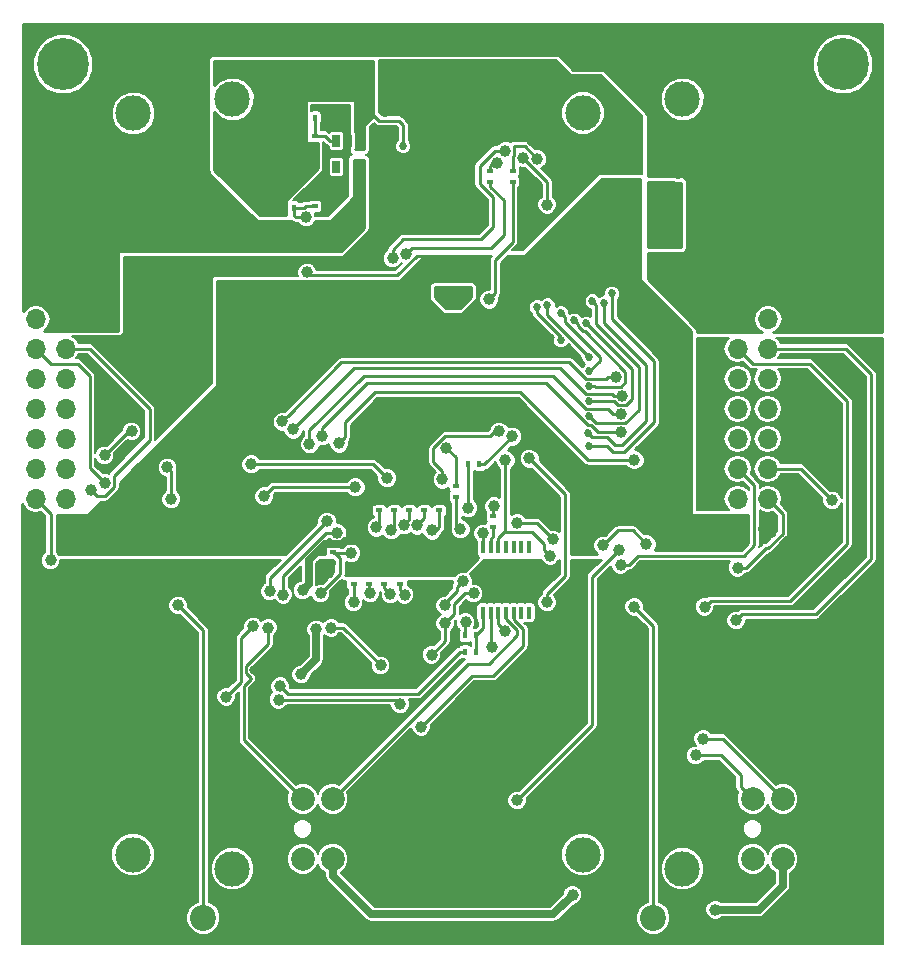
<source format=gbr>
G04 #@! TF.FileFunction,Copper,L1,Top,Signal*
%FSLAX46Y46*%
G04 Gerber Fmt 4.6, Leading zero omitted, Abs format (unit mm)*
G04 Created by KiCad (PCBNEW 4.0.7) date Fri Jul 13 22:00:20 2018*
%MOMM*%
%LPD*%
G01*
G04 APERTURE LIST*
%ADD10C,0.100000*%
%ADD11C,0.685800*%
%ADD12C,4.400000*%
%ADD13C,0.700000*%
%ADD14R,0.800000X0.750000*%
%ADD15R,1.700000X1.700000*%
%ADD16O,1.700000X1.700000*%
%ADD17R,0.400000X0.600000*%
%ADD18R,0.600000X0.400000*%
%ADD19R,0.650000X1.060000*%
%ADD20R,1.250000X1.000000*%
%ADD21R,0.750000X0.800000*%
%ADD22R,0.500000X0.600000*%
%ADD23C,2.000000*%
%ADD24R,0.450000X1.050000*%
%ADD25R,3.200000X3.200000*%
%ADD26C,2.200000*%
%ADD27C,3.000000*%
%ADD28C,1.000000*%
%ADD29C,0.254000*%
%ADD30C,0.635000*%
%ADD31C,0.152400*%
G04 APERTURE END LIST*
D10*
D11*
X180594000Y-109601000D03*
X181356000Y-108839000D03*
X182118000Y-108077000D03*
X172974000Y-110236000D03*
X174244000Y-110236000D03*
X175387000Y-110236000D03*
X138938000Y-118618000D03*
X136779000Y-118618000D03*
X134493000Y-118618000D03*
X143256000Y-110490000D03*
X145415000Y-114935000D03*
X145415000Y-114173000D03*
X148971000Y-116713000D03*
X133477000Y-116713000D03*
X127127000Y-112395000D03*
X127127000Y-111506000D03*
X127127000Y-110617000D03*
X127127000Y-109728000D03*
X131572000Y-112522000D03*
X131445000Y-111506000D03*
X131318000Y-110490000D03*
X130683000Y-109728000D03*
X125222000Y-112395000D03*
X125222000Y-111506000D03*
X125222000Y-110617000D03*
X125222000Y-109728000D03*
X125349000Y-100711000D03*
X123317000Y-92964000D03*
X152781000Y-112014000D03*
X154686000Y-113157000D03*
X152654000Y-108966000D03*
X153543000Y-108966000D03*
D12*
X120650000Y-138430000D03*
D13*
X122300000Y-138430000D03*
X121816726Y-139596726D03*
X120650000Y-140080000D03*
X119483274Y-139596726D03*
X119000000Y-138430000D03*
X119483274Y-137263274D03*
X120650000Y-136780000D03*
X121816726Y-137263274D03*
D12*
X186690000Y-138430000D03*
D13*
X188340000Y-138430000D03*
X187856726Y-139596726D03*
X186690000Y-140080000D03*
X185523274Y-139596726D03*
X185040000Y-138430000D03*
X185523274Y-137263274D03*
X186690000Y-136780000D03*
X187856726Y-137263274D03*
D12*
X186690000Y-67310000D03*
D13*
X188340000Y-67310000D03*
X187856726Y-68476726D03*
X186690000Y-68960000D03*
X185523274Y-68476726D03*
X185040000Y-67310000D03*
X185523274Y-66143274D03*
X186690000Y-65660000D03*
X187856726Y-66143274D03*
D11*
X145669000Y-83312000D03*
X146431000Y-82550000D03*
X147193000Y-81788000D03*
X168783000Y-77597000D03*
X168783000Y-78486000D03*
X152400000Y-84836000D03*
X152400000Y-84074000D03*
X153670000Y-87757000D03*
X154940000Y-86741000D03*
X152400000Y-86741000D03*
X145415000Y-90932000D03*
X146431000Y-90932000D03*
X146431000Y-89916000D03*
X146431000Y-88900000D03*
X146431000Y-87884000D03*
X170688000Y-76581000D03*
X172720000Y-76708000D03*
X131191000Y-80391000D03*
X134239000Y-80391000D03*
X146304000Y-69596000D03*
X145288000Y-69596000D03*
X144272000Y-69596000D03*
X143256000Y-69596000D03*
X142240000Y-69596000D03*
X146304000Y-68580000D03*
X143764000Y-72517000D03*
X144653000Y-72517000D03*
X151130000Y-73152000D03*
X151257000Y-71120000D03*
X151257000Y-70231000D03*
X147828000Y-74168000D03*
X147828000Y-72898000D03*
X147955000Y-71501000D03*
X147955000Y-70485000D03*
X148590000Y-69723000D03*
X150749000Y-69342000D03*
X151003000Y-72136000D03*
D14*
X144550000Y-71374000D03*
X146050000Y-71374000D03*
X147181000Y-78613000D03*
X145681000Y-78613000D03*
X147181000Y-80391000D03*
X145681000Y-80391000D03*
D15*
X120904000Y-106680000D03*
D16*
X118364000Y-106680000D03*
X120904000Y-104140000D03*
X118364000Y-104140000D03*
X120904000Y-101600000D03*
X118364000Y-101600000D03*
X120904000Y-99060000D03*
X118364000Y-99060000D03*
X120904000Y-96520000D03*
X118364000Y-96520000D03*
X120904000Y-93980000D03*
X118364000Y-93980000D03*
X120904000Y-91440000D03*
X118364000Y-91440000D03*
X120904000Y-88900000D03*
X118364000Y-88900000D03*
D15*
X177800000Y-106680000D03*
D16*
X180340000Y-106680000D03*
X177800000Y-104140000D03*
X180340000Y-104140000D03*
X177800000Y-101600000D03*
X180340000Y-101600000D03*
X177800000Y-99060000D03*
X180340000Y-99060000D03*
X177800000Y-96520000D03*
X180340000Y-96520000D03*
X177800000Y-93980000D03*
X180340000Y-93980000D03*
X177800000Y-91440000D03*
X180340000Y-91440000D03*
X177800000Y-88900000D03*
X180340000Y-88900000D03*
D17*
X139308000Y-79502000D03*
X140208000Y-79502000D03*
D18*
X141986000Y-79386000D03*
X141986000Y-78486000D03*
X141986000Y-74306000D03*
X141986000Y-73406000D03*
D17*
X142044000Y-71882000D03*
X142944000Y-71882000D03*
D19*
X145730000Y-73830000D03*
X144780000Y-73830000D03*
X143830000Y-73830000D03*
X143830000Y-76030000D03*
X145730000Y-76030000D03*
D20*
X153670000Y-84598000D03*
X153670000Y-86598000D03*
D11*
X149479000Y-74295000D03*
D12*
X120650000Y-67310000D03*
D13*
X122300000Y-67310000D03*
X121816726Y-68476726D03*
X120650000Y-68960000D03*
X119483274Y-68476726D03*
X119000000Y-67310000D03*
X119483274Y-66143274D03*
X120650000Y-65660000D03*
X121816726Y-66143274D03*
D21*
X151892000Y-111633000D03*
X151892000Y-110133000D03*
D22*
X153416000Y-110321000D03*
X153416000Y-111421000D03*
D18*
X156845000Y-76385000D03*
X156845000Y-77285000D03*
X158750000Y-76385000D03*
X158750000Y-77285000D03*
X143510000Y-108643000D03*
X143510000Y-109543000D03*
X147447000Y-104198000D03*
X147447000Y-105098000D03*
X148717000Y-104198000D03*
X148717000Y-105098000D03*
X149987000Y-104198000D03*
X149987000Y-105098000D03*
X151257000Y-104198000D03*
X151257000Y-105098000D03*
X149225000Y-110421000D03*
X149225000Y-111321000D03*
X147828000Y-110421000D03*
X147828000Y-111321000D03*
X146558000Y-110421000D03*
X146558000Y-111321000D03*
X145288000Y-110421000D03*
X145288000Y-111321000D03*
X152527000Y-105098000D03*
X152527000Y-104198000D03*
D17*
X155644000Y-115697000D03*
X154744000Y-115697000D03*
D18*
X157099000Y-106495000D03*
X157099000Y-105595000D03*
D17*
X155644000Y-117094000D03*
X154744000Y-117094000D03*
D23*
X140970000Y-134620000D03*
X140970000Y-129540000D03*
X146050000Y-134620000D03*
X146050000Y-129540000D03*
X143510000Y-134620000D03*
X143510000Y-129540000D03*
X179070000Y-134620000D03*
X179070000Y-129540000D03*
X184150000Y-134620000D03*
X184150000Y-129540000D03*
X181610000Y-134620000D03*
X181610000Y-129540000D03*
D24*
X155586000Y-113773000D03*
X156236000Y-113773000D03*
X156886000Y-113773000D03*
X157536000Y-113773000D03*
X158186000Y-113773000D03*
X158836000Y-113773000D03*
X159486000Y-113773000D03*
X160136000Y-113773000D03*
X160136000Y-108223000D03*
X159486000Y-108223000D03*
X158836000Y-108223000D03*
X158186000Y-108223000D03*
X157536000Y-108223000D03*
X156886000Y-108223000D03*
X156236000Y-108223000D03*
X155586000Y-108223000D03*
D25*
X157861000Y-110998000D03*
D13*
X156861000Y-111998000D03*
X156861000Y-110998000D03*
X156861000Y-109998000D03*
X157861000Y-111998000D03*
X157861000Y-110998000D03*
X157861000Y-109998000D03*
X158861000Y-111998000D03*
X158861000Y-110998000D03*
X158861000Y-109998000D03*
D17*
X154998000Y-101219000D03*
X155898000Y-101219000D03*
D18*
X153924000Y-103055000D03*
X153924000Y-103955000D03*
D26*
X129060000Y-139620000D03*
X132560000Y-139620000D03*
X129060000Y-66120000D03*
D27*
X126610000Y-71470000D03*
X126610000Y-134270000D03*
X135010000Y-70270000D03*
X135010000Y-135470000D03*
D26*
X167160000Y-139620000D03*
X170660000Y-139620000D03*
X167160000Y-66120000D03*
D27*
X164710000Y-71470000D03*
X164710000Y-134270000D03*
X173110000Y-70270000D03*
X173110000Y-135470000D03*
D28*
X141351000Y-84963000D03*
X140843000Y-118999000D03*
X142113000Y-115189000D03*
X140970000Y-111887000D03*
X175895000Y-138938000D03*
X163830000Y-137668000D03*
D11*
X167132000Y-86741000D03*
X165227000Y-99695000D03*
X166509690Y-87540487D03*
X165100000Y-98552000D03*
X165481000Y-87376000D03*
X165227000Y-97155000D03*
X164973000Y-89281000D03*
X165227000Y-95885000D03*
X163957000Y-89027000D03*
X165227000Y-94615000D03*
X162814000Y-88392000D03*
X165227000Y-93345000D03*
X161672949Y-87712848D03*
X165198084Y-92103916D03*
X162814000Y-90678000D03*
X160782000Y-87884000D03*
D28*
X159638298Y-75282686D03*
X161671000Y-79248000D03*
X126492000Y-98425000D03*
X144018000Y-99441000D03*
X169037000Y-100823000D03*
X124206000Y-100457000D03*
X169037000Y-113284000D03*
X167767000Y-108458000D03*
X129480249Y-101455590D03*
X129794000Y-104140000D03*
X130429000Y-113157002D03*
X159131000Y-129667000D03*
X142621004Y-98806000D03*
X167897033Y-98521080D03*
X141545089Y-99486785D03*
X167918791Y-96962269D03*
X140159616Y-98249616D03*
X168000922Y-95403458D03*
X139214906Y-97589634D03*
X167513000Y-93853000D03*
X141224000Y-80264000D03*
X172466000Y-82042000D03*
X171196000Y-78740000D03*
X139065262Y-120012636D03*
X119634000Y-109347000D03*
X157607000Y-98425000D03*
X167894000Y-109728000D03*
X161925000Y-108966000D03*
X136584314Y-101181204D03*
X152781000Y-102489000D03*
X148082000Y-102362000D03*
X158115000Y-100838000D03*
X137668000Y-103886000D03*
X145415000Y-103124000D03*
X123063000Y-103378000D03*
X124202096Y-102785821D03*
X177800000Y-109982000D03*
X170053000Y-107950000D03*
X166370000Y-108077000D03*
X162179000Y-107569000D03*
X159131000Y-106172000D03*
X157130672Y-104728389D03*
X142494000Y-112141000D03*
X143383000Y-115062000D03*
X147574000Y-118237000D03*
X185801000Y-104267000D03*
X145034000Y-108712000D03*
X158686037Y-98829638D03*
X149684130Y-83401616D03*
X153141627Y-99801627D03*
X157398346Y-75666133D03*
X160838210Y-75380345D03*
X156718000Y-87249000D03*
X154769915Y-114574127D03*
X161671000Y-112903000D03*
X160147000Y-100711000D03*
X139319000Y-112268000D03*
X138049000Y-115062000D03*
X143883515Y-107003189D03*
X147193000Y-106553000D03*
X138207062Y-111965268D03*
X149225000Y-121539000D03*
X138938000Y-121158000D03*
X134493000Y-120904000D03*
X136779000Y-114935000D03*
X143002000Y-106045000D03*
X174244000Y-125857000D03*
X148454128Y-106785212D03*
X149518690Y-106343894D03*
X150670878Y-106366189D03*
X149606000Y-112268000D03*
X148396859Y-112224932D03*
X146685000Y-112141000D03*
X145288000Y-112903000D03*
X148581247Y-83781046D03*
X158115000Y-74676000D03*
X151892000Y-106807000D03*
X156210000Y-107061000D03*
X151003000Y-123444000D03*
X174879000Y-124460000D03*
X155448000Y-112141000D03*
X151892000Y-117348000D03*
X158070292Y-115289351D03*
X175006000Y-113284000D03*
X153035000Y-114681000D03*
X154940000Y-104902000D03*
X177673000Y-114427000D03*
X156972000Y-116713000D03*
X153030289Y-113157000D03*
X154559000Y-111125000D03*
X154305000Y-106680000D03*
D29*
X141351000Y-84963000D02*
X141605000Y-85217000D01*
X141605000Y-85217000D02*
X148971000Y-85217000D01*
X148971000Y-85217000D02*
X150622000Y-83566000D01*
X150622000Y-83566000D02*
X152019000Y-83566000D01*
X152019000Y-83566000D02*
X152019000Y-83693000D01*
X152019000Y-83693000D02*
X152400000Y-84074000D01*
D30*
X145288000Y-110421000D02*
X145388000Y-110421000D01*
X145388000Y-110421000D02*
X146223000Y-109586000D01*
X144337447Y-107973099D02*
X142834079Y-107973099D01*
X141469999Y-111387001D02*
X140970000Y-111887000D01*
X146223000Y-109586000D02*
X146223000Y-108377000D01*
X146223000Y-108377000D02*
X145588099Y-107742099D01*
X145588099Y-107742099D02*
X144568447Y-107742099D01*
X144568447Y-107742099D02*
X144337447Y-107973099D01*
X142834079Y-107973099D02*
X141469999Y-109337179D01*
X141469999Y-109337179D02*
X141469999Y-111387001D01*
X142113000Y-115189000D02*
X142113000Y-117729000D01*
X142113000Y-117729000D02*
X140843000Y-118999000D01*
X179578000Y-138938000D02*
X181610000Y-136906000D01*
X181610000Y-136906000D02*
X181610000Y-134620000D01*
X175895000Y-138938000D02*
X179578000Y-138938000D01*
X146794787Y-139319000D02*
X162179000Y-139319000D01*
X162179000Y-139319000D02*
X163830000Y-137668000D01*
X143510000Y-134620000D02*
X143510000Y-136034213D01*
X143510000Y-136034213D02*
X146794787Y-139319000D01*
D29*
X154940000Y-86741000D02*
X153813000Y-86741000D01*
X153813000Y-86741000D02*
X153670000Y-86598000D01*
X153670000Y-87757000D02*
X153670000Y-86598000D01*
X152400000Y-86741000D02*
X153527000Y-86741000D01*
X153527000Y-86741000D02*
X153670000Y-86598000D01*
X165227000Y-99695000D02*
X166751000Y-99695000D01*
X166751000Y-99695000D02*
X167259000Y-100203000D01*
X167259000Y-100203000D02*
X168148000Y-100203000D01*
X168148000Y-100203000D02*
X170688000Y-97663000D01*
X170688000Y-97663000D02*
X170688000Y-92456000D01*
X170688000Y-92456000D02*
X167132000Y-88900000D01*
X167132000Y-88900000D02*
X167132000Y-86741000D01*
X165100000Y-98552000D02*
X165442899Y-98894899D01*
X167386000Y-99568000D02*
X168021000Y-99568000D01*
X165442899Y-98894899D02*
X166712899Y-98894899D01*
X168021000Y-99568000D02*
X170053000Y-97536000D01*
X170053000Y-92837000D02*
X166509690Y-89293690D01*
X166712899Y-98894899D02*
X167386000Y-99568000D01*
X170053000Y-97536000D02*
X170053000Y-92837000D01*
X166509690Y-89293690D02*
X166509690Y-88025420D01*
X166509690Y-88025420D02*
X166509690Y-87540487D01*
X165823899Y-89376401D02*
X165823899Y-87718899D01*
X165227000Y-97155000D02*
X165813670Y-97741670D01*
X169418000Y-92970502D02*
X165823899Y-89376401D01*
X165813670Y-97741670D02*
X168264474Y-97741670D01*
X169418000Y-96588144D02*
X169418000Y-92970502D01*
X165823899Y-87718899D02*
X165481000Y-87376000D01*
X168264474Y-97741670D02*
X169418000Y-96588144D01*
X167328950Y-95885000D02*
X167626809Y-96182859D01*
X165227000Y-95885000D02*
X167328950Y-95885000D01*
X168342409Y-96182859D02*
X168825812Y-95699456D01*
X167626809Y-96182859D02*
X168342409Y-96182859D01*
X168825812Y-95699456D02*
X168825812Y-93133812D01*
X168825812Y-93133812D02*
X165315899Y-89623899D01*
X165315899Y-89623899D02*
X164973000Y-89281000D01*
X164674294Y-89903302D02*
X164299899Y-89528907D01*
X164299899Y-89369899D02*
X163957000Y-89027000D01*
X165729334Y-94632401D02*
X167887113Y-94632401D01*
X164299899Y-89528907D02*
X164299899Y-89369899D01*
X164833302Y-89903302D02*
X164674294Y-89903302D01*
X168292401Y-94227113D02*
X168292401Y-93362401D01*
X165711933Y-94615000D02*
X165729334Y-94632401D01*
X165227000Y-94615000D02*
X165711933Y-94615000D01*
X167887113Y-94632401D02*
X168292401Y-94227113D01*
X168292401Y-93362401D02*
X164833302Y-89903302D01*
X163156899Y-88734899D02*
X162814000Y-88392000D01*
X163156899Y-89182649D02*
X163156899Y-88734899D01*
X166116000Y-92141750D02*
X163156899Y-89182649D01*
X165227000Y-93345000D02*
X166116000Y-92456000D01*
X166116000Y-92456000D02*
X166116000Y-92141750D01*
X161672949Y-88197781D02*
X161672949Y-87712848D01*
X161672949Y-88578781D02*
X161672949Y-88197781D01*
X165198084Y-92103916D02*
X161672949Y-88578781D01*
X160782000Y-87884000D02*
X160782000Y-88368933D01*
X160782000Y-88368933D02*
X162814000Y-90400933D01*
X162814000Y-90400933D02*
X162814000Y-90678000D01*
X149098000Y-72136000D02*
X147466000Y-72136000D01*
X147466000Y-72136000D02*
X146704000Y-71374000D01*
X146704000Y-71374000D02*
X146050000Y-71374000D01*
X149479000Y-72517000D02*
X149098000Y-72136000D01*
X149479000Y-74295000D02*
X149479000Y-72517000D01*
X160138297Y-75782685D02*
X159638298Y-75282686D01*
X161671000Y-77315388D02*
X160138297Y-75782685D01*
X161671000Y-79248000D02*
X161671000Y-77315388D01*
X126238000Y-98425000D02*
X126492000Y-98425000D01*
X124206000Y-100457000D02*
X126238000Y-98425000D01*
X169037000Y-100823000D02*
X165085000Y-100823000D01*
X165085000Y-100823000D02*
X159385000Y-95123000D01*
X159385000Y-95123000D02*
X147066000Y-95123000D01*
X144517999Y-97671001D02*
X144517999Y-98941001D01*
X147066000Y-95123000D02*
X144517999Y-97671001D01*
X144517999Y-98941001D02*
X144018000Y-99441000D01*
X170660000Y-139620000D02*
X170660000Y-114907000D01*
X170660000Y-114907000D02*
X169037000Y-113284000D01*
X165481000Y-123317000D02*
X165481000Y-110744000D01*
X159131000Y-129667000D02*
X165481000Y-123317000D01*
X165481000Y-110744000D02*
X167767000Y-108458000D01*
X129794000Y-101769341D02*
X129480249Y-101455590D01*
X129794000Y-104140000D02*
X129794000Y-101769341D01*
X130928999Y-113657001D02*
X130429000Y-113157002D01*
X132560000Y-115288002D02*
X130928999Y-113657001D01*
X132560000Y-139620000D02*
X132560000Y-115288002D01*
X167897033Y-98521080D02*
X167189927Y-98521080D01*
X167189927Y-98521080D02*
X167157335Y-98488488D01*
X167157335Y-98488488D02*
X165957494Y-98488488D01*
X165957494Y-98488488D02*
X165398705Y-97929699D01*
X165398705Y-97929699D02*
X165112699Y-97929699D01*
X165112699Y-97929699D02*
X161544000Y-94361000D01*
X161544000Y-94361000D02*
X146431000Y-94361000D01*
X146431000Y-94361000D02*
X142621004Y-98170996D01*
X142621004Y-98170996D02*
X142621004Y-98806000D01*
X167918791Y-96962269D02*
X167211685Y-96962269D01*
X167211685Y-96962269D02*
X166782115Y-96532699D01*
X141545089Y-98347395D02*
X141545089Y-98779679D01*
X166782115Y-96532699D02*
X164953693Y-96532699D01*
X164953693Y-96532699D02*
X162146994Y-93726000D01*
X162146994Y-93726000D02*
X146166484Y-93726000D01*
X146166484Y-93726000D02*
X141545089Y-98347395D01*
X141545089Y-98779679D02*
X141545089Y-99486785D01*
X145318232Y-93091000D02*
X140659615Y-97749617D01*
X167153057Y-95262699D02*
X164953693Y-95262699D01*
X167293816Y-95403458D02*
X167153057Y-95262699D01*
X164953693Y-95262699D02*
X162781994Y-93091000D01*
X162781994Y-93091000D02*
X145318232Y-93091000D01*
X168000922Y-95403458D02*
X167293816Y-95403458D01*
X140659615Y-97749617D02*
X140159616Y-98249616D01*
X144221540Y-92583000D02*
X139714905Y-97089635D01*
X139714905Y-97089635D02*
X139214906Y-97589634D01*
X166672927Y-93985967D02*
X164946961Y-93985967D01*
X166805894Y-93853000D02*
X166672927Y-93985967D01*
X163543994Y-92583000D02*
X144221540Y-92583000D01*
X164946961Y-93985967D02*
X163543994Y-92583000D01*
X167513000Y-93853000D02*
X166805894Y-93853000D01*
X140335000Y-80264000D02*
X140208000Y-80137000D01*
X140208000Y-80137000D02*
X140208000Y-79502000D01*
X141224000Y-80264000D02*
X140335000Y-80264000D01*
X141097000Y-79502000D02*
X141213000Y-79386000D01*
X141213000Y-79386000D02*
X141986000Y-79386000D01*
X140208000Y-79502000D02*
X141097000Y-79502000D01*
X143830000Y-73830000D02*
X143251000Y-73830000D01*
X143251000Y-73830000D02*
X142827000Y-73406000D01*
X142827000Y-73406000D02*
X141986000Y-73406000D01*
X142044000Y-71882000D02*
X142044000Y-73348000D01*
X142044000Y-73348000D02*
X141986000Y-73406000D01*
X172466000Y-80010000D02*
X172466000Y-81334894D01*
X171196000Y-78740000D02*
X172466000Y-80010000D01*
X172466000Y-81334894D02*
X172466000Y-82042000D01*
X139565261Y-120512635D02*
X139065262Y-120012636D01*
X139694625Y-120641999D02*
X139565261Y-120512635D01*
X150742001Y-120641999D02*
X139694625Y-120641999D01*
X154290000Y-117094000D02*
X150742001Y-120641999D01*
X154744000Y-117094000D02*
X154290000Y-117094000D01*
X119634000Y-108639894D02*
X119634000Y-109347000D01*
X119634000Y-105410000D02*
X119634000Y-108639894D01*
X118364000Y-104140000D02*
X119634000Y-105410000D01*
X157226000Y-98425000D02*
X156845000Y-98806000D01*
X157607000Y-98425000D02*
X157226000Y-98425000D01*
X161425001Y-108466001D02*
X161925000Y-108966000D01*
X161425001Y-107968517D02*
X161425001Y-108466001D01*
X160407885Y-106951401D02*
X161425001Y-107968517D01*
X158201401Y-106951401D02*
X160407885Y-106951401D01*
X158115000Y-106865000D02*
X158201401Y-106951401D01*
X167894000Y-109728000D02*
X168601106Y-109728000D01*
X168601106Y-109728000D02*
X169363106Y-108966000D01*
X169363106Y-108966000D02*
X178308000Y-108966000D01*
X178308000Y-108966000D02*
X179197000Y-108077000D01*
X179197000Y-108077000D02*
X179197000Y-102997000D01*
X179197000Y-102997000D02*
X178649999Y-102449999D01*
X178649999Y-102449999D02*
X177800000Y-101600000D01*
X148082000Y-102362000D02*
X146901204Y-101181204D01*
X137291420Y-101181204D02*
X136584314Y-101181204D01*
X146901204Y-101181204D02*
X137291420Y-101181204D01*
X153035000Y-98806000D02*
X156845000Y-98806000D01*
X152019000Y-99822000D02*
X153035000Y-98806000D01*
X152019000Y-101019894D02*
X152019000Y-99822000D01*
X152781000Y-102489000D02*
X152781000Y-101781894D01*
X152781000Y-101781894D02*
X152019000Y-101019894D01*
X157536000Y-108223000D02*
X157536000Y-107444000D01*
X157536000Y-107444000D02*
X158115000Y-106865000D01*
X158115000Y-106865000D02*
X158115000Y-100838000D01*
X138167999Y-103386001D02*
X137668000Y-103886000D01*
X138430000Y-103124000D02*
X138167999Y-103386001D01*
X145415000Y-103124000D02*
X138430000Y-103124000D01*
X122106081Y-91440000D02*
X120904000Y-91440000D01*
X122936000Y-91440000D02*
X122106081Y-91440000D01*
X123562999Y-103877999D02*
X124234956Y-103877999D01*
X123063000Y-103378000D02*
X123562999Y-103877999D01*
X124981497Y-102166609D02*
X128016000Y-99132106D01*
X128016000Y-99132106D02*
X128016000Y-96520000D01*
X128016000Y-96520000D02*
X122936000Y-91440000D01*
X124234956Y-103877999D02*
X124981497Y-103131458D01*
X124981497Y-103131458D02*
X124981497Y-102166609D01*
X121920000Y-92710000D02*
X122936000Y-93726000D01*
X122936000Y-93726000D02*
X122936000Y-101519725D01*
X118364000Y-91440000D02*
X119634000Y-92710000D01*
X122936000Y-101519725D02*
X123702097Y-102285822D01*
X119634000Y-92710000D02*
X121920000Y-92710000D01*
X123702097Y-102285822D02*
X124202096Y-102785821D01*
X181610000Y-107081514D02*
X181610000Y-105410000D01*
X181610000Y-105410000D02*
X180340000Y-104140000D01*
X180158106Y-108331000D02*
X180360514Y-108331000D01*
X180360514Y-108331000D02*
X181610000Y-107081514D01*
X177800000Y-109982000D02*
X178507106Y-109982000D01*
X178507106Y-109982000D02*
X180158106Y-108331000D01*
X167640000Y-106807000D02*
X168910000Y-106807000D01*
X168910000Y-106807000D02*
X170053000Y-107950000D01*
X166370000Y-108077000D02*
X167640000Y-106807000D01*
X159131000Y-106172000D02*
X160782000Y-106172000D01*
X160782000Y-106172000D02*
X162179000Y-107569000D01*
X157099000Y-105595000D02*
X157099000Y-104760061D01*
X157099000Y-104760061D02*
X157130672Y-104728389D01*
X142494000Y-112141000D02*
X144089401Y-110545599D01*
X144089401Y-110545599D02*
X144089401Y-109122401D01*
X144089401Y-109122401D02*
X143610000Y-108643000D01*
X143610000Y-108643000D02*
X143510000Y-108643000D01*
X147574000Y-118237000D02*
X144399000Y-115062000D01*
X144399000Y-115062000D02*
X143383000Y-115062000D01*
X180340000Y-101600000D02*
X183134000Y-101600000D01*
X183134000Y-101600000D02*
X185801000Y-104267000D01*
X145034000Y-108712000D02*
X143579000Y-108712000D01*
X143579000Y-108712000D02*
X143510000Y-108643000D01*
X155898000Y-101219000D02*
X156352000Y-101219000D01*
X156352000Y-101219000D02*
X158686037Y-98884963D01*
X158686037Y-98884963D02*
X158686037Y-98829638D01*
X150184129Y-82901617D02*
X149684130Y-83401616D01*
X157988000Y-81788000D02*
X156874383Y-82901617D01*
X157988000Y-78882000D02*
X157988000Y-81788000D01*
X156874383Y-82901617D02*
X150184129Y-82901617D01*
X156845000Y-77285000D02*
X156845000Y-77739000D01*
X156845000Y-77739000D02*
X157988000Y-78882000D01*
X153924000Y-103055000D02*
X153924000Y-100584000D01*
X153924000Y-100584000D02*
X153141627Y-99801627D01*
X157109867Y-75666133D02*
X157398346Y-75666133D01*
X156845000Y-75931000D02*
X157109867Y-75666133D01*
X156845000Y-76385000D02*
X156845000Y-75931000D01*
X158750000Y-76385000D02*
X158750000Y-75194514D01*
X158750000Y-75194514D02*
X158894401Y-75050113D01*
X159759752Y-74301887D02*
X160838210Y-75380345D01*
X158894401Y-74301887D02*
X159759752Y-74301887D01*
X158894401Y-75050113D02*
X158894401Y-74301887D01*
X158750000Y-77285000D02*
X158750000Y-82423000D01*
X158750000Y-82423000D02*
X157217999Y-83955001D01*
X157217999Y-83955001D02*
X157217999Y-86749001D01*
X157217999Y-86749001D02*
X156718000Y-87249000D01*
X154744000Y-114600042D02*
X154769915Y-114574127D01*
X154744000Y-115697000D02*
X154744000Y-114600042D01*
X161671000Y-112195894D02*
X163195000Y-110671894D01*
X161671000Y-112903000D02*
X161671000Y-112195894D01*
X163195000Y-103759000D02*
X160147000Y-100711000D01*
X163195000Y-110671894D02*
X163195000Y-103759000D01*
X139319000Y-111560894D02*
X139319000Y-112268000D01*
X142959830Y-107003189D02*
X139319000Y-110644019D01*
X143883515Y-107003189D02*
X142959830Y-107003189D01*
X139319000Y-110644019D02*
X139319000Y-111560894D01*
X139970001Y-128540001D02*
X140970000Y-129540000D01*
X135999598Y-124569598D02*
X139970001Y-128540001D01*
X135999598Y-119972152D02*
X135999598Y-124569598D01*
X136563110Y-119408641D02*
X135999598Y-119972152D01*
X136563110Y-119323116D02*
X136563110Y-119408641D01*
X136156699Y-118916705D02*
X136563110Y-119323116D01*
X138049000Y-116426994D02*
X136156699Y-118319295D01*
X138049000Y-115062000D02*
X138049000Y-116426994D01*
X136156699Y-118319295D02*
X136156699Y-118916705D01*
X147447000Y-105098000D02*
X147447000Y-106299000D01*
X147447000Y-106299000D02*
X147193000Y-106553000D01*
X143002000Y-106045000D02*
X138207062Y-110839938D01*
X138207062Y-110839938D02*
X138207062Y-111258162D01*
X138207062Y-111258162D02*
X138207062Y-111965268D01*
X138938000Y-121158000D02*
X148844000Y-121158000D01*
X148844000Y-121158000D02*
X149225000Y-121539000D01*
X135750288Y-119646712D02*
X134493000Y-120904000D01*
X135750288Y-115963712D02*
X135750288Y-119646712D01*
X136779000Y-114935000D02*
X135750288Y-115963712D01*
X178070001Y-127524001D02*
X176403000Y-125857000D01*
X176403000Y-125857000D02*
X174244000Y-125857000D01*
X179070000Y-129540000D02*
X178070001Y-128540001D01*
X178070001Y-128540001D02*
X178070001Y-127524001D01*
X148717000Y-106522340D02*
X148454128Y-106785212D01*
X148717000Y-105098000D02*
X148717000Y-106522340D01*
X148717000Y-105098000D02*
X148648000Y-105098000D01*
X149987000Y-105875584D02*
X149518690Y-106343894D01*
X149987000Y-105098000D02*
X149987000Y-105875584D01*
X151170877Y-105866190D02*
X150670878Y-106366189D01*
X151257000Y-105098000D02*
X151257000Y-105780067D01*
X151257000Y-105780067D02*
X151170877Y-105866190D01*
X149225000Y-111321000D02*
X149225000Y-111887000D01*
X149225000Y-111887000D02*
X149606000Y-112268000D01*
X147828000Y-111321000D02*
X147828000Y-111656073D01*
X147828000Y-111656073D02*
X148396859Y-112224932D01*
X146558000Y-111321000D02*
X146558000Y-112014000D01*
X146558000Y-112014000D02*
X146685000Y-112141000D01*
X145288000Y-111829000D02*
X145288000Y-111321000D01*
X145288000Y-112903000D02*
X145288000Y-111829000D01*
X149486187Y-82169000D02*
X148581247Y-83073940D01*
X156083000Y-82169000D02*
X149486187Y-82169000D01*
X155956000Y-75946000D02*
X155956000Y-77470000D01*
X157226000Y-74676000D02*
X155956000Y-75946000D01*
X155956000Y-77470000D02*
X157099000Y-78613000D01*
X157099000Y-81153000D02*
X156083000Y-82169000D01*
X148581247Y-83073940D02*
X148581247Y-83781046D01*
X158115000Y-74676000D02*
X157226000Y-74676000D01*
X157099000Y-78613000D02*
X157099000Y-81153000D01*
X152527000Y-105606000D02*
X152527000Y-105098000D01*
X152527000Y-105606000D02*
X152527000Y-106553000D01*
X152527000Y-106553000D02*
X152273000Y-106807000D01*
X152273000Y-106807000D02*
X151892000Y-106807000D01*
X155644000Y-115697000D02*
X155644000Y-117094000D01*
X156236000Y-113773000D02*
X156236000Y-115105000D01*
X156236000Y-115105000D02*
X155644000Y-115697000D01*
X156886000Y-107528000D02*
X157099000Y-107315000D01*
X157099000Y-107315000D02*
X157099000Y-106495000D01*
X156886000Y-108223000D02*
X156886000Y-107528000D01*
X156236000Y-108223000D02*
X156236000Y-107087000D01*
X156236000Y-107087000D02*
X156210000Y-107061000D01*
X158186000Y-114300672D02*
X158186000Y-113773000D01*
X159131000Y-115245672D02*
X158186000Y-114300672D01*
X159131000Y-115697000D02*
X159131000Y-115245672D01*
X156718000Y-118110000D02*
X159131000Y-115697000D01*
X154940000Y-118110000D02*
X156718000Y-118110000D01*
X143510000Y-129540000D02*
X154940000Y-118110000D01*
X159639000Y-115178922D02*
X158836000Y-114375922D01*
X159639000Y-116586000D02*
X159639000Y-115178922D01*
X158836000Y-114375922D02*
X158836000Y-113773000D01*
X157099000Y-119126000D02*
X159639000Y-116586000D01*
X155321000Y-119126000D02*
X157099000Y-119126000D01*
X151003000Y-123444000D02*
X155321000Y-119126000D01*
X181610000Y-129540000D02*
X176530000Y-124460000D01*
X176530000Y-124460000D02*
X174879000Y-124460000D01*
X154740894Y-112141000D02*
X155448000Y-112141000D01*
X153809699Y-113072195D02*
X154740894Y-112141000D01*
X153809699Y-113906301D02*
X153809699Y-113072195D01*
X153035000Y-114681000D02*
X153809699Y-113906301D01*
X154940000Y-104902000D02*
X154940000Y-101277000D01*
X154940000Y-101277000D02*
X154998000Y-101219000D01*
X178649999Y-92289999D02*
X177800000Y-91440000D01*
X179070000Y-92710000D02*
X178649999Y-92289999D01*
X157570293Y-114789352D02*
X158070292Y-115289351D01*
X157536000Y-114755059D02*
X157570293Y-114789352D01*
X157536000Y-113773000D02*
X157536000Y-114755059D01*
X175006000Y-113284000D02*
X175505999Y-112784001D01*
X175505999Y-112784001D02*
X182236999Y-112784001D01*
X182236999Y-112784001D02*
X187071000Y-107950000D01*
X187071000Y-107950000D02*
X187071000Y-95885000D01*
X187071000Y-95885000D02*
X183896000Y-92710000D01*
X183896000Y-92710000D02*
X179070000Y-92710000D01*
X153035000Y-114681000D02*
X153035000Y-116205000D01*
X153035000Y-116205000D02*
X151892000Y-117348000D01*
X154305000Y-106680000D02*
X153924000Y-106299000D01*
X153924000Y-106299000D02*
X153924000Y-106172000D01*
X153924000Y-106172000D02*
X153924000Y-103955000D01*
X189103000Y-93599000D02*
X186944000Y-91440000D01*
X186944000Y-91440000D02*
X180340000Y-91440000D01*
X189103000Y-109220000D02*
X189103000Y-93599000D01*
X184395999Y-113927001D02*
X189103000Y-109220000D01*
X177673000Y-114427000D02*
X178172999Y-113927001D01*
X178172999Y-113927001D02*
X184395999Y-113927001D01*
X156886000Y-116627000D02*
X156972000Y-116713000D01*
X156886000Y-113773000D02*
X156886000Y-116627000D01*
X154059001Y-111907242D02*
X153030289Y-112935954D01*
X154059001Y-111624999D02*
X154059001Y-111907242D01*
X153030289Y-112935954D02*
X153030289Y-113157000D01*
X154559000Y-111125000D02*
X154059001Y-111624999D01*
D31*
G36*
X176942352Y-90605473D02*
X176686516Y-90988357D01*
X176596679Y-91440000D01*
X176686516Y-91891643D01*
X176942352Y-92274527D01*
X177325236Y-92530363D01*
X177776879Y-92620200D01*
X177823121Y-92620200D01*
X178248925Y-92535503D01*
X178746711Y-93033289D01*
X178895037Y-93132398D01*
X179070000Y-93167200D01*
X179467834Y-93167200D01*
X179226516Y-93528357D01*
X179136679Y-93980000D01*
X179226516Y-94431643D01*
X179482352Y-94814527D01*
X179865236Y-95070363D01*
X180316879Y-95160200D01*
X180363121Y-95160200D01*
X180814764Y-95070363D01*
X181197648Y-94814527D01*
X181453484Y-94431643D01*
X181543321Y-93980000D01*
X181453484Y-93528357D01*
X181212166Y-93167200D01*
X183706622Y-93167200D01*
X186613800Y-96074378D01*
X186613800Y-104060127D01*
X186505220Y-103797344D01*
X186271885Y-103563601D01*
X185966862Y-103436944D01*
X185636587Y-103436656D01*
X185622893Y-103442314D01*
X183457289Y-101276711D01*
X183308963Y-101177602D01*
X183134000Y-101142800D01*
X181449771Y-101142800D01*
X181197648Y-100765473D01*
X180814764Y-100509637D01*
X180363121Y-100419800D01*
X180316879Y-100419800D01*
X179865236Y-100509637D01*
X179482352Y-100765473D01*
X179226516Y-101148357D01*
X179136679Y-101600000D01*
X179226516Y-102051643D01*
X179482352Y-102434527D01*
X179865236Y-102690363D01*
X180316879Y-102780200D01*
X180363121Y-102780200D01*
X180814764Y-102690363D01*
X181197648Y-102434527D01*
X181449771Y-102057200D01*
X182944622Y-102057200D01*
X184976112Y-104088691D01*
X184970944Y-104101138D01*
X184970656Y-104431413D01*
X185096780Y-104736656D01*
X185330115Y-104970399D01*
X185635138Y-105097056D01*
X185965413Y-105097344D01*
X186270656Y-104971220D01*
X186504399Y-104737885D01*
X186613800Y-104474419D01*
X186613800Y-107760622D01*
X182047621Y-112326801D01*
X175505999Y-112326801D01*
X175349728Y-112357885D01*
X175331036Y-112361603D01*
X175184799Y-112459316D01*
X175171862Y-112453944D01*
X174841587Y-112453656D01*
X174536344Y-112579780D01*
X174302601Y-112813115D01*
X174175944Y-113118138D01*
X174175656Y-113448413D01*
X174301780Y-113753656D01*
X174535115Y-113987399D01*
X174840138Y-114114056D01*
X175170413Y-114114344D01*
X175475656Y-113988220D01*
X175709399Y-113754885D01*
X175836056Y-113449862D01*
X175836238Y-113241201D01*
X182236999Y-113241201D01*
X182411962Y-113206399D01*
X182560288Y-113107290D01*
X187394289Y-108273289D01*
X187493398Y-108124963D01*
X187528200Y-107950000D01*
X187528200Y-95885000D01*
X187493398Y-95710037D01*
X187394289Y-95561711D01*
X184219289Y-92386711D01*
X184070963Y-92287602D01*
X183896000Y-92252800D01*
X181212166Y-92252800D01*
X181449771Y-91897200D01*
X186754622Y-91897200D01*
X188645800Y-93788378D01*
X188645800Y-109030622D01*
X184206621Y-113469801D01*
X178172999Y-113469801D01*
X177998036Y-113504603D01*
X177851799Y-113602316D01*
X177838862Y-113596944D01*
X177508587Y-113596656D01*
X177203344Y-113722780D01*
X176969601Y-113956115D01*
X176842944Y-114261138D01*
X176842656Y-114591413D01*
X176968780Y-114896656D01*
X177202115Y-115130399D01*
X177507138Y-115257056D01*
X177837413Y-115257344D01*
X178142656Y-115131220D01*
X178376399Y-114897885D01*
X178503056Y-114592862D01*
X178503238Y-114384201D01*
X184395999Y-114384201D01*
X184570962Y-114349399D01*
X184719288Y-114250290D01*
X189426289Y-109543289D01*
X189525398Y-109394963D01*
X189560200Y-109220000D01*
X189560200Y-93599000D01*
X189525398Y-93424037D01*
X189426289Y-93275711D01*
X187267289Y-91116711D01*
X187118963Y-91017602D01*
X186944000Y-90982800D01*
X181449771Y-90982800D01*
X181197648Y-90605473D01*
X181040096Y-90500200D01*
X190094800Y-90500200D01*
X190094800Y-141834800D01*
X117245200Y-141834800D01*
X117245200Y-134632452D01*
X124779483Y-134632452D01*
X125057527Y-135305371D01*
X125571921Y-135820664D01*
X126244354Y-136099882D01*
X126972452Y-136100517D01*
X127645371Y-135822473D01*
X128160664Y-135308079D01*
X128439882Y-134635646D01*
X128440517Y-133907548D01*
X128162473Y-133234629D01*
X127648079Y-132719336D01*
X126975646Y-132440118D01*
X126247548Y-132439483D01*
X125574629Y-132717527D01*
X125059336Y-133231921D01*
X124780118Y-133904354D01*
X124779483Y-134632452D01*
X117245200Y-134632452D01*
X117245200Y-113321415D01*
X129598656Y-113321415D01*
X129724780Y-113626658D01*
X129958115Y-113860401D01*
X130263138Y-113987058D01*
X130593413Y-113987346D01*
X130607108Y-113981688D01*
X132102800Y-115477380D01*
X132102800Y-138261433D01*
X131750915Y-138406829D01*
X131348243Y-138808799D01*
X131130049Y-139334268D01*
X131129553Y-139903236D01*
X131346829Y-140429085D01*
X131748799Y-140831757D01*
X132274268Y-141049951D01*
X132843236Y-141050447D01*
X133369085Y-140833171D01*
X133771757Y-140431201D01*
X133989951Y-139905732D01*
X133990447Y-139336764D01*
X133773171Y-138810915D01*
X133371201Y-138408243D01*
X133017200Y-138261249D01*
X133017200Y-135832452D01*
X133179483Y-135832452D01*
X133457527Y-136505371D01*
X133971921Y-137020664D01*
X134644354Y-137299882D01*
X135372452Y-137300517D01*
X136045371Y-137022473D01*
X136560664Y-136508079D01*
X136839882Y-135835646D01*
X136840517Y-135107548D01*
X136747915Y-134883432D01*
X139639570Y-134883432D01*
X139841654Y-135372513D01*
X140215519Y-135747031D01*
X140704246Y-135949968D01*
X141233432Y-135950430D01*
X141722513Y-135748346D01*
X142097031Y-135374481D01*
X142240101Y-135029929D01*
X142381654Y-135372513D01*
X142755519Y-135747031D01*
X142862300Y-135791370D01*
X142862300Y-136034213D01*
X142911603Y-136282077D01*
X143052007Y-136492206D01*
X146336794Y-139776993D01*
X146546923Y-139917397D01*
X146794787Y-139966700D01*
X162179000Y-139966700D01*
X162426864Y-139917397D01*
X162636993Y-139776993D01*
X163915711Y-138498275D01*
X163994413Y-138498344D01*
X164299656Y-138372220D01*
X164533399Y-138138885D01*
X164660056Y-137833862D01*
X164660344Y-137503587D01*
X164534220Y-137198344D01*
X164300885Y-136964601D01*
X163995862Y-136837944D01*
X163665587Y-136837656D01*
X163360344Y-136963780D01*
X163126601Y-137197115D01*
X162999944Y-137502138D01*
X162999874Y-137582140D01*
X161910714Y-138671300D01*
X147063073Y-138671300D01*
X144175905Y-135784132D01*
X144262513Y-135748346D01*
X144637031Y-135374481D01*
X144839968Y-134885754D01*
X144840189Y-134632452D01*
X162879483Y-134632452D01*
X163157527Y-135305371D01*
X163671921Y-135820664D01*
X164344354Y-136099882D01*
X165072452Y-136100517D01*
X165745371Y-135822473D01*
X166260664Y-135308079D01*
X166539882Y-134635646D01*
X166540517Y-133907548D01*
X166262473Y-133234629D01*
X165748079Y-132719336D01*
X165075646Y-132440118D01*
X164347548Y-132439483D01*
X163674629Y-132717527D01*
X163159336Y-133231921D01*
X162880118Y-133904354D01*
X162879483Y-134632452D01*
X144840189Y-134632452D01*
X144840430Y-134356568D01*
X144638346Y-133867487D01*
X144264481Y-133492969D01*
X143775754Y-133290032D01*
X143246568Y-133289570D01*
X142757487Y-133491654D01*
X142382969Y-133865519D01*
X142239899Y-134210071D01*
X142098346Y-133867487D01*
X141724481Y-133492969D01*
X141235754Y-133290032D01*
X140706568Y-133289570D01*
X140217487Y-133491654D01*
X139842969Y-133865519D01*
X139640032Y-134354246D01*
X139639570Y-134883432D01*
X136747915Y-134883432D01*
X136562473Y-134434629D01*
X136048079Y-133919336D01*
X135375646Y-133640118D01*
X134647548Y-133639483D01*
X133974629Y-133917527D01*
X133459336Y-134431921D01*
X133180118Y-135104354D01*
X133179483Y-135832452D01*
X133017200Y-135832452D01*
X133017200Y-132244413D01*
X140139656Y-132244413D01*
X140265780Y-132549656D01*
X140499115Y-132783399D01*
X140804138Y-132910056D01*
X141134413Y-132910344D01*
X141439656Y-132784220D01*
X141673399Y-132550885D01*
X141800056Y-132245862D01*
X141800344Y-131915587D01*
X141674220Y-131610344D01*
X141440885Y-131376601D01*
X141135862Y-131249944D01*
X140805587Y-131249656D01*
X140500344Y-131375780D01*
X140266601Y-131609115D01*
X140139944Y-131914138D01*
X140139656Y-132244413D01*
X133017200Y-132244413D01*
X133017200Y-115288002D01*
X132982398Y-115113039D01*
X132883289Y-114964713D01*
X131253887Y-113335311D01*
X131259056Y-113322864D01*
X131259344Y-112992589D01*
X131133220Y-112687346D01*
X130899885Y-112453603D01*
X130594862Y-112326946D01*
X130264587Y-112326658D01*
X129959344Y-112452782D01*
X129725601Y-112686117D01*
X129598944Y-112991140D01*
X129598656Y-113321415D01*
X117245200Y-113321415D01*
X117245200Y-104564918D01*
X117250516Y-104591643D01*
X117506352Y-104974527D01*
X117889236Y-105230363D01*
X118340879Y-105320200D01*
X118387121Y-105320200D01*
X118812925Y-105235503D01*
X119176800Y-105599378D01*
X119176800Y-108637633D01*
X119164344Y-108642780D01*
X118930601Y-108876115D01*
X118803944Y-109181138D01*
X118803656Y-109511413D01*
X118929780Y-109816656D01*
X119163115Y-110050399D01*
X119468138Y-110177056D01*
X119798413Y-110177344D01*
X120103656Y-110051220D01*
X120337399Y-109817885D01*
X120464056Y-109512862D01*
X120464245Y-109296200D01*
X139104222Y-109296200D01*
X137883773Y-110516649D01*
X137784664Y-110664975D01*
X137749862Y-110839938D01*
X137749862Y-111255901D01*
X137737406Y-111261048D01*
X137503663Y-111494383D01*
X137377006Y-111799406D01*
X137376718Y-112129681D01*
X137502842Y-112434924D01*
X137736177Y-112668667D01*
X138041200Y-112795324D01*
X138371475Y-112795612D01*
X138599753Y-112701289D01*
X138614780Y-112737656D01*
X138848115Y-112971399D01*
X139153138Y-113098056D01*
X139483413Y-113098344D01*
X139788656Y-112972220D01*
X140022399Y-112738885D01*
X140149056Y-112433862D01*
X140149344Y-112103587D01*
X140023220Y-111798344D01*
X139789885Y-111564601D01*
X139776200Y-111558918D01*
X139776200Y-110833397D01*
X140822299Y-109787298D01*
X140822299Y-111056671D01*
X140805587Y-111056656D01*
X140500344Y-111182780D01*
X140266601Y-111416115D01*
X140139944Y-111721138D01*
X140139656Y-112051413D01*
X140265780Y-112356656D01*
X140499115Y-112590399D01*
X140804138Y-112717056D01*
X141134413Y-112717344D01*
X141439656Y-112591220D01*
X141673399Y-112357885D01*
X141679383Y-112343475D01*
X141789780Y-112610656D01*
X142023115Y-112844399D01*
X142328138Y-112971056D01*
X142658413Y-112971344D01*
X142963656Y-112845220D01*
X143197399Y-112611885D01*
X143324056Y-112306862D01*
X143324344Y-111976587D01*
X143318686Y-111962892D01*
X144248469Y-111033109D01*
X144270534Y-111048185D01*
X144399000Y-111074200D01*
X144660808Y-111074200D01*
X144651331Y-111121000D01*
X144651331Y-111521000D01*
X144674356Y-111643365D01*
X144746673Y-111755749D01*
X144830800Y-111813231D01*
X144830800Y-112193633D01*
X144818344Y-112198780D01*
X144584601Y-112432115D01*
X144457944Y-112737138D01*
X144457656Y-113067413D01*
X144583780Y-113372656D01*
X144817115Y-113606399D01*
X145122138Y-113733056D01*
X145452413Y-113733344D01*
X145757656Y-113607220D01*
X145991399Y-113373885D01*
X146118056Y-113068862D01*
X146118335Y-112748452D01*
X146214115Y-112844399D01*
X146519138Y-112971056D01*
X146849413Y-112971344D01*
X147154656Y-112845220D01*
X147388399Y-112611885D01*
X147515056Y-112306862D01*
X147515332Y-111989983D01*
X147571972Y-112046623D01*
X147566803Y-112059070D01*
X147566515Y-112389345D01*
X147692639Y-112694588D01*
X147925974Y-112928331D01*
X148230997Y-113054988D01*
X148561272Y-113055276D01*
X148866515Y-112929152D01*
X148979926Y-112815939D01*
X149135115Y-112971399D01*
X149440138Y-113098056D01*
X149770413Y-113098344D01*
X150075656Y-112972220D01*
X150309399Y-112738885D01*
X150436056Y-112433862D01*
X150436344Y-112103587D01*
X150310220Y-111798344D01*
X150076885Y-111564601D01*
X149861669Y-111475235D01*
X149861669Y-111121000D01*
X149852863Y-111074200D01*
X153728844Y-111074200D01*
X153728656Y-111289413D01*
X153734492Y-111303536D01*
X153636603Y-111450036D01*
X153601801Y-111624999D01*
X153601801Y-111717863D01*
X152992898Y-112326767D01*
X152865876Y-112326656D01*
X152560633Y-112452780D01*
X152326890Y-112686115D01*
X152200233Y-112991138D01*
X152199945Y-113321413D01*
X152326069Y-113626656D01*
X152559404Y-113860399D01*
X152702851Y-113919963D01*
X152565344Y-113976780D01*
X152331601Y-114210115D01*
X152204944Y-114515138D01*
X152204656Y-114845413D01*
X152330780Y-115150656D01*
X152564115Y-115384399D01*
X152577800Y-115390082D01*
X152577800Y-116015622D01*
X152070309Y-116523113D01*
X152057862Y-116517944D01*
X151727587Y-116517656D01*
X151422344Y-116643780D01*
X151188601Y-116877115D01*
X151061944Y-117182138D01*
X151061656Y-117512413D01*
X151187780Y-117817656D01*
X151421115Y-118051399D01*
X151726138Y-118178056D01*
X152056413Y-118178344D01*
X152361656Y-118052220D01*
X152595399Y-117818885D01*
X152722056Y-117513862D01*
X152722344Y-117183587D01*
X152716686Y-117169892D01*
X153358289Y-116528289D01*
X153457398Y-116379963D01*
X153492200Y-116205000D01*
X153492200Y-115390367D01*
X153504656Y-115385220D01*
X153738399Y-115151885D01*
X153865056Y-114846862D01*
X153865344Y-114516587D01*
X153859686Y-114502892D01*
X153939846Y-114422732D01*
X153939571Y-114738540D01*
X154065695Y-115043783D01*
X154255670Y-115234091D01*
X154233856Y-115266017D01*
X154207331Y-115397000D01*
X154207331Y-115997000D01*
X154230356Y-116119365D01*
X154302673Y-116231749D01*
X154413017Y-116307144D01*
X154544000Y-116333669D01*
X154944000Y-116333669D01*
X155066365Y-116310644D01*
X155178749Y-116238327D01*
X155186800Y-116226544D01*
X155186800Y-116561540D01*
X155185327Y-116559251D01*
X155074983Y-116483856D01*
X154944000Y-116457331D01*
X154544000Y-116457331D01*
X154421635Y-116480356D01*
X154309251Y-116552673D01*
X154245756Y-116645601D01*
X154115037Y-116671602D01*
X153966711Y-116770711D01*
X150552623Y-120184799D01*
X139892702Y-120184799D01*
X139895318Y-120178498D01*
X139895606Y-119848223D01*
X139769482Y-119542980D01*
X139536147Y-119309237D01*
X139231124Y-119182580D01*
X138900849Y-119182292D01*
X138595606Y-119308416D01*
X138361863Y-119541751D01*
X138235206Y-119846774D01*
X138234918Y-120177049D01*
X138361042Y-120482292D01*
X138400343Y-120521662D01*
X138234601Y-120687115D01*
X138107944Y-120992138D01*
X138107656Y-121322413D01*
X138233780Y-121627656D01*
X138467115Y-121861399D01*
X138772138Y-121988056D01*
X139102413Y-121988344D01*
X139407656Y-121862220D01*
X139641399Y-121628885D01*
X139647082Y-121615200D01*
X148394733Y-121615200D01*
X148394656Y-121703413D01*
X148520780Y-122008656D01*
X148754115Y-122242399D01*
X149059138Y-122369056D01*
X149389413Y-122369344D01*
X149694656Y-122243220D01*
X149928399Y-122009885D01*
X150055056Y-121704862D01*
X150055344Y-121374587D01*
X149941556Y-121099199D01*
X150742001Y-121099199D01*
X150916964Y-121064397D01*
X151065290Y-120965288D01*
X154361580Y-117668998D01*
X154413017Y-117704144D01*
X154544000Y-117730669D01*
X154700583Y-117730669D01*
X154616711Y-117786711D01*
X144070854Y-128332568D01*
X143775754Y-128210032D01*
X143246568Y-128209570D01*
X142757487Y-128411654D01*
X142382969Y-128785519D01*
X142239899Y-129130071D01*
X142098346Y-128787487D01*
X141724481Y-128412969D01*
X141235754Y-128210032D01*
X140706568Y-128209570D01*
X140409071Y-128332493D01*
X136456798Y-124380220D01*
X136456798Y-120161531D01*
X136886399Y-119731930D01*
X136985508Y-119583604D01*
X137020310Y-119408641D01*
X137020310Y-119323116D01*
X136988544Y-119163413D01*
X140012656Y-119163413D01*
X140138780Y-119468656D01*
X140372115Y-119702399D01*
X140677138Y-119829056D01*
X141007413Y-119829344D01*
X141312656Y-119703220D01*
X141546399Y-119469885D01*
X141673056Y-119164862D01*
X141673126Y-119084860D01*
X142570993Y-118186993D01*
X142711397Y-117976864D01*
X142760700Y-117729000D01*
X142760700Y-115715487D01*
X142811584Y-115664692D01*
X142912115Y-115765399D01*
X143217138Y-115892056D01*
X143547413Y-115892344D01*
X143852656Y-115766220D01*
X144086399Y-115532885D01*
X144092082Y-115519200D01*
X144209622Y-115519200D01*
X146749113Y-118058691D01*
X146743944Y-118071138D01*
X146743656Y-118401413D01*
X146869780Y-118706656D01*
X147103115Y-118940399D01*
X147408138Y-119067056D01*
X147738413Y-119067344D01*
X148043656Y-118941220D01*
X148277399Y-118707885D01*
X148404056Y-118402862D01*
X148404344Y-118072587D01*
X148278220Y-117767344D01*
X148044885Y-117533601D01*
X147739862Y-117406944D01*
X147409587Y-117406656D01*
X147395892Y-117412314D01*
X144722289Y-114738711D01*
X144573963Y-114639602D01*
X144399000Y-114604800D01*
X144092367Y-114604800D01*
X144087220Y-114592344D01*
X143853885Y-114358601D01*
X143548862Y-114231944D01*
X143218587Y-114231656D01*
X142913344Y-114357780D01*
X142684416Y-114586308D01*
X142583885Y-114485601D01*
X142278862Y-114358944D01*
X141948587Y-114358656D01*
X141643344Y-114484780D01*
X141409601Y-114718115D01*
X141282944Y-115023138D01*
X141282656Y-115353413D01*
X141408780Y-115658656D01*
X141465300Y-115715275D01*
X141465300Y-117460714D01*
X140757289Y-118168725D01*
X140678587Y-118168656D01*
X140373344Y-118294780D01*
X140139601Y-118528115D01*
X140012944Y-118833138D01*
X140012656Y-119163413D01*
X136988544Y-119163413D01*
X136985508Y-119148153D01*
X136886399Y-118999827D01*
X136613899Y-118727327D01*
X136613899Y-118508673D01*
X138372289Y-116750283D01*
X138471398Y-116601957D01*
X138506200Y-116426994D01*
X138506200Y-115771367D01*
X138518656Y-115766220D01*
X138752399Y-115532885D01*
X138879056Y-115227862D01*
X138879344Y-114897587D01*
X138753220Y-114592344D01*
X138519885Y-114358601D01*
X138214862Y-114231944D01*
X137884587Y-114231656D01*
X137579344Y-114357780D01*
X137477416Y-114459530D01*
X137249885Y-114231601D01*
X136944862Y-114104944D01*
X136614587Y-114104656D01*
X136309344Y-114230780D01*
X136075601Y-114464115D01*
X135948944Y-114769138D01*
X135948656Y-115099413D01*
X135954314Y-115113107D01*
X135426999Y-115640423D01*
X135327890Y-115788749D01*
X135293088Y-115963712D01*
X135293088Y-119457334D01*
X134671309Y-120079113D01*
X134658862Y-120073944D01*
X134328587Y-120073656D01*
X134023344Y-120199780D01*
X133789601Y-120433115D01*
X133662944Y-120738138D01*
X133662656Y-121068413D01*
X133788780Y-121373656D01*
X134022115Y-121607399D01*
X134327138Y-121734056D01*
X134657413Y-121734344D01*
X134962656Y-121608220D01*
X135196399Y-121374885D01*
X135323056Y-121069862D01*
X135323344Y-120739587D01*
X135317686Y-120725892D01*
X135542398Y-120501180D01*
X135542398Y-124569598D01*
X135577200Y-124744561D01*
X135676309Y-124892887D01*
X139762568Y-128979146D01*
X139640032Y-129274246D01*
X139639570Y-129803432D01*
X139841654Y-130292513D01*
X140215519Y-130667031D01*
X140704246Y-130869968D01*
X141233432Y-130870430D01*
X141722513Y-130668346D01*
X142097031Y-130294481D01*
X142240101Y-129949929D01*
X142381654Y-130292513D01*
X142755519Y-130667031D01*
X143244246Y-130869968D01*
X143773432Y-130870430D01*
X144262513Y-130668346D01*
X144637031Y-130294481D01*
X144839968Y-129805754D01*
X144840430Y-129276568D01*
X144717507Y-128979071D01*
X150172730Y-123523848D01*
X150172656Y-123608413D01*
X150298780Y-123913656D01*
X150532115Y-124147399D01*
X150837138Y-124274056D01*
X151167413Y-124274344D01*
X151472656Y-124148220D01*
X151706399Y-123914885D01*
X151833056Y-123609862D01*
X151833344Y-123279587D01*
X151827686Y-123265892D01*
X155510378Y-119583200D01*
X157099000Y-119583200D01*
X157273963Y-119548398D01*
X157422289Y-119449289D01*
X159962289Y-116909290D01*
X160061398Y-116760963D01*
X160079166Y-116671635D01*
X160096200Y-116586000D01*
X160096200Y-115178922D01*
X160061398Y-115003959D01*
X160036076Y-114966062D01*
X159962289Y-114855632D01*
X159736523Y-114629866D01*
X159814671Y-114615162D01*
X159911000Y-114634669D01*
X160361000Y-114634669D01*
X160483365Y-114611644D01*
X160595749Y-114539327D01*
X160671144Y-114428983D01*
X160697669Y-114298000D01*
X160697669Y-113248000D01*
X160674644Y-113125635D01*
X160602327Y-113013251D01*
X160491983Y-112937856D01*
X160361000Y-112911331D01*
X159911000Y-112911331D01*
X159807329Y-112930838D01*
X159711000Y-112911331D01*
X159261000Y-112911331D01*
X159157329Y-112930838D01*
X159061000Y-112911331D01*
X158611000Y-112911331D01*
X158507329Y-112930838D01*
X158411000Y-112911331D01*
X157961000Y-112911331D01*
X157857329Y-112930838D01*
X157761000Y-112911331D01*
X157311000Y-112911331D01*
X157207329Y-112930838D01*
X157111000Y-112911331D01*
X156661000Y-112911331D01*
X156557329Y-112930838D01*
X156461000Y-112911331D01*
X156011000Y-112911331D01*
X155888635Y-112934356D01*
X155776251Y-113006673D01*
X155700856Y-113117017D01*
X155674331Y-113248000D01*
X155674331Y-114298000D01*
X155697356Y-114420365D01*
X155769673Y-114532749D01*
X155778800Y-114538985D01*
X155778800Y-114915621D01*
X155634090Y-115060331D01*
X155457968Y-115060331D01*
X155473314Y-115045012D01*
X155599971Y-114739989D01*
X155600259Y-114409714D01*
X155474135Y-114104471D01*
X155240800Y-113870728D01*
X154935777Y-113744071D01*
X154605502Y-113743783D01*
X154300259Y-113869907D01*
X154266899Y-113903209D01*
X154266899Y-113261573D01*
X154830722Y-112697750D01*
X154977115Y-112844399D01*
X155282138Y-112971056D01*
X155612413Y-112971344D01*
X155917656Y-112845220D01*
X156151399Y-112611885D01*
X156278056Y-112306862D01*
X156278344Y-111976587D01*
X156152220Y-111671344D01*
X155918885Y-111437601D01*
X155613862Y-111310944D01*
X155380802Y-111310741D01*
X155389056Y-111290862D01*
X155389344Y-110960587D01*
X155263220Y-110655344D01*
X155125545Y-110517429D01*
X156189487Y-109453487D01*
X156260185Y-109348466D01*
X156270769Y-109296200D01*
X161163158Y-109296200D01*
X161220780Y-109435656D01*
X161454115Y-109669399D01*
X161759138Y-109796056D01*
X162089413Y-109796344D01*
X162394656Y-109670220D01*
X162628399Y-109436885D01*
X162686817Y-109296200D01*
X162737800Y-109296200D01*
X162737800Y-110482515D01*
X161347711Y-111872605D01*
X161248602Y-112020931D01*
X161214290Y-112193431D01*
X161201344Y-112198780D01*
X160967601Y-112432115D01*
X160840944Y-112737138D01*
X160840656Y-113067413D01*
X160966780Y-113372656D01*
X161200115Y-113606399D01*
X161505138Y-113733056D01*
X161835413Y-113733344D01*
X162140656Y-113607220D01*
X162374399Y-113373885D01*
X162501056Y-113068862D01*
X162501344Y-112738587D01*
X162375220Y-112433344D01*
X162227803Y-112285669D01*
X163518289Y-110995184D01*
X163617398Y-110846857D01*
X163618774Y-110839938D01*
X163652200Y-110671894D01*
X163652200Y-109296200D01*
X166282222Y-109296200D01*
X165157711Y-110420711D01*
X165058602Y-110569037D01*
X165023800Y-110744000D01*
X165023800Y-123127622D01*
X159309309Y-128842113D01*
X159296862Y-128836944D01*
X158966587Y-128836656D01*
X158661344Y-128962780D01*
X158427601Y-129196115D01*
X158300944Y-129501138D01*
X158300656Y-129831413D01*
X158426780Y-130136656D01*
X158660115Y-130370399D01*
X158965138Y-130497056D01*
X159295413Y-130497344D01*
X159600656Y-130371220D01*
X159834399Y-130137885D01*
X159961056Y-129832862D01*
X159961344Y-129502587D01*
X159955686Y-129488892D01*
X165804289Y-123640289D01*
X165903398Y-123491963D01*
X165938200Y-123317000D01*
X165938200Y-113448413D01*
X168206656Y-113448413D01*
X168332780Y-113753656D01*
X168566115Y-113987399D01*
X168871138Y-114114056D01*
X169201413Y-114114344D01*
X169215108Y-114108686D01*
X170202800Y-115096378D01*
X170202800Y-138261433D01*
X169850915Y-138406829D01*
X169448243Y-138808799D01*
X169230049Y-139334268D01*
X169229553Y-139903236D01*
X169446829Y-140429085D01*
X169848799Y-140831757D01*
X170374268Y-141049951D01*
X170943236Y-141050447D01*
X171469085Y-140833171D01*
X171871757Y-140431201D01*
X172089951Y-139905732D01*
X172090447Y-139336764D01*
X171993616Y-139102413D01*
X175064656Y-139102413D01*
X175190780Y-139407656D01*
X175424115Y-139641399D01*
X175729138Y-139768056D01*
X176059413Y-139768344D01*
X176364656Y-139642220D01*
X176421275Y-139585700D01*
X179578000Y-139585700D01*
X179825864Y-139536397D01*
X180035993Y-139395993D01*
X182067993Y-137363993D01*
X182208397Y-137153864D01*
X182257700Y-136906000D01*
X182257700Y-135791654D01*
X182362513Y-135748346D01*
X182737031Y-135374481D01*
X182939968Y-134885754D01*
X182940430Y-134356568D01*
X182738346Y-133867487D01*
X182364481Y-133492969D01*
X181875754Y-133290032D01*
X181346568Y-133289570D01*
X180857487Y-133491654D01*
X180482969Y-133865519D01*
X180339899Y-134210071D01*
X180198346Y-133867487D01*
X179824481Y-133492969D01*
X179335754Y-133290032D01*
X178806568Y-133289570D01*
X178317487Y-133491654D01*
X177942969Y-133865519D01*
X177740032Y-134354246D01*
X177739570Y-134883432D01*
X177941654Y-135372513D01*
X178315519Y-135747031D01*
X178804246Y-135949968D01*
X179333432Y-135950430D01*
X179822513Y-135748346D01*
X180197031Y-135374481D01*
X180340101Y-135029929D01*
X180481654Y-135372513D01*
X180855519Y-135747031D01*
X180962300Y-135791370D01*
X180962300Y-136637714D01*
X179309714Y-138290300D01*
X176421487Y-138290300D01*
X176365885Y-138234601D01*
X176060862Y-138107944D01*
X175730587Y-138107656D01*
X175425344Y-138233780D01*
X175191601Y-138467115D01*
X175064944Y-138772138D01*
X175064656Y-139102413D01*
X171993616Y-139102413D01*
X171873171Y-138810915D01*
X171471201Y-138408243D01*
X171117200Y-138261249D01*
X171117200Y-135832452D01*
X171279483Y-135832452D01*
X171557527Y-136505371D01*
X172071921Y-137020664D01*
X172744354Y-137299882D01*
X173472452Y-137300517D01*
X174145371Y-137022473D01*
X174660664Y-136508079D01*
X174939882Y-135835646D01*
X174940517Y-135107548D01*
X174662473Y-134434629D01*
X174148079Y-133919336D01*
X173475646Y-133640118D01*
X172747548Y-133639483D01*
X172074629Y-133917527D01*
X171559336Y-134431921D01*
X171280118Y-135104354D01*
X171279483Y-135832452D01*
X171117200Y-135832452D01*
X171117200Y-132244413D01*
X178239656Y-132244413D01*
X178365780Y-132549656D01*
X178599115Y-132783399D01*
X178904138Y-132910056D01*
X179234413Y-132910344D01*
X179539656Y-132784220D01*
X179773399Y-132550885D01*
X179900056Y-132245862D01*
X179900344Y-131915587D01*
X179774220Y-131610344D01*
X179540885Y-131376601D01*
X179235862Y-131249944D01*
X178905587Y-131249656D01*
X178600344Y-131375780D01*
X178366601Y-131609115D01*
X178239944Y-131914138D01*
X178239656Y-132244413D01*
X171117200Y-132244413D01*
X171117200Y-126021413D01*
X173413656Y-126021413D01*
X173539780Y-126326656D01*
X173773115Y-126560399D01*
X174078138Y-126687056D01*
X174408413Y-126687344D01*
X174713656Y-126561220D01*
X174947399Y-126327885D01*
X174953082Y-126314200D01*
X176213622Y-126314200D01*
X177612801Y-127713380D01*
X177612801Y-128540001D01*
X177647603Y-128714964D01*
X177746712Y-128863290D01*
X177862568Y-128979146D01*
X177740032Y-129274246D01*
X177739570Y-129803432D01*
X177941654Y-130292513D01*
X178315519Y-130667031D01*
X178804246Y-130869968D01*
X179333432Y-130870430D01*
X179822513Y-130668346D01*
X180197031Y-130294481D01*
X180340101Y-129949929D01*
X180481654Y-130292513D01*
X180855519Y-130667031D01*
X181344246Y-130869968D01*
X181873432Y-130870430D01*
X182362513Y-130668346D01*
X182737031Y-130294481D01*
X182939968Y-129805754D01*
X182940430Y-129276568D01*
X182738346Y-128787487D01*
X182364481Y-128412969D01*
X181875754Y-128210032D01*
X181346568Y-128209570D01*
X181049071Y-128332493D01*
X176853289Y-124136711D01*
X176704963Y-124037602D01*
X176530000Y-124002800D01*
X175588367Y-124002800D01*
X175583220Y-123990344D01*
X175349885Y-123756601D01*
X175044862Y-123629944D01*
X174714587Y-123629656D01*
X174409344Y-123755780D01*
X174175601Y-123989115D01*
X174048944Y-124294138D01*
X174048656Y-124624413D01*
X174174780Y-124929656D01*
X174271778Y-125026824D01*
X174079587Y-125026656D01*
X173774344Y-125152780D01*
X173540601Y-125386115D01*
X173413944Y-125691138D01*
X173413656Y-126021413D01*
X171117200Y-126021413D01*
X171117200Y-114907000D01*
X171082398Y-114732037D01*
X170983289Y-114583711D01*
X169861887Y-113462309D01*
X169867056Y-113449862D01*
X169867344Y-113119587D01*
X169741220Y-112814344D01*
X169507885Y-112580601D01*
X169202862Y-112453944D01*
X168872587Y-112453656D01*
X168567344Y-112579780D01*
X168333601Y-112813115D01*
X168206944Y-113118138D01*
X168206656Y-113448413D01*
X165938200Y-113448413D01*
X165938200Y-110933378D01*
X167063730Y-109807848D01*
X167063656Y-109892413D01*
X167189780Y-110197656D01*
X167423115Y-110431399D01*
X167728138Y-110558056D01*
X168058413Y-110558344D01*
X168363656Y-110432220D01*
X168597399Y-110198885D01*
X168603259Y-110184772D01*
X168776069Y-110150398D01*
X168924395Y-110051289D01*
X169552484Y-109423200D01*
X177184670Y-109423200D01*
X177096601Y-109511115D01*
X176969944Y-109816138D01*
X176969656Y-110146413D01*
X177095780Y-110451656D01*
X177329115Y-110685399D01*
X177634138Y-110812056D01*
X177964413Y-110812344D01*
X178269656Y-110686220D01*
X178503399Y-110452885D01*
X178509259Y-110438772D01*
X178682069Y-110404398D01*
X178830395Y-110305289D01*
X180347485Y-108788200D01*
X180360514Y-108788200D01*
X180535477Y-108753398D01*
X180683803Y-108654289D01*
X181933289Y-107404803D01*
X182032398Y-107256477D01*
X182067200Y-107081514D01*
X182067200Y-105410000D01*
X182032398Y-105235037D01*
X181933289Y-105086711D01*
X181447370Y-104600792D01*
X181453484Y-104591643D01*
X181543321Y-104140000D01*
X181453484Y-103688357D01*
X181197648Y-103305473D01*
X180814764Y-103049637D01*
X180363121Y-102959800D01*
X180316879Y-102959800D01*
X179865236Y-103049637D01*
X179654200Y-103190647D01*
X179654200Y-102997000D01*
X179619398Y-102822037D01*
X179520289Y-102673711D01*
X178907370Y-102060792D01*
X178913484Y-102051643D01*
X179003321Y-101600000D01*
X178913484Y-101148357D01*
X178657648Y-100765473D01*
X178274764Y-100509637D01*
X177823121Y-100419800D01*
X177776879Y-100419800D01*
X177325236Y-100509637D01*
X176942352Y-100765473D01*
X176686516Y-101148357D01*
X176596679Y-101600000D01*
X176686516Y-102051643D01*
X176942352Y-102434527D01*
X177325236Y-102690363D01*
X177776879Y-102780200D01*
X177823121Y-102780200D01*
X178248925Y-102695503D01*
X178739800Y-103186378D01*
X178739800Y-103428422D01*
X178657648Y-103305473D01*
X178274764Y-103049637D01*
X177823121Y-102959800D01*
X177776879Y-102959800D01*
X177325236Y-103049637D01*
X176942352Y-103305473D01*
X176686516Y-103688357D01*
X176596679Y-104140000D01*
X176686516Y-104591643D01*
X176942352Y-104974527D01*
X177099904Y-105079800D01*
X174320200Y-105079800D01*
X174320200Y-99060000D01*
X176596679Y-99060000D01*
X176686516Y-99511643D01*
X176942352Y-99894527D01*
X177325236Y-100150363D01*
X177776879Y-100240200D01*
X177823121Y-100240200D01*
X178274764Y-100150363D01*
X178657648Y-99894527D01*
X178913484Y-99511643D01*
X179003321Y-99060000D01*
X179136679Y-99060000D01*
X179226516Y-99511643D01*
X179482352Y-99894527D01*
X179865236Y-100150363D01*
X180316879Y-100240200D01*
X180363121Y-100240200D01*
X180814764Y-100150363D01*
X181197648Y-99894527D01*
X181453484Y-99511643D01*
X181543321Y-99060000D01*
X181453484Y-98608357D01*
X181197648Y-98225473D01*
X180814764Y-97969637D01*
X180363121Y-97879800D01*
X180316879Y-97879800D01*
X179865236Y-97969637D01*
X179482352Y-98225473D01*
X179226516Y-98608357D01*
X179136679Y-99060000D01*
X179003321Y-99060000D01*
X178913484Y-98608357D01*
X178657648Y-98225473D01*
X178274764Y-97969637D01*
X177823121Y-97879800D01*
X177776879Y-97879800D01*
X177325236Y-97969637D01*
X176942352Y-98225473D01*
X176686516Y-98608357D01*
X176596679Y-99060000D01*
X174320200Y-99060000D01*
X174320200Y-96520000D01*
X176596679Y-96520000D01*
X176686516Y-96971643D01*
X176942352Y-97354527D01*
X177325236Y-97610363D01*
X177776879Y-97700200D01*
X177823121Y-97700200D01*
X178274764Y-97610363D01*
X178657648Y-97354527D01*
X178913484Y-96971643D01*
X179003321Y-96520000D01*
X179136679Y-96520000D01*
X179226516Y-96971643D01*
X179482352Y-97354527D01*
X179865236Y-97610363D01*
X180316879Y-97700200D01*
X180363121Y-97700200D01*
X180814764Y-97610363D01*
X181197648Y-97354527D01*
X181453484Y-96971643D01*
X181543321Y-96520000D01*
X181453484Y-96068357D01*
X181197648Y-95685473D01*
X180814764Y-95429637D01*
X180363121Y-95339800D01*
X180316879Y-95339800D01*
X179865236Y-95429637D01*
X179482352Y-95685473D01*
X179226516Y-96068357D01*
X179136679Y-96520000D01*
X179003321Y-96520000D01*
X178913484Y-96068357D01*
X178657648Y-95685473D01*
X178274764Y-95429637D01*
X177823121Y-95339800D01*
X177776879Y-95339800D01*
X177325236Y-95429637D01*
X176942352Y-95685473D01*
X176686516Y-96068357D01*
X176596679Y-96520000D01*
X174320200Y-96520000D01*
X174320200Y-93980000D01*
X176596679Y-93980000D01*
X176686516Y-94431643D01*
X176942352Y-94814527D01*
X177325236Y-95070363D01*
X177776879Y-95160200D01*
X177823121Y-95160200D01*
X178274764Y-95070363D01*
X178657648Y-94814527D01*
X178913484Y-94431643D01*
X179003321Y-93980000D01*
X178913484Y-93528357D01*
X178657648Y-93145473D01*
X178274764Y-92889637D01*
X177823121Y-92799800D01*
X177776879Y-92799800D01*
X177325236Y-92889637D01*
X176942352Y-93145473D01*
X176686516Y-93528357D01*
X176596679Y-93980000D01*
X174320200Y-93980000D01*
X174320200Y-90500200D01*
X177099904Y-90500200D01*
X176942352Y-90605473D01*
X176942352Y-90605473D01*
G37*
X176942352Y-90605473D02*
X176686516Y-90988357D01*
X176596679Y-91440000D01*
X176686516Y-91891643D01*
X176942352Y-92274527D01*
X177325236Y-92530363D01*
X177776879Y-92620200D01*
X177823121Y-92620200D01*
X178248925Y-92535503D01*
X178746711Y-93033289D01*
X178895037Y-93132398D01*
X179070000Y-93167200D01*
X179467834Y-93167200D01*
X179226516Y-93528357D01*
X179136679Y-93980000D01*
X179226516Y-94431643D01*
X179482352Y-94814527D01*
X179865236Y-95070363D01*
X180316879Y-95160200D01*
X180363121Y-95160200D01*
X180814764Y-95070363D01*
X181197648Y-94814527D01*
X181453484Y-94431643D01*
X181543321Y-93980000D01*
X181453484Y-93528357D01*
X181212166Y-93167200D01*
X183706622Y-93167200D01*
X186613800Y-96074378D01*
X186613800Y-104060127D01*
X186505220Y-103797344D01*
X186271885Y-103563601D01*
X185966862Y-103436944D01*
X185636587Y-103436656D01*
X185622893Y-103442314D01*
X183457289Y-101276711D01*
X183308963Y-101177602D01*
X183134000Y-101142800D01*
X181449771Y-101142800D01*
X181197648Y-100765473D01*
X180814764Y-100509637D01*
X180363121Y-100419800D01*
X180316879Y-100419800D01*
X179865236Y-100509637D01*
X179482352Y-100765473D01*
X179226516Y-101148357D01*
X179136679Y-101600000D01*
X179226516Y-102051643D01*
X179482352Y-102434527D01*
X179865236Y-102690363D01*
X180316879Y-102780200D01*
X180363121Y-102780200D01*
X180814764Y-102690363D01*
X181197648Y-102434527D01*
X181449771Y-102057200D01*
X182944622Y-102057200D01*
X184976112Y-104088691D01*
X184970944Y-104101138D01*
X184970656Y-104431413D01*
X185096780Y-104736656D01*
X185330115Y-104970399D01*
X185635138Y-105097056D01*
X185965413Y-105097344D01*
X186270656Y-104971220D01*
X186504399Y-104737885D01*
X186613800Y-104474419D01*
X186613800Y-107760622D01*
X182047621Y-112326801D01*
X175505999Y-112326801D01*
X175349728Y-112357885D01*
X175331036Y-112361603D01*
X175184799Y-112459316D01*
X175171862Y-112453944D01*
X174841587Y-112453656D01*
X174536344Y-112579780D01*
X174302601Y-112813115D01*
X174175944Y-113118138D01*
X174175656Y-113448413D01*
X174301780Y-113753656D01*
X174535115Y-113987399D01*
X174840138Y-114114056D01*
X175170413Y-114114344D01*
X175475656Y-113988220D01*
X175709399Y-113754885D01*
X175836056Y-113449862D01*
X175836238Y-113241201D01*
X182236999Y-113241201D01*
X182411962Y-113206399D01*
X182560288Y-113107290D01*
X187394289Y-108273289D01*
X187493398Y-108124963D01*
X187528200Y-107950000D01*
X187528200Y-95885000D01*
X187493398Y-95710037D01*
X187394289Y-95561711D01*
X184219289Y-92386711D01*
X184070963Y-92287602D01*
X183896000Y-92252800D01*
X181212166Y-92252800D01*
X181449771Y-91897200D01*
X186754622Y-91897200D01*
X188645800Y-93788378D01*
X188645800Y-109030622D01*
X184206621Y-113469801D01*
X178172999Y-113469801D01*
X177998036Y-113504603D01*
X177851799Y-113602316D01*
X177838862Y-113596944D01*
X177508587Y-113596656D01*
X177203344Y-113722780D01*
X176969601Y-113956115D01*
X176842944Y-114261138D01*
X176842656Y-114591413D01*
X176968780Y-114896656D01*
X177202115Y-115130399D01*
X177507138Y-115257056D01*
X177837413Y-115257344D01*
X178142656Y-115131220D01*
X178376399Y-114897885D01*
X178503056Y-114592862D01*
X178503238Y-114384201D01*
X184395999Y-114384201D01*
X184570962Y-114349399D01*
X184719288Y-114250290D01*
X189426289Y-109543289D01*
X189525398Y-109394963D01*
X189560200Y-109220000D01*
X189560200Y-93599000D01*
X189525398Y-93424037D01*
X189426289Y-93275711D01*
X187267289Y-91116711D01*
X187118963Y-91017602D01*
X186944000Y-90982800D01*
X181449771Y-90982800D01*
X181197648Y-90605473D01*
X181040096Y-90500200D01*
X190094800Y-90500200D01*
X190094800Y-141834800D01*
X117245200Y-141834800D01*
X117245200Y-134632452D01*
X124779483Y-134632452D01*
X125057527Y-135305371D01*
X125571921Y-135820664D01*
X126244354Y-136099882D01*
X126972452Y-136100517D01*
X127645371Y-135822473D01*
X128160664Y-135308079D01*
X128439882Y-134635646D01*
X128440517Y-133907548D01*
X128162473Y-133234629D01*
X127648079Y-132719336D01*
X126975646Y-132440118D01*
X126247548Y-132439483D01*
X125574629Y-132717527D01*
X125059336Y-133231921D01*
X124780118Y-133904354D01*
X124779483Y-134632452D01*
X117245200Y-134632452D01*
X117245200Y-113321415D01*
X129598656Y-113321415D01*
X129724780Y-113626658D01*
X129958115Y-113860401D01*
X130263138Y-113987058D01*
X130593413Y-113987346D01*
X130607108Y-113981688D01*
X132102800Y-115477380D01*
X132102800Y-138261433D01*
X131750915Y-138406829D01*
X131348243Y-138808799D01*
X131130049Y-139334268D01*
X131129553Y-139903236D01*
X131346829Y-140429085D01*
X131748799Y-140831757D01*
X132274268Y-141049951D01*
X132843236Y-141050447D01*
X133369085Y-140833171D01*
X133771757Y-140431201D01*
X133989951Y-139905732D01*
X133990447Y-139336764D01*
X133773171Y-138810915D01*
X133371201Y-138408243D01*
X133017200Y-138261249D01*
X133017200Y-135832452D01*
X133179483Y-135832452D01*
X133457527Y-136505371D01*
X133971921Y-137020664D01*
X134644354Y-137299882D01*
X135372452Y-137300517D01*
X136045371Y-137022473D01*
X136560664Y-136508079D01*
X136839882Y-135835646D01*
X136840517Y-135107548D01*
X136747915Y-134883432D01*
X139639570Y-134883432D01*
X139841654Y-135372513D01*
X140215519Y-135747031D01*
X140704246Y-135949968D01*
X141233432Y-135950430D01*
X141722513Y-135748346D01*
X142097031Y-135374481D01*
X142240101Y-135029929D01*
X142381654Y-135372513D01*
X142755519Y-135747031D01*
X142862300Y-135791370D01*
X142862300Y-136034213D01*
X142911603Y-136282077D01*
X143052007Y-136492206D01*
X146336794Y-139776993D01*
X146546923Y-139917397D01*
X146794787Y-139966700D01*
X162179000Y-139966700D01*
X162426864Y-139917397D01*
X162636993Y-139776993D01*
X163915711Y-138498275D01*
X163994413Y-138498344D01*
X164299656Y-138372220D01*
X164533399Y-138138885D01*
X164660056Y-137833862D01*
X164660344Y-137503587D01*
X164534220Y-137198344D01*
X164300885Y-136964601D01*
X163995862Y-136837944D01*
X163665587Y-136837656D01*
X163360344Y-136963780D01*
X163126601Y-137197115D01*
X162999944Y-137502138D01*
X162999874Y-137582140D01*
X161910714Y-138671300D01*
X147063073Y-138671300D01*
X144175905Y-135784132D01*
X144262513Y-135748346D01*
X144637031Y-135374481D01*
X144839968Y-134885754D01*
X144840189Y-134632452D01*
X162879483Y-134632452D01*
X163157527Y-135305371D01*
X163671921Y-135820664D01*
X164344354Y-136099882D01*
X165072452Y-136100517D01*
X165745371Y-135822473D01*
X166260664Y-135308079D01*
X166539882Y-134635646D01*
X166540517Y-133907548D01*
X166262473Y-133234629D01*
X165748079Y-132719336D01*
X165075646Y-132440118D01*
X164347548Y-132439483D01*
X163674629Y-132717527D01*
X163159336Y-133231921D01*
X162880118Y-133904354D01*
X162879483Y-134632452D01*
X144840189Y-134632452D01*
X144840430Y-134356568D01*
X144638346Y-133867487D01*
X144264481Y-133492969D01*
X143775754Y-133290032D01*
X143246568Y-133289570D01*
X142757487Y-133491654D01*
X142382969Y-133865519D01*
X142239899Y-134210071D01*
X142098346Y-133867487D01*
X141724481Y-133492969D01*
X141235754Y-133290032D01*
X140706568Y-133289570D01*
X140217487Y-133491654D01*
X139842969Y-133865519D01*
X139640032Y-134354246D01*
X139639570Y-134883432D01*
X136747915Y-134883432D01*
X136562473Y-134434629D01*
X136048079Y-133919336D01*
X135375646Y-133640118D01*
X134647548Y-133639483D01*
X133974629Y-133917527D01*
X133459336Y-134431921D01*
X133180118Y-135104354D01*
X133179483Y-135832452D01*
X133017200Y-135832452D01*
X133017200Y-132244413D01*
X140139656Y-132244413D01*
X140265780Y-132549656D01*
X140499115Y-132783399D01*
X140804138Y-132910056D01*
X141134413Y-132910344D01*
X141439656Y-132784220D01*
X141673399Y-132550885D01*
X141800056Y-132245862D01*
X141800344Y-131915587D01*
X141674220Y-131610344D01*
X141440885Y-131376601D01*
X141135862Y-131249944D01*
X140805587Y-131249656D01*
X140500344Y-131375780D01*
X140266601Y-131609115D01*
X140139944Y-131914138D01*
X140139656Y-132244413D01*
X133017200Y-132244413D01*
X133017200Y-115288002D01*
X132982398Y-115113039D01*
X132883289Y-114964713D01*
X131253887Y-113335311D01*
X131259056Y-113322864D01*
X131259344Y-112992589D01*
X131133220Y-112687346D01*
X130899885Y-112453603D01*
X130594862Y-112326946D01*
X130264587Y-112326658D01*
X129959344Y-112452782D01*
X129725601Y-112686117D01*
X129598944Y-112991140D01*
X129598656Y-113321415D01*
X117245200Y-113321415D01*
X117245200Y-104564918D01*
X117250516Y-104591643D01*
X117506352Y-104974527D01*
X117889236Y-105230363D01*
X118340879Y-105320200D01*
X118387121Y-105320200D01*
X118812925Y-105235503D01*
X119176800Y-105599378D01*
X119176800Y-108637633D01*
X119164344Y-108642780D01*
X118930601Y-108876115D01*
X118803944Y-109181138D01*
X118803656Y-109511413D01*
X118929780Y-109816656D01*
X119163115Y-110050399D01*
X119468138Y-110177056D01*
X119798413Y-110177344D01*
X120103656Y-110051220D01*
X120337399Y-109817885D01*
X120464056Y-109512862D01*
X120464245Y-109296200D01*
X139104222Y-109296200D01*
X137883773Y-110516649D01*
X137784664Y-110664975D01*
X137749862Y-110839938D01*
X137749862Y-111255901D01*
X137737406Y-111261048D01*
X137503663Y-111494383D01*
X137377006Y-111799406D01*
X137376718Y-112129681D01*
X137502842Y-112434924D01*
X137736177Y-112668667D01*
X138041200Y-112795324D01*
X138371475Y-112795612D01*
X138599753Y-112701289D01*
X138614780Y-112737656D01*
X138848115Y-112971399D01*
X139153138Y-113098056D01*
X139483413Y-113098344D01*
X139788656Y-112972220D01*
X140022399Y-112738885D01*
X140149056Y-112433862D01*
X140149344Y-112103587D01*
X140023220Y-111798344D01*
X139789885Y-111564601D01*
X139776200Y-111558918D01*
X139776200Y-110833397D01*
X140822299Y-109787298D01*
X140822299Y-111056671D01*
X140805587Y-111056656D01*
X140500344Y-111182780D01*
X140266601Y-111416115D01*
X140139944Y-111721138D01*
X140139656Y-112051413D01*
X140265780Y-112356656D01*
X140499115Y-112590399D01*
X140804138Y-112717056D01*
X141134413Y-112717344D01*
X141439656Y-112591220D01*
X141673399Y-112357885D01*
X141679383Y-112343475D01*
X141789780Y-112610656D01*
X142023115Y-112844399D01*
X142328138Y-112971056D01*
X142658413Y-112971344D01*
X142963656Y-112845220D01*
X143197399Y-112611885D01*
X143324056Y-112306862D01*
X143324344Y-111976587D01*
X143318686Y-111962892D01*
X144248469Y-111033109D01*
X144270534Y-111048185D01*
X144399000Y-111074200D01*
X144660808Y-111074200D01*
X144651331Y-111121000D01*
X144651331Y-111521000D01*
X144674356Y-111643365D01*
X144746673Y-111755749D01*
X144830800Y-111813231D01*
X144830800Y-112193633D01*
X144818344Y-112198780D01*
X144584601Y-112432115D01*
X144457944Y-112737138D01*
X144457656Y-113067413D01*
X144583780Y-113372656D01*
X144817115Y-113606399D01*
X145122138Y-113733056D01*
X145452413Y-113733344D01*
X145757656Y-113607220D01*
X145991399Y-113373885D01*
X146118056Y-113068862D01*
X146118335Y-112748452D01*
X146214115Y-112844399D01*
X146519138Y-112971056D01*
X146849413Y-112971344D01*
X147154656Y-112845220D01*
X147388399Y-112611885D01*
X147515056Y-112306862D01*
X147515332Y-111989983D01*
X147571972Y-112046623D01*
X147566803Y-112059070D01*
X147566515Y-112389345D01*
X147692639Y-112694588D01*
X147925974Y-112928331D01*
X148230997Y-113054988D01*
X148561272Y-113055276D01*
X148866515Y-112929152D01*
X148979926Y-112815939D01*
X149135115Y-112971399D01*
X149440138Y-113098056D01*
X149770413Y-113098344D01*
X150075656Y-112972220D01*
X150309399Y-112738885D01*
X150436056Y-112433862D01*
X150436344Y-112103587D01*
X150310220Y-111798344D01*
X150076885Y-111564601D01*
X149861669Y-111475235D01*
X149861669Y-111121000D01*
X149852863Y-111074200D01*
X153728844Y-111074200D01*
X153728656Y-111289413D01*
X153734492Y-111303536D01*
X153636603Y-111450036D01*
X153601801Y-111624999D01*
X153601801Y-111717863D01*
X152992898Y-112326767D01*
X152865876Y-112326656D01*
X152560633Y-112452780D01*
X152326890Y-112686115D01*
X152200233Y-112991138D01*
X152199945Y-113321413D01*
X152326069Y-113626656D01*
X152559404Y-113860399D01*
X152702851Y-113919963D01*
X152565344Y-113976780D01*
X152331601Y-114210115D01*
X152204944Y-114515138D01*
X152204656Y-114845413D01*
X152330780Y-115150656D01*
X152564115Y-115384399D01*
X152577800Y-115390082D01*
X152577800Y-116015622D01*
X152070309Y-116523113D01*
X152057862Y-116517944D01*
X151727587Y-116517656D01*
X151422344Y-116643780D01*
X151188601Y-116877115D01*
X151061944Y-117182138D01*
X151061656Y-117512413D01*
X151187780Y-117817656D01*
X151421115Y-118051399D01*
X151726138Y-118178056D01*
X152056413Y-118178344D01*
X152361656Y-118052220D01*
X152595399Y-117818885D01*
X152722056Y-117513862D01*
X152722344Y-117183587D01*
X152716686Y-117169892D01*
X153358289Y-116528289D01*
X153457398Y-116379963D01*
X153492200Y-116205000D01*
X153492200Y-115390367D01*
X153504656Y-115385220D01*
X153738399Y-115151885D01*
X153865056Y-114846862D01*
X153865344Y-114516587D01*
X153859686Y-114502892D01*
X153939846Y-114422732D01*
X153939571Y-114738540D01*
X154065695Y-115043783D01*
X154255670Y-115234091D01*
X154233856Y-115266017D01*
X154207331Y-115397000D01*
X154207331Y-115997000D01*
X154230356Y-116119365D01*
X154302673Y-116231749D01*
X154413017Y-116307144D01*
X154544000Y-116333669D01*
X154944000Y-116333669D01*
X155066365Y-116310644D01*
X155178749Y-116238327D01*
X155186800Y-116226544D01*
X155186800Y-116561540D01*
X155185327Y-116559251D01*
X155074983Y-116483856D01*
X154944000Y-116457331D01*
X154544000Y-116457331D01*
X154421635Y-116480356D01*
X154309251Y-116552673D01*
X154245756Y-116645601D01*
X154115037Y-116671602D01*
X153966711Y-116770711D01*
X150552623Y-120184799D01*
X139892702Y-120184799D01*
X139895318Y-120178498D01*
X139895606Y-119848223D01*
X139769482Y-119542980D01*
X139536147Y-119309237D01*
X139231124Y-119182580D01*
X138900849Y-119182292D01*
X138595606Y-119308416D01*
X138361863Y-119541751D01*
X138235206Y-119846774D01*
X138234918Y-120177049D01*
X138361042Y-120482292D01*
X138400343Y-120521662D01*
X138234601Y-120687115D01*
X138107944Y-120992138D01*
X138107656Y-121322413D01*
X138233780Y-121627656D01*
X138467115Y-121861399D01*
X138772138Y-121988056D01*
X139102413Y-121988344D01*
X139407656Y-121862220D01*
X139641399Y-121628885D01*
X139647082Y-121615200D01*
X148394733Y-121615200D01*
X148394656Y-121703413D01*
X148520780Y-122008656D01*
X148754115Y-122242399D01*
X149059138Y-122369056D01*
X149389413Y-122369344D01*
X149694656Y-122243220D01*
X149928399Y-122009885D01*
X150055056Y-121704862D01*
X150055344Y-121374587D01*
X149941556Y-121099199D01*
X150742001Y-121099199D01*
X150916964Y-121064397D01*
X151065290Y-120965288D01*
X154361580Y-117668998D01*
X154413017Y-117704144D01*
X154544000Y-117730669D01*
X154700583Y-117730669D01*
X154616711Y-117786711D01*
X144070854Y-128332568D01*
X143775754Y-128210032D01*
X143246568Y-128209570D01*
X142757487Y-128411654D01*
X142382969Y-128785519D01*
X142239899Y-129130071D01*
X142098346Y-128787487D01*
X141724481Y-128412969D01*
X141235754Y-128210032D01*
X140706568Y-128209570D01*
X140409071Y-128332493D01*
X136456798Y-124380220D01*
X136456798Y-120161531D01*
X136886399Y-119731930D01*
X136985508Y-119583604D01*
X137020310Y-119408641D01*
X137020310Y-119323116D01*
X136988544Y-119163413D01*
X140012656Y-119163413D01*
X140138780Y-119468656D01*
X140372115Y-119702399D01*
X140677138Y-119829056D01*
X141007413Y-119829344D01*
X141312656Y-119703220D01*
X141546399Y-119469885D01*
X141673056Y-119164862D01*
X141673126Y-119084860D01*
X142570993Y-118186993D01*
X142711397Y-117976864D01*
X142760700Y-117729000D01*
X142760700Y-115715487D01*
X142811584Y-115664692D01*
X142912115Y-115765399D01*
X143217138Y-115892056D01*
X143547413Y-115892344D01*
X143852656Y-115766220D01*
X144086399Y-115532885D01*
X144092082Y-115519200D01*
X144209622Y-115519200D01*
X146749113Y-118058691D01*
X146743944Y-118071138D01*
X146743656Y-118401413D01*
X146869780Y-118706656D01*
X147103115Y-118940399D01*
X147408138Y-119067056D01*
X147738413Y-119067344D01*
X148043656Y-118941220D01*
X148277399Y-118707885D01*
X148404056Y-118402862D01*
X148404344Y-118072587D01*
X148278220Y-117767344D01*
X148044885Y-117533601D01*
X147739862Y-117406944D01*
X147409587Y-117406656D01*
X147395892Y-117412314D01*
X144722289Y-114738711D01*
X144573963Y-114639602D01*
X144399000Y-114604800D01*
X144092367Y-114604800D01*
X144087220Y-114592344D01*
X143853885Y-114358601D01*
X143548862Y-114231944D01*
X143218587Y-114231656D01*
X142913344Y-114357780D01*
X142684416Y-114586308D01*
X142583885Y-114485601D01*
X142278862Y-114358944D01*
X141948587Y-114358656D01*
X141643344Y-114484780D01*
X141409601Y-114718115D01*
X141282944Y-115023138D01*
X141282656Y-115353413D01*
X141408780Y-115658656D01*
X141465300Y-115715275D01*
X141465300Y-117460714D01*
X140757289Y-118168725D01*
X140678587Y-118168656D01*
X140373344Y-118294780D01*
X140139601Y-118528115D01*
X140012944Y-118833138D01*
X140012656Y-119163413D01*
X136988544Y-119163413D01*
X136985508Y-119148153D01*
X136886399Y-118999827D01*
X136613899Y-118727327D01*
X136613899Y-118508673D01*
X138372289Y-116750283D01*
X138471398Y-116601957D01*
X138506200Y-116426994D01*
X138506200Y-115771367D01*
X138518656Y-115766220D01*
X138752399Y-115532885D01*
X138879056Y-115227862D01*
X138879344Y-114897587D01*
X138753220Y-114592344D01*
X138519885Y-114358601D01*
X138214862Y-114231944D01*
X137884587Y-114231656D01*
X137579344Y-114357780D01*
X137477416Y-114459530D01*
X137249885Y-114231601D01*
X136944862Y-114104944D01*
X136614587Y-114104656D01*
X136309344Y-114230780D01*
X136075601Y-114464115D01*
X135948944Y-114769138D01*
X135948656Y-115099413D01*
X135954314Y-115113107D01*
X135426999Y-115640423D01*
X135327890Y-115788749D01*
X135293088Y-115963712D01*
X135293088Y-119457334D01*
X134671309Y-120079113D01*
X134658862Y-120073944D01*
X134328587Y-120073656D01*
X134023344Y-120199780D01*
X133789601Y-120433115D01*
X133662944Y-120738138D01*
X133662656Y-121068413D01*
X133788780Y-121373656D01*
X134022115Y-121607399D01*
X134327138Y-121734056D01*
X134657413Y-121734344D01*
X134962656Y-121608220D01*
X135196399Y-121374885D01*
X135323056Y-121069862D01*
X135323344Y-120739587D01*
X135317686Y-120725892D01*
X135542398Y-120501180D01*
X135542398Y-124569598D01*
X135577200Y-124744561D01*
X135676309Y-124892887D01*
X139762568Y-128979146D01*
X139640032Y-129274246D01*
X139639570Y-129803432D01*
X139841654Y-130292513D01*
X140215519Y-130667031D01*
X140704246Y-130869968D01*
X141233432Y-130870430D01*
X141722513Y-130668346D01*
X142097031Y-130294481D01*
X142240101Y-129949929D01*
X142381654Y-130292513D01*
X142755519Y-130667031D01*
X143244246Y-130869968D01*
X143773432Y-130870430D01*
X144262513Y-130668346D01*
X144637031Y-130294481D01*
X144839968Y-129805754D01*
X144840430Y-129276568D01*
X144717507Y-128979071D01*
X150172730Y-123523848D01*
X150172656Y-123608413D01*
X150298780Y-123913656D01*
X150532115Y-124147399D01*
X150837138Y-124274056D01*
X151167413Y-124274344D01*
X151472656Y-124148220D01*
X151706399Y-123914885D01*
X151833056Y-123609862D01*
X151833344Y-123279587D01*
X151827686Y-123265892D01*
X155510378Y-119583200D01*
X157099000Y-119583200D01*
X157273963Y-119548398D01*
X157422289Y-119449289D01*
X159962289Y-116909290D01*
X160061398Y-116760963D01*
X160079166Y-116671635D01*
X160096200Y-116586000D01*
X160096200Y-115178922D01*
X160061398Y-115003959D01*
X160036076Y-114966062D01*
X159962289Y-114855632D01*
X159736523Y-114629866D01*
X159814671Y-114615162D01*
X159911000Y-114634669D01*
X160361000Y-114634669D01*
X160483365Y-114611644D01*
X160595749Y-114539327D01*
X160671144Y-114428983D01*
X160697669Y-114298000D01*
X160697669Y-113248000D01*
X160674644Y-113125635D01*
X160602327Y-113013251D01*
X160491983Y-112937856D01*
X160361000Y-112911331D01*
X159911000Y-112911331D01*
X159807329Y-112930838D01*
X159711000Y-112911331D01*
X159261000Y-112911331D01*
X159157329Y-112930838D01*
X159061000Y-112911331D01*
X158611000Y-112911331D01*
X158507329Y-112930838D01*
X158411000Y-112911331D01*
X157961000Y-112911331D01*
X157857329Y-112930838D01*
X157761000Y-112911331D01*
X157311000Y-112911331D01*
X157207329Y-112930838D01*
X157111000Y-112911331D01*
X156661000Y-112911331D01*
X156557329Y-112930838D01*
X156461000Y-112911331D01*
X156011000Y-112911331D01*
X155888635Y-112934356D01*
X155776251Y-113006673D01*
X155700856Y-113117017D01*
X155674331Y-113248000D01*
X155674331Y-114298000D01*
X155697356Y-114420365D01*
X155769673Y-114532749D01*
X155778800Y-114538985D01*
X155778800Y-114915621D01*
X155634090Y-115060331D01*
X155457968Y-115060331D01*
X155473314Y-115045012D01*
X155599971Y-114739989D01*
X155600259Y-114409714D01*
X155474135Y-114104471D01*
X155240800Y-113870728D01*
X154935777Y-113744071D01*
X154605502Y-113743783D01*
X154300259Y-113869907D01*
X154266899Y-113903209D01*
X154266899Y-113261573D01*
X154830722Y-112697750D01*
X154977115Y-112844399D01*
X155282138Y-112971056D01*
X155612413Y-112971344D01*
X155917656Y-112845220D01*
X156151399Y-112611885D01*
X156278056Y-112306862D01*
X156278344Y-111976587D01*
X156152220Y-111671344D01*
X155918885Y-111437601D01*
X155613862Y-111310944D01*
X155380802Y-111310741D01*
X155389056Y-111290862D01*
X155389344Y-110960587D01*
X155263220Y-110655344D01*
X155125545Y-110517429D01*
X156189487Y-109453487D01*
X156260185Y-109348466D01*
X156270769Y-109296200D01*
X161163158Y-109296200D01*
X161220780Y-109435656D01*
X161454115Y-109669399D01*
X161759138Y-109796056D01*
X162089413Y-109796344D01*
X162394656Y-109670220D01*
X162628399Y-109436885D01*
X162686817Y-109296200D01*
X162737800Y-109296200D01*
X162737800Y-110482515D01*
X161347711Y-111872605D01*
X161248602Y-112020931D01*
X161214290Y-112193431D01*
X161201344Y-112198780D01*
X160967601Y-112432115D01*
X160840944Y-112737138D01*
X160840656Y-113067413D01*
X160966780Y-113372656D01*
X161200115Y-113606399D01*
X161505138Y-113733056D01*
X161835413Y-113733344D01*
X162140656Y-113607220D01*
X162374399Y-113373885D01*
X162501056Y-113068862D01*
X162501344Y-112738587D01*
X162375220Y-112433344D01*
X162227803Y-112285669D01*
X163518289Y-110995184D01*
X163617398Y-110846857D01*
X163618774Y-110839938D01*
X163652200Y-110671894D01*
X163652200Y-109296200D01*
X166282222Y-109296200D01*
X165157711Y-110420711D01*
X165058602Y-110569037D01*
X165023800Y-110744000D01*
X165023800Y-123127622D01*
X159309309Y-128842113D01*
X159296862Y-128836944D01*
X158966587Y-128836656D01*
X158661344Y-128962780D01*
X158427601Y-129196115D01*
X158300944Y-129501138D01*
X158300656Y-129831413D01*
X158426780Y-130136656D01*
X158660115Y-130370399D01*
X158965138Y-130497056D01*
X159295413Y-130497344D01*
X159600656Y-130371220D01*
X159834399Y-130137885D01*
X159961056Y-129832862D01*
X159961344Y-129502587D01*
X159955686Y-129488892D01*
X165804289Y-123640289D01*
X165903398Y-123491963D01*
X165938200Y-123317000D01*
X165938200Y-113448413D01*
X168206656Y-113448413D01*
X168332780Y-113753656D01*
X168566115Y-113987399D01*
X168871138Y-114114056D01*
X169201413Y-114114344D01*
X169215108Y-114108686D01*
X170202800Y-115096378D01*
X170202800Y-138261433D01*
X169850915Y-138406829D01*
X169448243Y-138808799D01*
X169230049Y-139334268D01*
X169229553Y-139903236D01*
X169446829Y-140429085D01*
X169848799Y-140831757D01*
X170374268Y-141049951D01*
X170943236Y-141050447D01*
X171469085Y-140833171D01*
X171871757Y-140431201D01*
X172089951Y-139905732D01*
X172090447Y-139336764D01*
X171993616Y-139102413D01*
X175064656Y-139102413D01*
X175190780Y-139407656D01*
X175424115Y-139641399D01*
X175729138Y-139768056D01*
X176059413Y-139768344D01*
X176364656Y-139642220D01*
X176421275Y-139585700D01*
X179578000Y-139585700D01*
X179825864Y-139536397D01*
X180035993Y-139395993D01*
X182067993Y-137363993D01*
X182208397Y-137153864D01*
X182257700Y-136906000D01*
X182257700Y-135791654D01*
X182362513Y-135748346D01*
X182737031Y-135374481D01*
X182939968Y-134885754D01*
X182940430Y-134356568D01*
X182738346Y-133867487D01*
X182364481Y-133492969D01*
X181875754Y-133290032D01*
X181346568Y-133289570D01*
X180857487Y-133491654D01*
X180482969Y-133865519D01*
X180339899Y-134210071D01*
X180198346Y-133867487D01*
X179824481Y-133492969D01*
X179335754Y-133290032D01*
X178806568Y-133289570D01*
X178317487Y-133491654D01*
X177942969Y-133865519D01*
X177740032Y-134354246D01*
X177739570Y-134883432D01*
X177941654Y-135372513D01*
X178315519Y-135747031D01*
X178804246Y-135949968D01*
X179333432Y-135950430D01*
X179822513Y-135748346D01*
X180197031Y-135374481D01*
X180340101Y-135029929D01*
X180481654Y-135372513D01*
X180855519Y-135747031D01*
X180962300Y-135791370D01*
X180962300Y-136637714D01*
X179309714Y-138290300D01*
X176421487Y-138290300D01*
X176365885Y-138234601D01*
X176060862Y-138107944D01*
X175730587Y-138107656D01*
X175425344Y-138233780D01*
X175191601Y-138467115D01*
X175064944Y-138772138D01*
X175064656Y-139102413D01*
X171993616Y-139102413D01*
X171873171Y-138810915D01*
X171471201Y-138408243D01*
X171117200Y-138261249D01*
X171117200Y-135832452D01*
X171279483Y-135832452D01*
X171557527Y-136505371D01*
X172071921Y-137020664D01*
X172744354Y-137299882D01*
X173472452Y-137300517D01*
X174145371Y-137022473D01*
X174660664Y-136508079D01*
X174939882Y-135835646D01*
X174940517Y-135107548D01*
X174662473Y-134434629D01*
X174148079Y-133919336D01*
X173475646Y-133640118D01*
X172747548Y-133639483D01*
X172074629Y-133917527D01*
X171559336Y-134431921D01*
X171280118Y-135104354D01*
X171279483Y-135832452D01*
X171117200Y-135832452D01*
X171117200Y-132244413D01*
X178239656Y-132244413D01*
X178365780Y-132549656D01*
X178599115Y-132783399D01*
X178904138Y-132910056D01*
X179234413Y-132910344D01*
X179539656Y-132784220D01*
X179773399Y-132550885D01*
X179900056Y-132245862D01*
X179900344Y-131915587D01*
X179774220Y-131610344D01*
X179540885Y-131376601D01*
X179235862Y-131249944D01*
X178905587Y-131249656D01*
X178600344Y-131375780D01*
X178366601Y-131609115D01*
X178239944Y-131914138D01*
X178239656Y-132244413D01*
X171117200Y-132244413D01*
X171117200Y-126021413D01*
X173413656Y-126021413D01*
X173539780Y-126326656D01*
X173773115Y-126560399D01*
X174078138Y-126687056D01*
X174408413Y-126687344D01*
X174713656Y-126561220D01*
X174947399Y-126327885D01*
X174953082Y-126314200D01*
X176213622Y-126314200D01*
X177612801Y-127713380D01*
X177612801Y-128540001D01*
X177647603Y-128714964D01*
X177746712Y-128863290D01*
X177862568Y-128979146D01*
X177740032Y-129274246D01*
X177739570Y-129803432D01*
X177941654Y-130292513D01*
X178315519Y-130667031D01*
X178804246Y-130869968D01*
X179333432Y-130870430D01*
X179822513Y-130668346D01*
X180197031Y-130294481D01*
X180340101Y-129949929D01*
X180481654Y-130292513D01*
X180855519Y-130667031D01*
X181344246Y-130869968D01*
X181873432Y-130870430D01*
X182362513Y-130668346D01*
X182737031Y-130294481D01*
X182939968Y-129805754D01*
X182940430Y-129276568D01*
X182738346Y-128787487D01*
X182364481Y-128412969D01*
X181875754Y-128210032D01*
X181346568Y-128209570D01*
X181049071Y-128332493D01*
X176853289Y-124136711D01*
X176704963Y-124037602D01*
X176530000Y-124002800D01*
X175588367Y-124002800D01*
X175583220Y-123990344D01*
X175349885Y-123756601D01*
X175044862Y-123629944D01*
X174714587Y-123629656D01*
X174409344Y-123755780D01*
X174175601Y-123989115D01*
X174048944Y-124294138D01*
X174048656Y-124624413D01*
X174174780Y-124929656D01*
X174271778Y-125026824D01*
X174079587Y-125026656D01*
X173774344Y-125152780D01*
X173540601Y-125386115D01*
X173413944Y-125691138D01*
X173413656Y-126021413D01*
X171117200Y-126021413D01*
X171117200Y-114907000D01*
X171082398Y-114732037D01*
X170983289Y-114583711D01*
X169861887Y-113462309D01*
X169867056Y-113449862D01*
X169867344Y-113119587D01*
X169741220Y-112814344D01*
X169507885Y-112580601D01*
X169202862Y-112453944D01*
X168872587Y-112453656D01*
X168567344Y-112579780D01*
X168333601Y-112813115D01*
X168206944Y-113118138D01*
X168206656Y-113448413D01*
X165938200Y-113448413D01*
X165938200Y-110933378D01*
X167063730Y-109807848D01*
X167063656Y-109892413D01*
X167189780Y-110197656D01*
X167423115Y-110431399D01*
X167728138Y-110558056D01*
X168058413Y-110558344D01*
X168363656Y-110432220D01*
X168597399Y-110198885D01*
X168603259Y-110184772D01*
X168776069Y-110150398D01*
X168924395Y-110051289D01*
X169552484Y-109423200D01*
X177184670Y-109423200D01*
X177096601Y-109511115D01*
X176969944Y-109816138D01*
X176969656Y-110146413D01*
X177095780Y-110451656D01*
X177329115Y-110685399D01*
X177634138Y-110812056D01*
X177964413Y-110812344D01*
X178269656Y-110686220D01*
X178503399Y-110452885D01*
X178509259Y-110438772D01*
X178682069Y-110404398D01*
X178830395Y-110305289D01*
X180347485Y-108788200D01*
X180360514Y-108788200D01*
X180535477Y-108753398D01*
X180683803Y-108654289D01*
X181933289Y-107404803D01*
X182032398Y-107256477D01*
X182067200Y-107081514D01*
X182067200Y-105410000D01*
X182032398Y-105235037D01*
X181933289Y-105086711D01*
X181447370Y-104600792D01*
X181453484Y-104591643D01*
X181543321Y-104140000D01*
X181453484Y-103688357D01*
X181197648Y-103305473D01*
X180814764Y-103049637D01*
X180363121Y-102959800D01*
X180316879Y-102959800D01*
X179865236Y-103049637D01*
X179654200Y-103190647D01*
X179654200Y-102997000D01*
X179619398Y-102822037D01*
X179520289Y-102673711D01*
X178907370Y-102060792D01*
X178913484Y-102051643D01*
X179003321Y-101600000D01*
X178913484Y-101148357D01*
X178657648Y-100765473D01*
X178274764Y-100509637D01*
X177823121Y-100419800D01*
X177776879Y-100419800D01*
X177325236Y-100509637D01*
X176942352Y-100765473D01*
X176686516Y-101148357D01*
X176596679Y-101600000D01*
X176686516Y-102051643D01*
X176942352Y-102434527D01*
X177325236Y-102690363D01*
X177776879Y-102780200D01*
X177823121Y-102780200D01*
X178248925Y-102695503D01*
X178739800Y-103186378D01*
X178739800Y-103428422D01*
X178657648Y-103305473D01*
X178274764Y-103049637D01*
X177823121Y-102959800D01*
X177776879Y-102959800D01*
X177325236Y-103049637D01*
X176942352Y-103305473D01*
X176686516Y-103688357D01*
X176596679Y-104140000D01*
X176686516Y-104591643D01*
X176942352Y-104974527D01*
X177099904Y-105079800D01*
X174320200Y-105079800D01*
X174320200Y-99060000D01*
X176596679Y-99060000D01*
X176686516Y-99511643D01*
X176942352Y-99894527D01*
X177325236Y-100150363D01*
X177776879Y-100240200D01*
X177823121Y-100240200D01*
X178274764Y-100150363D01*
X178657648Y-99894527D01*
X178913484Y-99511643D01*
X179003321Y-99060000D01*
X179136679Y-99060000D01*
X179226516Y-99511643D01*
X179482352Y-99894527D01*
X179865236Y-100150363D01*
X180316879Y-100240200D01*
X180363121Y-100240200D01*
X180814764Y-100150363D01*
X181197648Y-99894527D01*
X181453484Y-99511643D01*
X181543321Y-99060000D01*
X181453484Y-98608357D01*
X181197648Y-98225473D01*
X180814764Y-97969637D01*
X180363121Y-97879800D01*
X180316879Y-97879800D01*
X179865236Y-97969637D01*
X179482352Y-98225473D01*
X179226516Y-98608357D01*
X179136679Y-99060000D01*
X179003321Y-99060000D01*
X178913484Y-98608357D01*
X178657648Y-98225473D01*
X178274764Y-97969637D01*
X177823121Y-97879800D01*
X177776879Y-97879800D01*
X177325236Y-97969637D01*
X176942352Y-98225473D01*
X176686516Y-98608357D01*
X176596679Y-99060000D01*
X174320200Y-99060000D01*
X174320200Y-96520000D01*
X176596679Y-96520000D01*
X176686516Y-96971643D01*
X176942352Y-97354527D01*
X177325236Y-97610363D01*
X177776879Y-97700200D01*
X177823121Y-97700200D01*
X178274764Y-97610363D01*
X178657648Y-97354527D01*
X178913484Y-96971643D01*
X179003321Y-96520000D01*
X179136679Y-96520000D01*
X179226516Y-96971643D01*
X179482352Y-97354527D01*
X179865236Y-97610363D01*
X180316879Y-97700200D01*
X180363121Y-97700200D01*
X180814764Y-97610363D01*
X181197648Y-97354527D01*
X181453484Y-96971643D01*
X181543321Y-96520000D01*
X181453484Y-96068357D01*
X181197648Y-95685473D01*
X180814764Y-95429637D01*
X180363121Y-95339800D01*
X180316879Y-95339800D01*
X179865236Y-95429637D01*
X179482352Y-95685473D01*
X179226516Y-96068357D01*
X179136679Y-96520000D01*
X179003321Y-96520000D01*
X178913484Y-96068357D01*
X178657648Y-95685473D01*
X178274764Y-95429637D01*
X177823121Y-95339800D01*
X177776879Y-95339800D01*
X177325236Y-95429637D01*
X176942352Y-95685473D01*
X176686516Y-96068357D01*
X176596679Y-96520000D01*
X174320200Y-96520000D01*
X174320200Y-93980000D01*
X176596679Y-93980000D01*
X176686516Y-94431643D01*
X176942352Y-94814527D01*
X177325236Y-95070363D01*
X177776879Y-95160200D01*
X177823121Y-95160200D01*
X178274764Y-95070363D01*
X178657648Y-94814527D01*
X178913484Y-94431643D01*
X179003321Y-93980000D01*
X178913484Y-93528357D01*
X178657648Y-93145473D01*
X178274764Y-92889637D01*
X177823121Y-92799800D01*
X177776879Y-92799800D01*
X177325236Y-92889637D01*
X176942352Y-93145473D01*
X176686516Y-93528357D01*
X176596679Y-93980000D01*
X174320200Y-93980000D01*
X174320200Y-90500200D01*
X177099904Y-90500200D01*
X176942352Y-90605473D01*
G36*
X143632201Y-109311780D02*
X143632201Y-110356221D01*
X142672309Y-111316113D01*
X142659862Y-111310944D01*
X142329587Y-111310656D01*
X142115271Y-111399210D01*
X142117699Y-111387001D01*
X142117699Y-109605465D01*
X142426964Y-109296200D01*
X143616621Y-109296200D01*
X143632201Y-109311780D01*
X143632201Y-109311780D01*
G37*
X143632201Y-109311780D02*
X143632201Y-110356221D01*
X142672309Y-111316113D01*
X142659862Y-111310944D01*
X142329587Y-111310656D01*
X142115271Y-111399210D01*
X142117699Y-111387001D01*
X142117699Y-109605465D01*
X142426964Y-109296200D01*
X143616621Y-109296200D01*
X143632201Y-109311780D01*
G36*
X179865236Y-105230363D02*
X180316879Y-105320200D01*
X180363121Y-105320200D01*
X180788925Y-105235503D01*
X181152800Y-105599378D01*
X181152800Y-106892136D01*
X180171136Y-107873800D01*
X180158106Y-107873800D01*
X179983143Y-107908602D01*
X179834817Y-108007710D01*
X179626557Y-108215970D01*
X179654200Y-108077000D01*
X179654200Y-105089353D01*
X179865236Y-105230363D01*
X179865236Y-105230363D01*
G37*
X179865236Y-105230363D02*
X180316879Y-105320200D01*
X180363121Y-105320200D01*
X180788925Y-105235503D01*
X181152800Y-105599378D01*
X181152800Y-106892136D01*
X180171136Y-107873800D01*
X180158106Y-107873800D01*
X179983143Y-107908602D01*
X179834817Y-108007710D01*
X179626557Y-108215970D01*
X179654200Y-108077000D01*
X179654200Y-105089353D01*
X179865236Y-105230363D01*
G36*
X127558800Y-96709378D02*
X127558800Y-98942728D01*
X124658208Y-101843320D01*
X124559099Y-101991646D01*
X124551109Y-102031816D01*
X124367958Y-101955765D01*
X124037683Y-101955477D01*
X124023988Y-101961135D01*
X123393200Y-101330347D01*
X123393200Y-100663873D01*
X123501780Y-100926656D01*
X123735115Y-101160399D01*
X124040138Y-101287056D01*
X124370413Y-101287344D01*
X124675656Y-101161220D01*
X124909399Y-100927885D01*
X125036056Y-100622862D01*
X125036344Y-100292587D01*
X125030686Y-100278892D01*
X126134215Y-99175363D01*
X126326138Y-99255056D01*
X126656413Y-99255344D01*
X126961656Y-99129220D01*
X127195399Y-98895885D01*
X127322056Y-98590862D01*
X127322344Y-98260587D01*
X127196220Y-97955344D01*
X126962885Y-97721601D01*
X126657862Y-97594944D01*
X126327587Y-97594656D01*
X126022344Y-97720780D01*
X125788601Y-97954115D01*
X125661944Y-98259138D01*
X125661861Y-98354561D01*
X124384309Y-99632113D01*
X124371862Y-99626944D01*
X124041587Y-99626656D01*
X123736344Y-99752780D01*
X123502601Y-99986115D01*
X123393200Y-100249581D01*
X123393200Y-93726000D01*
X123358398Y-93551037D01*
X123259289Y-93402711D01*
X122243289Y-92386711D01*
X122094963Y-92287602D01*
X121920000Y-92252800D01*
X121776166Y-92252800D01*
X122013771Y-91897200D01*
X122746622Y-91897200D01*
X127558800Y-96709378D01*
X127558800Y-96709378D01*
G37*
X127558800Y-96709378D02*
X127558800Y-98942728D01*
X124658208Y-101843320D01*
X124559099Y-101991646D01*
X124551109Y-102031816D01*
X124367958Y-101955765D01*
X124037683Y-101955477D01*
X124023988Y-101961135D01*
X123393200Y-101330347D01*
X123393200Y-100663873D01*
X123501780Y-100926656D01*
X123735115Y-101160399D01*
X124040138Y-101287056D01*
X124370413Y-101287344D01*
X124675656Y-101161220D01*
X124909399Y-100927885D01*
X125036056Y-100622862D01*
X125036344Y-100292587D01*
X125030686Y-100278892D01*
X126134215Y-99175363D01*
X126326138Y-99255056D01*
X126656413Y-99255344D01*
X126961656Y-99129220D01*
X127195399Y-98895885D01*
X127322056Y-98590862D01*
X127322344Y-98260587D01*
X127196220Y-97955344D01*
X126962885Y-97721601D01*
X126657862Y-97594944D01*
X126327587Y-97594656D01*
X126022344Y-97720780D01*
X125788601Y-97954115D01*
X125661944Y-98259138D01*
X125661861Y-98354561D01*
X124384309Y-99632113D01*
X124371862Y-99626944D01*
X124041587Y-99626656D01*
X123736344Y-99752780D01*
X123502601Y-99986115D01*
X123393200Y-100249581D01*
X123393200Y-93726000D01*
X123358398Y-93551037D01*
X123259289Y-93402711D01*
X122243289Y-92386711D01*
X122094963Y-92287602D01*
X121920000Y-92252800D01*
X121776166Y-92252800D01*
X122013771Y-91897200D01*
X122746622Y-91897200D01*
X127558800Y-96709378D01*
G36*
X163596513Y-68178487D02*
X163701534Y-68249185D01*
X163830000Y-68275200D01*
X166233226Y-68275200D01*
X169722800Y-71764774D01*
X169722800Y-76642087D01*
X169672000Y-76631800D01*
X166243000Y-76631800D01*
X166118748Y-76656069D01*
X166009513Y-76728513D01*
X159629226Y-83108800D01*
X158710779Y-83108800D01*
X159073290Y-82746289D01*
X159172398Y-82597963D01*
X159207200Y-82423000D01*
X159207200Y-77776228D01*
X159284749Y-77726327D01*
X159360144Y-77615983D01*
X159386669Y-77485000D01*
X159386669Y-77085000D01*
X159363644Y-76962635D01*
X159291327Y-76850251D01*
X159270105Y-76835750D01*
X159284749Y-76826327D01*
X159360144Y-76715983D01*
X159386669Y-76585000D01*
X159386669Y-76185000D01*
X159364651Y-76067986D01*
X159472436Y-76112742D01*
X159802711Y-76113030D01*
X159816406Y-76107372D01*
X161213800Y-77504766D01*
X161213800Y-78538633D01*
X161201344Y-78543780D01*
X160967601Y-78777115D01*
X160840944Y-79082138D01*
X160840656Y-79412413D01*
X160966780Y-79717656D01*
X161200115Y-79951399D01*
X161505138Y-80078056D01*
X161835413Y-80078344D01*
X162140656Y-79952220D01*
X162374399Y-79718885D01*
X162501056Y-79413862D01*
X162501344Y-79083587D01*
X162375220Y-78778344D01*
X162141885Y-78544601D01*
X162128200Y-78538918D01*
X162128200Y-77315388D01*
X162093398Y-77140425D01*
X161994289Y-76992099D01*
X161151404Y-76149214D01*
X161307866Y-76084565D01*
X161541609Y-75851230D01*
X161668266Y-75546207D01*
X161668554Y-75215932D01*
X161542430Y-74910689D01*
X161309095Y-74676946D01*
X161004072Y-74550289D01*
X160673797Y-74550001D01*
X160660102Y-74555659D01*
X160083041Y-73978598D01*
X159934715Y-73879489D01*
X159759752Y-73844687D01*
X158894401Y-73844687D01*
X158719438Y-73879489D01*
X158582309Y-73971116D01*
X158280862Y-73845944D01*
X157950587Y-73845656D01*
X157645344Y-73971780D01*
X157411601Y-74205115D01*
X157405918Y-74218800D01*
X157226000Y-74218800D01*
X157051037Y-74253602D01*
X156902711Y-74352711D01*
X155632711Y-75622711D01*
X155533602Y-75771037D01*
X155498800Y-75946000D01*
X155498800Y-77470000D01*
X155533602Y-77644963D01*
X155632711Y-77793289D01*
X156641800Y-78802378D01*
X156641800Y-80963622D01*
X155893622Y-81711800D01*
X149486187Y-81711800D01*
X149311224Y-81746602D01*
X149162897Y-81845711D01*
X148257958Y-82750651D01*
X148158849Y-82898977D01*
X148124537Y-83071477D01*
X148111591Y-83076826D01*
X147877848Y-83310161D01*
X147751191Y-83615184D01*
X147750903Y-83945459D01*
X147877027Y-84250702D01*
X148110362Y-84484445D01*
X148415385Y-84611102D01*
X148745660Y-84611390D01*
X149050903Y-84485266D01*
X149284646Y-84251931D01*
X149326179Y-84151909D01*
X149370930Y-84170492D01*
X148781622Y-84759800D01*
X142165318Y-84759800D01*
X142055220Y-84493344D01*
X141821885Y-84259601D01*
X141516862Y-84132944D01*
X141186587Y-84132656D01*
X140881344Y-84258780D01*
X140647601Y-84492115D01*
X140520944Y-84797138D01*
X140520656Y-85127413D01*
X140578663Y-85267800D01*
X133604000Y-85267800D01*
X133483986Y-85290382D01*
X133373761Y-85361310D01*
X133299815Y-85469534D01*
X133273800Y-85598000D01*
X133273800Y-94351226D01*
X128468304Y-99156722D01*
X128473200Y-99132106D01*
X128473200Y-96520000D01*
X128438398Y-96345037D01*
X128339289Y-96196711D01*
X123259289Y-91116711D01*
X123110963Y-91017602D01*
X122936000Y-90982800D01*
X122013771Y-90982800D01*
X121761648Y-90605473D01*
X121414028Y-90373200D01*
X125476000Y-90373200D01*
X125596014Y-90350618D01*
X125706239Y-90279690D01*
X125780185Y-90171466D01*
X125806200Y-90043000D01*
X125806200Y-83642200D01*
X144272000Y-83642200D01*
X144396252Y-83617931D01*
X144505487Y-83545487D01*
X146537487Y-81513487D01*
X146608185Y-81408466D01*
X146634200Y-81280000D01*
X146634200Y-75311000D01*
X146611618Y-75190986D01*
X146540690Y-75080761D01*
X146432466Y-75006815D01*
X146369017Y-74993966D01*
X146424014Y-74983618D01*
X146534239Y-74912690D01*
X146608185Y-74804466D01*
X146634200Y-74676000D01*
X146634200Y-72653774D01*
X146985698Y-72302276D01*
X147142711Y-72459289D01*
X147291037Y-72558398D01*
X147466000Y-72593200D01*
X148908622Y-72593200D01*
X149021800Y-72706378D01*
X149021800Y-73800325D01*
X148908706Y-73913222D01*
X148806017Y-74160525D01*
X148805783Y-74428301D01*
X148908041Y-74675783D01*
X149097222Y-74865294D01*
X149344525Y-74967983D01*
X149612301Y-74968217D01*
X149859783Y-74865959D01*
X150049294Y-74676778D01*
X150151983Y-74429475D01*
X150152217Y-74161699D01*
X150049959Y-73914217D01*
X149936200Y-73800260D01*
X149936200Y-72517000D01*
X149901398Y-72342037D01*
X149802289Y-72193711D01*
X149441030Y-71832452D01*
X162879483Y-71832452D01*
X163157527Y-72505371D01*
X163671921Y-73020664D01*
X164344354Y-73299882D01*
X165072452Y-73300517D01*
X165745371Y-73022473D01*
X166260664Y-72508079D01*
X166539882Y-71835646D01*
X166540517Y-71107548D01*
X166262473Y-70434629D01*
X165748079Y-69919336D01*
X165075646Y-69640118D01*
X164347548Y-69639483D01*
X163674629Y-69917527D01*
X163159336Y-70431921D01*
X162880118Y-71104354D01*
X162879483Y-71832452D01*
X149441030Y-71832452D01*
X149421289Y-71812711D01*
X149272963Y-71713602D01*
X149098000Y-71678800D01*
X147655378Y-71678800D01*
X147396200Y-71419622D01*
X147396200Y-67005200D01*
X162423226Y-67005200D01*
X163596513Y-68178487D01*
X163596513Y-68178487D01*
G37*
X163596513Y-68178487D02*
X163701534Y-68249185D01*
X163830000Y-68275200D01*
X166233226Y-68275200D01*
X169722800Y-71764774D01*
X169722800Y-76642087D01*
X169672000Y-76631800D01*
X166243000Y-76631800D01*
X166118748Y-76656069D01*
X166009513Y-76728513D01*
X159629226Y-83108800D01*
X158710779Y-83108800D01*
X159073290Y-82746289D01*
X159172398Y-82597963D01*
X159207200Y-82423000D01*
X159207200Y-77776228D01*
X159284749Y-77726327D01*
X159360144Y-77615983D01*
X159386669Y-77485000D01*
X159386669Y-77085000D01*
X159363644Y-76962635D01*
X159291327Y-76850251D01*
X159270105Y-76835750D01*
X159284749Y-76826327D01*
X159360144Y-76715983D01*
X159386669Y-76585000D01*
X159386669Y-76185000D01*
X159364651Y-76067986D01*
X159472436Y-76112742D01*
X159802711Y-76113030D01*
X159816406Y-76107372D01*
X161213800Y-77504766D01*
X161213800Y-78538633D01*
X161201344Y-78543780D01*
X160967601Y-78777115D01*
X160840944Y-79082138D01*
X160840656Y-79412413D01*
X160966780Y-79717656D01*
X161200115Y-79951399D01*
X161505138Y-80078056D01*
X161835413Y-80078344D01*
X162140656Y-79952220D01*
X162374399Y-79718885D01*
X162501056Y-79413862D01*
X162501344Y-79083587D01*
X162375220Y-78778344D01*
X162141885Y-78544601D01*
X162128200Y-78538918D01*
X162128200Y-77315388D01*
X162093398Y-77140425D01*
X161994289Y-76992099D01*
X161151404Y-76149214D01*
X161307866Y-76084565D01*
X161541609Y-75851230D01*
X161668266Y-75546207D01*
X161668554Y-75215932D01*
X161542430Y-74910689D01*
X161309095Y-74676946D01*
X161004072Y-74550289D01*
X160673797Y-74550001D01*
X160660102Y-74555659D01*
X160083041Y-73978598D01*
X159934715Y-73879489D01*
X159759752Y-73844687D01*
X158894401Y-73844687D01*
X158719438Y-73879489D01*
X158582309Y-73971116D01*
X158280862Y-73845944D01*
X157950587Y-73845656D01*
X157645344Y-73971780D01*
X157411601Y-74205115D01*
X157405918Y-74218800D01*
X157226000Y-74218800D01*
X157051037Y-74253602D01*
X156902711Y-74352711D01*
X155632711Y-75622711D01*
X155533602Y-75771037D01*
X155498800Y-75946000D01*
X155498800Y-77470000D01*
X155533602Y-77644963D01*
X155632711Y-77793289D01*
X156641800Y-78802378D01*
X156641800Y-80963622D01*
X155893622Y-81711800D01*
X149486187Y-81711800D01*
X149311224Y-81746602D01*
X149162897Y-81845711D01*
X148257958Y-82750651D01*
X148158849Y-82898977D01*
X148124537Y-83071477D01*
X148111591Y-83076826D01*
X147877848Y-83310161D01*
X147751191Y-83615184D01*
X147750903Y-83945459D01*
X147877027Y-84250702D01*
X148110362Y-84484445D01*
X148415385Y-84611102D01*
X148745660Y-84611390D01*
X149050903Y-84485266D01*
X149284646Y-84251931D01*
X149326179Y-84151909D01*
X149370930Y-84170492D01*
X148781622Y-84759800D01*
X142165318Y-84759800D01*
X142055220Y-84493344D01*
X141821885Y-84259601D01*
X141516862Y-84132944D01*
X141186587Y-84132656D01*
X140881344Y-84258780D01*
X140647601Y-84492115D01*
X140520944Y-84797138D01*
X140520656Y-85127413D01*
X140578663Y-85267800D01*
X133604000Y-85267800D01*
X133483986Y-85290382D01*
X133373761Y-85361310D01*
X133299815Y-85469534D01*
X133273800Y-85598000D01*
X133273800Y-94351226D01*
X128468304Y-99156722D01*
X128473200Y-99132106D01*
X128473200Y-96520000D01*
X128438398Y-96345037D01*
X128339289Y-96196711D01*
X123259289Y-91116711D01*
X123110963Y-91017602D01*
X122936000Y-90982800D01*
X122013771Y-90982800D01*
X121761648Y-90605473D01*
X121414028Y-90373200D01*
X125476000Y-90373200D01*
X125596014Y-90350618D01*
X125706239Y-90279690D01*
X125780185Y-90171466D01*
X125806200Y-90043000D01*
X125806200Y-83642200D01*
X144272000Y-83642200D01*
X144396252Y-83617931D01*
X144505487Y-83545487D01*
X146537487Y-81513487D01*
X146608185Y-81408466D01*
X146634200Y-81280000D01*
X146634200Y-75311000D01*
X146611618Y-75190986D01*
X146540690Y-75080761D01*
X146432466Y-75006815D01*
X146369017Y-74993966D01*
X146424014Y-74983618D01*
X146534239Y-74912690D01*
X146608185Y-74804466D01*
X146634200Y-74676000D01*
X146634200Y-72653774D01*
X146985698Y-72302276D01*
X147142711Y-72459289D01*
X147291037Y-72558398D01*
X147466000Y-72593200D01*
X148908622Y-72593200D01*
X149021800Y-72706378D01*
X149021800Y-73800325D01*
X148908706Y-73913222D01*
X148806017Y-74160525D01*
X148805783Y-74428301D01*
X148908041Y-74675783D01*
X149097222Y-74865294D01*
X149344525Y-74967983D01*
X149612301Y-74968217D01*
X149859783Y-74865959D01*
X150049294Y-74676778D01*
X150151983Y-74429475D01*
X150152217Y-74161699D01*
X150049959Y-73914217D01*
X149936200Y-73800260D01*
X149936200Y-72517000D01*
X149901398Y-72342037D01*
X149802289Y-72193711D01*
X149441030Y-71832452D01*
X162879483Y-71832452D01*
X163157527Y-72505371D01*
X163671921Y-73020664D01*
X164344354Y-73299882D01*
X165072452Y-73300517D01*
X165745371Y-73022473D01*
X166260664Y-72508079D01*
X166539882Y-71835646D01*
X166540517Y-71107548D01*
X166262473Y-70434629D01*
X165748079Y-69919336D01*
X165075646Y-69640118D01*
X164347548Y-69639483D01*
X163674629Y-69917527D01*
X163159336Y-70431921D01*
X162880118Y-71104354D01*
X162879483Y-71832452D01*
X149441030Y-71832452D01*
X149421289Y-71812711D01*
X149272963Y-71713602D01*
X149098000Y-71678800D01*
X147655378Y-71678800D01*
X147396200Y-71419622D01*
X147396200Y-67005200D01*
X162423226Y-67005200D01*
X163596513Y-68178487D01*
G36*
X144957800Y-74676000D02*
X144980382Y-74796014D01*
X145051310Y-74906239D01*
X145159534Y-74980185D01*
X145162571Y-74980800D01*
X145161000Y-74980800D01*
X145040986Y-75003382D01*
X144930761Y-75074310D01*
X144856815Y-75182534D01*
X144830800Y-75311000D01*
X144830800Y-78476226D01*
X143119226Y-80187800D01*
X142054267Y-80187800D01*
X142054344Y-80099587D01*
X141981243Y-79922669D01*
X142286000Y-79922669D01*
X142408365Y-79899644D01*
X142520749Y-79827327D01*
X142596144Y-79716983D01*
X142622669Y-79586000D01*
X142622669Y-79186000D01*
X142599644Y-79063635D01*
X142527327Y-78951251D01*
X142416983Y-78875856D01*
X142286000Y-78849331D01*
X141686000Y-78849331D01*
X141563635Y-78872356D01*
X141475918Y-78928800D01*
X141213000Y-78928800D01*
X141038037Y-78963602D01*
X140916517Y-79044800D01*
X140699228Y-79044800D01*
X140649327Y-78967251D01*
X140538983Y-78891856D01*
X140408000Y-78865331D01*
X140168643Y-78865331D01*
X142600487Y-76433487D01*
X142671185Y-76328466D01*
X142697200Y-76200000D01*
X142697200Y-75500000D01*
X143168331Y-75500000D01*
X143168331Y-76560000D01*
X143191356Y-76682365D01*
X143263673Y-76794749D01*
X143374017Y-76870144D01*
X143505000Y-76896669D01*
X144155000Y-76896669D01*
X144277365Y-76873644D01*
X144389749Y-76801327D01*
X144465144Y-76690983D01*
X144491669Y-76560000D01*
X144491669Y-75500000D01*
X144468644Y-75377635D01*
X144396327Y-75265251D01*
X144285983Y-75189856D01*
X144155000Y-75163331D01*
X143505000Y-75163331D01*
X143382635Y-75186356D01*
X143270251Y-75258673D01*
X143194856Y-75369017D01*
X143168331Y-75500000D01*
X142697200Y-75500000D01*
X142697200Y-73922778D01*
X142927711Y-74153290D01*
X143025754Y-74218800D01*
X143076037Y-74252398D01*
X143168331Y-74270756D01*
X143168331Y-74360000D01*
X143191356Y-74482365D01*
X143263673Y-74594749D01*
X143374017Y-74670144D01*
X143505000Y-74696669D01*
X144155000Y-74696669D01*
X144277365Y-74673644D01*
X144389749Y-74601327D01*
X144465144Y-74490983D01*
X144491669Y-74360000D01*
X144491669Y-73300000D01*
X144468644Y-73177635D01*
X144396327Y-73065251D01*
X144285983Y-72989856D01*
X144155000Y-72963331D01*
X143505000Y-72963331D01*
X143382635Y-72986356D01*
X143270251Y-73058673D01*
X143211799Y-73144221D01*
X143150289Y-73082711D01*
X143001963Y-72983602D01*
X142827000Y-72948800D01*
X142501200Y-72948800D01*
X142501200Y-72390469D01*
X142554144Y-72312983D01*
X142580669Y-72182000D01*
X142580669Y-71582000D01*
X142557644Y-71459635D01*
X142485327Y-71347251D01*
X142374983Y-71271856D01*
X142244000Y-71245331D01*
X141844000Y-71245331D01*
X141721635Y-71268356D01*
X141681200Y-71294375D01*
X141681200Y-70815200D01*
X144957800Y-70815200D01*
X144957800Y-74676000D01*
X144957800Y-74676000D01*
G37*
X144957800Y-74676000D02*
X144980382Y-74796014D01*
X145051310Y-74906239D01*
X145159534Y-74980185D01*
X145162571Y-74980800D01*
X145161000Y-74980800D01*
X145040986Y-75003382D01*
X144930761Y-75074310D01*
X144856815Y-75182534D01*
X144830800Y-75311000D01*
X144830800Y-78476226D01*
X143119226Y-80187800D01*
X142054267Y-80187800D01*
X142054344Y-80099587D01*
X141981243Y-79922669D01*
X142286000Y-79922669D01*
X142408365Y-79899644D01*
X142520749Y-79827327D01*
X142596144Y-79716983D01*
X142622669Y-79586000D01*
X142622669Y-79186000D01*
X142599644Y-79063635D01*
X142527327Y-78951251D01*
X142416983Y-78875856D01*
X142286000Y-78849331D01*
X141686000Y-78849331D01*
X141563635Y-78872356D01*
X141475918Y-78928800D01*
X141213000Y-78928800D01*
X141038037Y-78963602D01*
X140916517Y-79044800D01*
X140699228Y-79044800D01*
X140649327Y-78967251D01*
X140538983Y-78891856D01*
X140408000Y-78865331D01*
X140168643Y-78865331D01*
X142600487Y-76433487D01*
X142671185Y-76328466D01*
X142697200Y-76200000D01*
X142697200Y-75500000D01*
X143168331Y-75500000D01*
X143168331Y-76560000D01*
X143191356Y-76682365D01*
X143263673Y-76794749D01*
X143374017Y-76870144D01*
X143505000Y-76896669D01*
X144155000Y-76896669D01*
X144277365Y-76873644D01*
X144389749Y-76801327D01*
X144465144Y-76690983D01*
X144491669Y-76560000D01*
X144491669Y-75500000D01*
X144468644Y-75377635D01*
X144396327Y-75265251D01*
X144285983Y-75189856D01*
X144155000Y-75163331D01*
X143505000Y-75163331D01*
X143382635Y-75186356D01*
X143270251Y-75258673D01*
X143194856Y-75369017D01*
X143168331Y-75500000D01*
X142697200Y-75500000D01*
X142697200Y-73922778D01*
X142927711Y-74153290D01*
X143025754Y-74218800D01*
X143076037Y-74252398D01*
X143168331Y-74270756D01*
X143168331Y-74360000D01*
X143191356Y-74482365D01*
X143263673Y-74594749D01*
X143374017Y-74670144D01*
X143505000Y-74696669D01*
X144155000Y-74696669D01*
X144277365Y-74673644D01*
X144389749Y-74601327D01*
X144465144Y-74490983D01*
X144491669Y-74360000D01*
X144491669Y-73300000D01*
X144468644Y-73177635D01*
X144396327Y-73065251D01*
X144285983Y-72989856D01*
X144155000Y-72963331D01*
X143505000Y-72963331D01*
X143382635Y-72986356D01*
X143270251Y-73058673D01*
X143211799Y-73144221D01*
X143150289Y-73082711D01*
X143001963Y-72983602D01*
X142827000Y-72948800D01*
X142501200Y-72948800D01*
X142501200Y-72390469D01*
X142554144Y-72312983D01*
X142580669Y-72182000D01*
X142580669Y-71582000D01*
X142557644Y-71459635D01*
X142485327Y-71347251D01*
X142374983Y-71271856D01*
X142244000Y-71245331D01*
X141844000Y-71245331D01*
X141721635Y-71268356D01*
X141681200Y-71294375D01*
X141681200Y-70815200D01*
X144957800Y-70815200D01*
X144957800Y-74676000D01*
D29*
G36*
X146939000Y-71702394D02*
X146214197Y-72427197D01*
X146186334Y-72469211D01*
X146177000Y-72517000D01*
X146177000Y-74549000D01*
X145436986Y-74549000D01*
X145462859Y-74511134D01*
X145493464Y-74360000D01*
X145493464Y-73300000D01*
X145466897Y-73158810D01*
X145415000Y-73078159D01*
X145415000Y-70485000D01*
X145404994Y-70435590D01*
X145376553Y-70393965D01*
X145334159Y-70366685D01*
X145288000Y-70358000D01*
X141351000Y-70358000D01*
X141301590Y-70368006D01*
X141259965Y-70396447D01*
X141232685Y-70438841D01*
X141224000Y-70485000D01*
X141224000Y-73914000D01*
X141234006Y-73963410D01*
X141262447Y-74005035D01*
X141304841Y-74032315D01*
X141351000Y-74041000D01*
X142240000Y-74041000D01*
X142240000Y-76147394D01*
X139610197Y-78777197D01*
X139582334Y-78819211D01*
X139573000Y-78867000D01*
X139573000Y-80137000D01*
X137339606Y-80137000D01*
X133477000Y-76274394D01*
X133477000Y-71396782D01*
X133943108Y-71863704D01*
X134634204Y-72150673D01*
X135382513Y-72151326D01*
X136074109Y-71865564D01*
X136603704Y-71336892D01*
X136890673Y-70645796D01*
X136891326Y-69897487D01*
X136605564Y-69205891D01*
X136076892Y-68676296D01*
X135385796Y-68389327D01*
X134637487Y-68388674D01*
X133945891Y-68674436D01*
X133477000Y-69142510D01*
X133477000Y-67056000D01*
X146939000Y-67056000D01*
X146939000Y-71702394D01*
X146939000Y-71702394D01*
G37*
X146939000Y-71702394D02*
X146214197Y-72427197D01*
X146186334Y-72469211D01*
X146177000Y-72517000D01*
X146177000Y-74549000D01*
X145436986Y-74549000D01*
X145462859Y-74511134D01*
X145493464Y-74360000D01*
X145493464Y-73300000D01*
X145466897Y-73158810D01*
X145415000Y-73078159D01*
X145415000Y-70485000D01*
X145404994Y-70435590D01*
X145376553Y-70393965D01*
X145334159Y-70366685D01*
X145288000Y-70358000D01*
X141351000Y-70358000D01*
X141301590Y-70368006D01*
X141259965Y-70396447D01*
X141232685Y-70438841D01*
X141224000Y-70485000D01*
X141224000Y-73914000D01*
X141234006Y-73963410D01*
X141262447Y-74005035D01*
X141304841Y-74032315D01*
X141351000Y-74041000D01*
X142240000Y-74041000D01*
X142240000Y-76147394D01*
X139610197Y-78777197D01*
X139582334Y-78819211D01*
X139573000Y-78867000D01*
X139573000Y-80137000D01*
X137339606Y-80137000D01*
X133477000Y-76274394D01*
X133477000Y-71396782D01*
X133943108Y-71863704D01*
X134634204Y-72150673D01*
X135382513Y-72151326D01*
X136074109Y-71865564D01*
X136603704Y-71336892D01*
X136890673Y-70645796D01*
X136891326Y-69897487D01*
X136605564Y-69205891D01*
X136076892Y-68676296D01*
X135385796Y-68389327D01*
X134637487Y-68388674D01*
X133945891Y-68674436D01*
X133477000Y-69142510D01*
X133477000Y-67056000D01*
X146939000Y-67056000D01*
X146939000Y-71702394D01*
G36*
X190044000Y-90043000D02*
X180806524Y-90043000D01*
X180835200Y-90037296D01*
X181234565Y-89770448D01*
X181501413Y-89371083D01*
X181595117Y-88900000D01*
X181501413Y-88428917D01*
X181234565Y-88029552D01*
X180835200Y-87762704D01*
X180364117Y-87669000D01*
X180315883Y-87669000D01*
X179844800Y-87762704D01*
X179445435Y-88029552D01*
X179178587Y-88428917D01*
X179084883Y-88900000D01*
X179178587Y-89371083D01*
X179445435Y-89770448D01*
X179844800Y-90037296D01*
X179873476Y-90043000D01*
X174371000Y-90043000D01*
X174371000Y-89916000D01*
X174342997Y-89772633D01*
X174259408Y-89646592D01*
X170180000Y-85567184D01*
X170180000Y-83312000D01*
X173101000Y-83312000D01*
X173239477Y-83285944D01*
X173366660Y-83204104D01*
X173451983Y-83079230D01*
X173482000Y-82931000D01*
X173482000Y-77216000D01*
X173455944Y-77077523D01*
X173374104Y-76950340D01*
X173249230Y-76865017D01*
X173101000Y-76835000D01*
X170180000Y-76835000D01*
X170180000Y-71628000D01*
X170169994Y-71578590D01*
X170142803Y-71538197D01*
X169247119Y-70642513D01*
X171228674Y-70642513D01*
X171514436Y-71334109D01*
X172043108Y-71863704D01*
X172734204Y-72150673D01*
X173482513Y-72151326D01*
X174174109Y-71865564D01*
X174703704Y-71336892D01*
X174990673Y-70645796D01*
X174991326Y-69897487D01*
X174705564Y-69205891D01*
X174176892Y-68676296D01*
X173485796Y-68389327D01*
X172737487Y-68388674D01*
X172045891Y-68674436D01*
X171516296Y-69203108D01*
X171229327Y-69894204D01*
X171228674Y-70642513D01*
X169247119Y-70642513D01*
X166459803Y-67855197D01*
X166417789Y-67827334D01*
X166386077Y-67821140D01*
X184108553Y-67821140D01*
X184500659Y-68770109D01*
X185226072Y-69496790D01*
X186174355Y-69890551D01*
X187201140Y-69891447D01*
X188150109Y-69499341D01*
X188876790Y-68773928D01*
X189270551Y-67825645D01*
X189271447Y-66798860D01*
X188879341Y-65849891D01*
X188153928Y-65123210D01*
X187205645Y-64729449D01*
X186178860Y-64728553D01*
X185229891Y-65120659D01*
X184503210Y-65846072D01*
X184109449Y-66794355D01*
X184108553Y-67821140D01*
X166386077Y-67821140D01*
X166370000Y-67818000D01*
X163882606Y-67818000D01*
X162649803Y-66585197D01*
X162607789Y-66557334D01*
X162560000Y-66548000D01*
X133350000Y-66548000D01*
X133211523Y-66574056D01*
X133084340Y-66655896D01*
X132999017Y-66780770D01*
X132978828Y-66880466D01*
X132978334Y-66881211D01*
X132969000Y-66929000D01*
X132969000Y-76327000D01*
X132997003Y-76470367D01*
X133080592Y-76596408D01*
X137017592Y-80533408D01*
X137138770Y-80614983D01*
X137238466Y-80635172D01*
X137239211Y-80635666D01*
X137287000Y-80645000D01*
X140008401Y-80645000D01*
X140140596Y-80733331D01*
X140335000Y-80772000D01*
X140486277Y-80772000D01*
X140724302Y-81010440D01*
X141047989Y-81144847D01*
X141398473Y-81145153D01*
X141722395Y-81011311D01*
X141970440Y-80763698D01*
X142019728Y-80645000D01*
X143256000Y-80645000D01*
X143305410Y-80634994D01*
X143345803Y-80607803D01*
X145250803Y-78702803D01*
X145278666Y-78660789D01*
X145288000Y-78613000D01*
X145288000Y-75438000D01*
X146177000Y-75438000D01*
X146177000Y-81227394D01*
X144219394Y-83185000D01*
X125476000Y-83185000D01*
X125426590Y-83195006D01*
X125384965Y-83223447D01*
X125357685Y-83265841D01*
X125349000Y-83312000D01*
X125349000Y-89916000D01*
X119040732Y-89916000D01*
X119258565Y-89770448D01*
X119525413Y-89371083D01*
X119619117Y-88900000D01*
X119525413Y-88428917D01*
X119258565Y-88029552D01*
X118859200Y-87762704D01*
X118388117Y-87669000D01*
X118339883Y-87669000D01*
X117868800Y-87762704D01*
X117469435Y-88029552D01*
X117322273Y-88249795D01*
X117296000Y-86419429D01*
X117296000Y-71842513D01*
X124728674Y-71842513D01*
X125014436Y-72534109D01*
X125543108Y-73063704D01*
X126234204Y-73350673D01*
X126982513Y-73351326D01*
X127674109Y-73065564D01*
X128203704Y-72536892D01*
X128490673Y-71845796D01*
X128491326Y-71097487D01*
X128205564Y-70405891D01*
X127676892Y-69876296D01*
X126985796Y-69589327D01*
X126237487Y-69588674D01*
X125545891Y-69874436D01*
X125016296Y-70403108D01*
X124729327Y-71094204D01*
X124728674Y-71842513D01*
X117296000Y-71842513D01*
X117296000Y-67821140D01*
X118068553Y-67821140D01*
X118460659Y-68770109D01*
X119186072Y-69496790D01*
X120134355Y-69890551D01*
X121161140Y-69891447D01*
X122110109Y-69499341D01*
X122836790Y-68773928D01*
X123230551Y-67825645D01*
X123231447Y-66798860D01*
X122839341Y-65849891D01*
X122113928Y-65123210D01*
X121165645Y-64729449D01*
X120138860Y-64728553D01*
X119189891Y-65120659D01*
X118463210Y-65846072D01*
X118069449Y-66794355D01*
X118068553Y-67821140D01*
X117296000Y-67821140D01*
X117296000Y-63956000D01*
X190044000Y-63956000D01*
X190044000Y-90043000D01*
X190044000Y-90043000D01*
G37*
X190044000Y-90043000D02*
X180806524Y-90043000D01*
X180835200Y-90037296D01*
X181234565Y-89770448D01*
X181501413Y-89371083D01*
X181595117Y-88900000D01*
X181501413Y-88428917D01*
X181234565Y-88029552D01*
X180835200Y-87762704D01*
X180364117Y-87669000D01*
X180315883Y-87669000D01*
X179844800Y-87762704D01*
X179445435Y-88029552D01*
X179178587Y-88428917D01*
X179084883Y-88900000D01*
X179178587Y-89371083D01*
X179445435Y-89770448D01*
X179844800Y-90037296D01*
X179873476Y-90043000D01*
X174371000Y-90043000D01*
X174371000Y-89916000D01*
X174342997Y-89772633D01*
X174259408Y-89646592D01*
X170180000Y-85567184D01*
X170180000Y-83312000D01*
X173101000Y-83312000D01*
X173239477Y-83285944D01*
X173366660Y-83204104D01*
X173451983Y-83079230D01*
X173482000Y-82931000D01*
X173482000Y-77216000D01*
X173455944Y-77077523D01*
X173374104Y-76950340D01*
X173249230Y-76865017D01*
X173101000Y-76835000D01*
X170180000Y-76835000D01*
X170180000Y-71628000D01*
X170169994Y-71578590D01*
X170142803Y-71538197D01*
X169247119Y-70642513D01*
X171228674Y-70642513D01*
X171514436Y-71334109D01*
X172043108Y-71863704D01*
X172734204Y-72150673D01*
X173482513Y-72151326D01*
X174174109Y-71865564D01*
X174703704Y-71336892D01*
X174990673Y-70645796D01*
X174991326Y-69897487D01*
X174705564Y-69205891D01*
X174176892Y-68676296D01*
X173485796Y-68389327D01*
X172737487Y-68388674D01*
X172045891Y-68674436D01*
X171516296Y-69203108D01*
X171229327Y-69894204D01*
X171228674Y-70642513D01*
X169247119Y-70642513D01*
X166459803Y-67855197D01*
X166417789Y-67827334D01*
X166386077Y-67821140D01*
X184108553Y-67821140D01*
X184500659Y-68770109D01*
X185226072Y-69496790D01*
X186174355Y-69890551D01*
X187201140Y-69891447D01*
X188150109Y-69499341D01*
X188876790Y-68773928D01*
X189270551Y-67825645D01*
X189271447Y-66798860D01*
X188879341Y-65849891D01*
X188153928Y-65123210D01*
X187205645Y-64729449D01*
X186178860Y-64728553D01*
X185229891Y-65120659D01*
X184503210Y-65846072D01*
X184109449Y-66794355D01*
X184108553Y-67821140D01*
X166386077Y-67821140D01*
X166370000Y-67818000D01*
X163882606Y-67818000D01*
X162649803Y-66585197D01*
X162607789Y-66557334D01*
X162560000Y-66548000D01*
X133350000Y-66548000D01*
X133211523Y-66574056D01*
X133084340Y-66655896D01*
X132999017Y-66780770D01*
X132978828Y-66880466D01*
X132978334Y-66881211D01*
X132969000Y-66929000D01*
X132969000Y-76327000D01*
X132997003Y-76470367D01*
X133080592Y-76596408D01*
X137017592Y-80533408D01*
X137138770Y-80614983D01*
X137238466Y-80635172D01*
X137239211Y-80635666D01*
X137287000Y-80645000D01*
X140008401Y-80645000D01*
X140140596Y-80733331D01*
X140335000Y-80772000D01*
X140486277Y-80772000D01*
X140724302Y-81010440D01*
X141047989Y-81144847D01*
X141398473Y-81145153D01*
X141722395Y-81011311D01*
X141970440Y-80763698D01*
X142019728Y-80645000D01*
X143256000Y-80645000D01*
X143305410Y-80634994D01*
X143345803Y-80607803D01*
X145250803Y-78702803D01*
X145278666Y-78660789D01*
X145288000Y-78613000D01*
X145288000Y-75438000D01*
X146177000Y-75438000D01*
X146177000Y-81227394D01*
X144219394Y-83185000D01*
X125476000Y-83185000D01*
X125426590Y-83195006D01*
X125384965Y-83223447D01*
X125357685Y-83265841D01*
X125349000Y-83312000D01*
X125349000Y-89916000D01*
X119040732Y-89916000D01*
X119258565Y-89770448D01*
X119525413Y-89371083D01*
X119619117Y-88900000D01*
X119525413Y-88428917D01*
X119258565Y-88029552D01*
X118859200Y-87762704D01*
X118388117Y-87669000D01*
X118339883Y-87669000D01*
X117868800Y-87762704D01*
X117469435Y-88029552D01*
X117322273Y-88249795D01*
X117296000Y-86419429D01*
X117296000Y-71842513D01*
X124728674Y-71842513D01*
X125014436Y-72534109D01*
X125543108Y-73063704D01*
X126234204Y-73350673D01*
X126982513Y-73351326D01*
X127674109Y-73065564D01*
X128203704Y-72536892D01*
X128490673Y-71845796D01*
X128491326Y-71097487D01*
X128205564Y-70405891D01*
X127676892Y-69876296D01*
X126985796Y-69589327D01*
X126237487Y-69588674D01*
X125545891Y-69874436D01*
X125016296Y-70403108D01*
X124729327Y-71094204D01*
X124728674Y-71842513D01*
X117296000Y-71842513D01*
X117296000Y-67821140D01*
X118068553Y-67821140D01*
X118460659Y-68770109D01*
X119186072Y-69496790D01*
X120134355Y-69890551D01*
X121161140Y-69891447D01*
X122110109Y-69499341D01*
X122836790Y-68773928D01*
X123230551Y-67825645D01*
X123231447Y-66798860D01*
X122839341Y-65849891D01*
X122113928Y-65123210D01*
X121165645Y-64729449D01*
X120138860Y-64728553D01*
X119189891Y-65120659D01*
X118463210Y-65846072D01*
X118069449Y-66794355D01*
X118068553Y-67821140D01*
X117296000Y-67821140D01*
X117296000Y-63956000D01*
X190044000Y-63956000D01*
X190044000Y-90043000D01*
G36*
X169545000Y-85598000D02*
X169555006Y-85647410D01*
X169582197Y-85687803D01*
X173863000Y-89968606D01*
X173863000Y-105410000D01*
X173873006Y-105459410D01*
X173901447Y-105501035D01*
X173943841Y-105528315D01*
X173990000Y-105537000D01*
X178689000Y-105537000D01*
X178689000Y-107866580D01*
X178097580Y-108458000D01*
X170791124Y-108458000D01*
X170799440Y-108449698D01*
X170933847Y-108126011D01*
X170934153Y-107775527D01*
X170800311Y-107451605D01*
X170552698Y-107203560D01*
X170229011Y-107069153D01*
X169890277Y-107068857D01*
X169269210Y-106447790D01*
X169104403Y-106337669D01*
X168910000Y-106299000D01*
X167640000Y-106299000D01*
X167477850Y-106331254D01*
X167445596Y-106337669D01*
X167280790Y-106447790D01*
X166532439Y-107196141D01*
X166195527Y-107195847D01*
X165871605Y-107329689D01*
X165623560Y-107577302D01*
X165489153Y-107900989D01*
X165488847Y-108251473D01*
X165622689Y-108575395D01*
X165870302Y-108823440D01*
X165907775Y-108839000D01*
X163703000Y-108839000D01*
X163703000Y-103759000D01*
X163664331Y-103564597D01*
X163554210Y-103399790D01*
X161027859Y-100873439D01*
X161028153Y-100536527D01*
X160894311Y-100212605D01*
X160646698Y-99964560D01*
X160323011Y-99830153D01*
X159972527Y-99829847D01*
X159648605Y-99963689D01*
X159400560Y-100211302D01*
X159266153Y-100534989D01*
X159265847Y-100885473D01*
X159399689Y-101209395D01*
X159647302Y-101457440D01*
X159970989Y-101591847D01*
X160309723Y-101592143D01*
X162687000Y-103969420D01*
X162687000Y-106830876D01*
X162678698Y-106822560D01*
X162355011Y-106688153D01*
X162016277Y-106687857D01*
X161141210Y-105812790D01*
X160976403Y-105702669D01*
X160782000Y-105664000D01*
X159868723Y-105664000D01*
X159630698Y-105425560D01*
X159307011Y-105291153D01*
X158956527Y-105290847D01*
X158632605Y-105424689D01*
X158623000Y-105434277D01*
X158623000Y-101575723D01*
X158861440Y-101337698D01*
X158995847Y-101014011D01*
X158996153Y-100663527D01*
X158862311Y-100339605D01*
X158614698Y-100091560D01*
X158320162Y-99969258D01*
X158578875Y-99710545D01*
X158860510Y-99710791D01*
X159184432Y-99576949D01*
X159432477Y-99329336D01*
X159566884Y-99005649D01*
X159567190Y-98655165D01*
X159433348Y-98331243D01*
X159185735Y-98083198D01*
X158862048Y-97948791D01*
X158511564Y-97948485D01*
X158384966Y-98000794D01*
X158354311Y-97926605D01*
X158106698Y-97678560D01*
X157783011Y-97544153D01*
X157432527Y-97543847D01*
X157108605Y-97677689D01*
X156860560Y-97925302D01*
X156756377Y-98176203D01*
X156634580Y-98298000D01*
X153035000Y-98298000D01*
X152840597Y-98336669D01*
X152675790Y-98446790D01*
X151659790Y-99462790D01*
X151549669Y-99627597D01*
X151511000Y-99822000D01*
X151511000Y-101019894D01*
X151549669Y-101214297D01*
X151659790Y-101379104D01*
X152152377Y-101871691D01*
X152034560Y-101989302D01*
X151900153Y-102312989D01*
X151899847Y-102663473D01*
X152033689Y-102987395D01*
X152281302Y-103235440D01*
X152604989Y-103369847D01*
X152955473Y-103370153D01*
X153235536Y-103254433D01*
X153235536Y-103255000D01*
X153262103Y-103396190D01*
X153332883Y-103506186D01*
X153266141Y-103603866D01*
X153235536Y-103755000D01*
X153235536Y-104155000D01*
X153262103Y-104296190D01*
X153345546Y-104425865D01*
X153416000Y-104474004D01*
X153416000Y-106299000D01*
X153446209Y-106450872D01*
X153424153Y-106503989D01*
X153423847Y-106854473D01*
X153557689Y-107178395D01*
X153805302Y-107426440D01*
X154128989Y-107560847D01*
X154479473Y-107561153D01*
X154803395Y-107427311D01*
X155051440Y-107179698D01*
X155185847Y-106856011D01*
X155186153Y-106505527D01*
X155052311Y-106181605D01*
X154804698Y-105933560D01*
X154481011Y-105799153D01*
X154432000Y-105799110D01*
X154432000Y-105640124D01*
X154440302Y-105648440D01*
X154763989Y-105782847D01*
X155114473Y-105783153D01*
X155438395Y-105649311D01*
X155686440Y-105401698D01*
X155820847Y-105078011D01*
X155821153Y-104727527D01*
X155687311Y-104403605D01*
X155448000Y-104163876D01*
X155448000Y-101810880D01*
X155449186Y-101810117D01*
X155546866Y-101876859D01*
X155698000Y-101907464D01*
X156098000Y-101907464D01*
X156239190Y-101880897D01*
X156368865Y-101797454D01*
X156427228Y-101712036D01*
X156546403Y-101688331D01*
X156711210Y-101578210D01*
X157246449Y-101042971D01*
X157367689Y-101336395D01*
X157607000Y-101576124D01*
X157607000Y-103972245D01*
X157306683Y-103847542D01*
X156956199Y-103847236D01*
X156632277Y-103981078D01*
X156384232Y-104228691D01*
X156249825Y-104552378D01*
X156249519Y-104902862D01*
X156383361Y-105226784D01*
X156434272Y-105277784D01*
X156410536Y-105395000D01*
X156410536Y-105795000D01*
X156437103Y-105936190D01*
X156507883Y-106046186D01*
X156441141Y-106143866D01*
X156430087Y-106198455D01*
X156386011Y-106180153D01*
X156035527Y-106179847D01*
X155711605Y-106313689D01*
X155463560Y-106561302D01*
X155329153Y-106884989D01*
X155328847Y-107235473D01*
X155462689Y-107559395D01*
X155622536Y-107719521D01*
X155622536Y-108748000D01*
X155639659Y-108839000D01*
X145914890Y-108839000D01*
X145915153Y-108537527D01*
X145781311Y-108213605D01*
X145533698Y-107965560D01*
X145210011Y-107831153D01*
X144859527Y-107830847D01*
X144535605Y-107964689D01*
X144295876Y-108204000D01*
X144108958Y-108204000D01*
X144088454Y-108172135D01*
X143961134Y-108085141D01*
X143810000Y-108054536D01*
X143210000Y-108054536D01*
X143068810Y-108081103D01*
X142939135Y-108164546D01*
X142852141Y-108291866D01*
X142821536Y-108443000D01*
X142821536Y-108839000D01*
X141842439Y-108839000D01*
X143158010Y-107523429D01*
X143383817Y-107749629D01*
X143707504Y-107884036D01*
X144057988Y-107884342D01*
X144381910Y-107750500D01*
X144629955Y-107502887D01*
X144764362Y-107179200D01*
X144764668Y-106828716D01*
X144722836Y-106727473D01*
X146311847Y-106727473D01*
X146445689Y-107051395D01*
X146693302Y-107299440D01*
X147016989Y-107433847D01*
X147367473Y-107434153D01*
X147691395Y-107300311D01*
X147707471Y-107284263D01*
X147954430Y-107531652D01*
X148278117Y-107666059D01*
X148628601Y-107666365D01*
X148952523Y-107532523D01*
X149200568Y-107284910D01*
X149242778Y-107183258D01*
X149342679Y-107224741D01*
X149693163Y-107225047D01*
X150017085Y-107091205D01*
X150083555Y-107024851D01*
X150171180Y-107112629D01*
X150494867Y-107247036D01*
X150845351Y-107247342D01*
X151080547Y-107150161D01*
X151144689Y-107305395D01*
X151392302Y-107553440D01*
X151715989Y-107687847D01*
X152066473Y-107688153D01*
X152390395Y-107554311D01*
X152638440Y-107306698D01*
X152742624Y-107055796D01*
X152886210Y-106912210D01*
X152996331Y-106747404D01*
X153005404Y-106701790D01*
X153035000Y-106553000D01*
X153035000Y-105616906D01*
X153097865Y-105576454D01*
X153184859Y-105449134D01*
X153215464Y-105298000D01*
X153215464Y-104898000D01*
X153188897Y-104756810D01*
X153105454Y-104627135D01*
X152978134Y-104540141D01*
X152827000Y-104509536D01*
X152227000Y-104509536D01*
X152085810Y-104536103D01*
X151956135Y-104619546D01*
X151891470Y-104714187D01*
X151835454Y-104627135D01*
X151708134Y-104540141D01*
X151557000Y-104509536D01*
X150957000Y-104509536D01*
X150815810Y-104536103D01*
X150686135Y-104619546D01*
X150621470Y-104714187D01*
X150565454Y-104627135D01*
X150438134Y-104540141D01*
X150287000Y-104509536D01*
X149687000Y-104509536D01*
X149545810Y-104536103D01*
X149416135Y-104619546D01*
X149351470Y-104714187D01*
X149295454Y-104627135D01*
X149168134Y-104540141D01*
X149017000Y-104509536D01*
X148417000Y-104509536D01*
X148275810Y-104536103D01*
X148146135Y-104619546D01*
X148081470Y-104714187D01*
X148025454Y-104627135D01*
X147898134Y-104540141D01*
X147747000Y-104509536D01*
X147147000Y-104509536D01*
X147005810Y-104536103D01*
X146876135Y-104619546D01*
X146789141Y-104746866D01*
X146758536Y-104898000D01*
X146758536Y-105298000D01*
X146785103Y-105439190D01*
X146868546Y-105568865D01*
X146939000Y-105617004D01*
X146939000Y-105704707D01*
X146694605Y-105805689D01*
X146446560Y-106053302D01*
X146312153Y-106376989D01*
X146311847Y-106727473D01*
X144722836Y-106727473D01*
X144630826Y-106504794D01*
X144383213Y-106256749D01*
X144059526Y-106122342D01*
X143882933Y-106122188D01*
X143883153Y-105870527D01*
X143749311Y-105546605D01*
X143501698Y-105298560D01*
X143178011Y-105164153D01*
X142827527Y-105163847D01*
X142503605Y-105297689D01*
X142255560Y-105545302D01*
X142121153Y-105868989D01*
X142120857Y-106207723D01*
X139489580Y-108839000D01*
X120371723Y-108839000D01*
X120142000Y-108608876D01*
X120142000Y-105537000D01*
X122682000Y-105537000D01*
X122731410Y-105526994D01*
X122771803Y-105499803D01*
X123885607Y-104385999D01*
X124234956Y-104385999D01*
X124429359Y-104347330D01*
X124594166Y-104237209D01*
X125340707Y-103490669D01*
X125450828Y-103325862D01*
X125459112Y-103284216D01*
X125489497Y-103131458D01*
X125489497Y-102782109D01*
X126641543Y-101630063D01*
X128599096Y-101630063D01*
X128732938Y-101953985D01*
X128980551Y-102202030D01*
X129286000Y-102328864D01*
X129286000Y-103402277D01*
X129047560Y-103640302D01*
X128913153Y-103963989D01*
X128912847Y-104314473D01*
X129046689Y-104638395D01*
X129294302Y-104886440D01*
X129617989Y-105020847D01*
X129968473Y-105021153D01*
X130292395Y-104887311D01*
X130540440Y-104639698D01*
X130674847Y-104316011D01*
X130675070Y-104060473D01*
X136786847Y-104060473D01*
X136920689Y-104384395D01*
X137168302Y-104632440D01*
X137491989Y-104766847D01*
X137842473Y-104767153D01*
X138166395Y-104633311D01*
X138414440Y-104385698D01*
X138548847Y-104062011D01*
X138549143Y-103723277D01*
X138640420Y-103632000D01*
X144677277Y-103632000D01*
X144915302Y-103870440D01*
X145238989Y-104004847D01*
X145589473Y-104005153D01*
X145913395Y-103871311D01*
X146161440Y-103623698D01*
X146295847Y-103300011D01*
X146296153Y-102949527D01*
X146162311Y-102625605D01*
X145914698Y-102377560D01*
X145591011Y-102243153D01*
X145240527Y-102242847D01*
X144916605Y-102376689D01*
X144676876Y-102616000D01*
X138430000Y-102616000D01*
X138284046Y-102645032D01*
X138235596Y-102654669D01*
X138070789Y-102764790D01*
X137830439Y-103005141D01*
X137493527Y-103004847D01*
X137169605Y-103138689D01*
X136921560Y-103386302D01*
X136787153Y-103709989D01*
X136786847Y-104060473D01*
X130675070Y-104060473D01*
X130675153Y-103965527D01*
X130541311Y-103641605D01*
X130302000Y-103401876D01*
X130302000Y-101773920D01*
X130361096Y-101631601D01*
X130361336Y-101355677D01*
X135703161Y-101355677D01*
X135837003Y-101679599D01*
X136084616Y-101927644D01*
X136408303Y-102062051D01*
X136758787Y-102062357D01*
X137082709Y-101928515D01*
X137322438Y-101689204D01*
X146690784Y-101689204D01*
X147201141Y-102199561D01*
X147200847Y-102536473D01*
X147334689Y-102860395D01*
X147582302Y-103108440D01*
X147905989Y-103242847D01*
X148256473Y-103243153D01*
X148580395Y-103109311D01*
X148828440Y-102861698D01*
X148962847Y-102538011D01*
X148963153Y-102187527D01*
X148829311Y-101863605D01*
X148581698Y-101615560D01*
X148258011Y-101481153D01*
X147919277Y-101480857D01*
X147260414Y-100821994D01*
X147095607Y-100711873D01*
X146901204Y-100673204D01*
X137322037Y-100673204D01*
X137084012Y-100434764D01*
X136760325Y-100300357D01*
X136409841Y-100300051D01*
X136085919Y-100433893D01*
X135837874Y-100681506D01*
X135703467Y-101005193D01*
X135703161Y-101355677D01*
X130361336Y-101355677D01*
X130361402Y-101281117D01*
X130227560Y-100957195D01*
X129979947Y-100709150D01*
X129656260Y-100574743D01*
X129305776Y-100574437D01*
X128981854Y-100708279D01*
X128733809Y-100955892D01*
X128599402Y-101279579D01*
X128599096Y-101630063D01*
X126641543Y-101630063D01*
X130507499Y-97764107D01*
X138333753Y-97764107D01*
X138467595Y-98088029D01*
X138715208Y-98336074D01*
X139038895Y-98470481D01*
X139297725Y-98470707D01*
X139412305Y-98748011D01*
X139659918Y-98996056D01*
X139983605Y-99130463D01*
X140334089Y-99130769D01*
X140658011Y-98996927D01*
X140906056Y-98749314D01*
X141037089Y-98433752D01*
X141037089Y-98749062D01*
X140798649Y-98987087D01*
X140664242Y-99310774D01*
X140663936Y-99661258D01*
X140797778Y-99985180D01*
X141045391Y-100233225D01*
X141369078Y-100367632D01*
X141719562Y-100367938D01*
X142043484Y-100234096D01*
X142291529Y-99986483D01*
X142420220Y-99676561D01*
X142444993Y-99686847D01*
X142795477Y-99687153D01*
X143119399Y-99553311D01*
X143136917Y-99535824D01*
X143136847Y-99615473D01*
X143270689Y-99939395D01*
X143518302Y-100187440D01*
X143841989Y-100321847D01*
X144192473Y-100322153D01*
X144516395Y-100188311D01*
X144764440Y-99940698D01*
X144898847Y-99617011D01*
X144899152Y-99267372D01*
X144987330Y-99135405D01*
X144998019Y-99081665D01*
X145025999Y-98941001D01*
X145025999Y-97881421D01*
X147276421Y-95631000D01*
X159174580Y-95631000D01*
X164725790Y-101182210D01*
X164890596Y-101292331D01*
X164922850Y-101298746D01*
X165085000Y-101331000D01*
X168299277Y-101331000D01*
X168537302Y-101569440D01*
X168860989Y-101703847D01*
X169211473Y-101704153D01*
X169535395Y-101570311D01*
X169783440Y-101322698D01*
X169917847Y-100999011D01*
X169918153Y-100648527D01*
X169784311Y-100324605D01*
X169536698Y-100076560D01*
X169213011Y-99942153D01*
X169127342Y-99942078D01*
X171047210Y-98022211D01*
X171135279Y-97890406D01*
X171157331Y-97857403D01*
X171196000Y-97663000D01*
X171196000Y-92456000D01*
X171163746Y-92293850D01*
X171157331Y-92261596D01*
X171047210Y-92096789D01*
X167640000Y-88689580D01*
X167640000Y-87256743D01*
X167745335Y-87151592D01*
X167855774Y-86885624D01*
X167856025Y-86597639D01*
X167746050Y-86331479D01*
X167542592Y-86127665D01*
X167276624Y-86017226D01*
X166988639Y-86016975D01*
X166722479Y-86126950D01*
X166518665Y-86330408D01*
X166408226Y-86596376D01*
X166408034Y-86816498D01*
X166366329Y-86816462D01*
X166100169Y-86926437D01*
X166077584Y-86948982D01*
X165891592Y-86762665D01*
X165625624Y-86652226D01*
X165337639Y-86651975D01*
X165071479Y-86761950D01*
X164867665Y-86965408D01*
X164757226Y-87231376D01*
X164756975Y-87519361D01*
X164866950Y-87785521D01*
X165070408Y-87989335D01*
X165315899Y-88091271D01*
X165315899Y-88639557D01*
X165117624Y-88557226D01*
X164829639Y-88556975D01*
X164587406Y-88657064D01*
X164571050Y-88617479D01*
X164367592Y-88413665D01*
X164101624Y-88303226D01*
X163813639Y-88302975D01*
X163547479Y-88412950D01*
X163543596Y-88416826D01*
X163537886Y-88408279D01*
X163538025Y-88248639D01*
X163428050Y-87982479D01*
X163224592Y-87778665D01*
X162958624Y-87668226D01*
X162670639Y-87667975D01*
X162404479Y-87777950D01*
X162396786Y-87785630D01*
X162396974Y-87569487D01*
X162286999Y-87303327D01*
X162083541Y-87099513D01*
X161817573Y-86989074D01*
X161529588Y-86988823D01*
X161263428Y-87098798D01*
X161121028Y-87240949D01*
X160926624Y-87160226D01*
X160638639Y-87159975D01*
X160372479Y-87269950D01*
X160168665Y-87473408D01*
X160058226Y-87739376D01*
X160057975Y-88027361D01*
X160167950Y-88293521D01*
X160281657Y-88407427D01*
X160312669Y-88563336D01*
X160422790Y-88728143D01*
X162130656Y-90436009D01*
X162090226Y-90533376D01*
X162089975Y-90821361D01*
X162199950Y-91087521D01*
X162403408Y-91291335D01*
X162669376Y-91401774D01*
X162957361Y-91402025D01*
X163223521Y-91292050D01*
X163427335Y-91088592D01*
X163438192Y-91062444D01*
X164474189Y-92098441D01*
X164474059Y-92247277D01*
X164584034Y-92513437D01*
X164787492Y-92717251D01*
X164818985Y-92730328D01*
X164817479Y-92730950D01*
X164613744Y-92934330D01*
X163903204Y-92223790D01*
X163738397Y-92113669D01*
X163543994Y-92075000D01*
X144221540Y-92075000D01*
X144076169Y-92103916D01*
X144027136Y-92113669D01*
X143862330Y-92223790D01*
X139377345Y-96708775D01*
X139040433Y-96708481D01*
X138716511Y-96842323D01*
X138468466Y-97089936D01*
X138334059Y-97413623D01*
X138333753Y-97764107D01*
X130507499Y-97764107D01*
X133693803Y-94577803D01*
X133721666Y-94535789D01*
X133731000Y-94488000D01*
X133731000Y-86106000D01*
X151638000Y-86106000D01*
X151638000Y-87122000D01*
X151666003Y-87265367D01*
X151749592Y-87391408D01*
X152765592Y-88407408D01*
X152886770Y-88488983D01*
X153035000Y-88519000D01*
X154305000Y-88519000D01*
X154448367Y-88490997D01*
X154574408Y-88407408D01*
X155590408Y-87391408D01*
X155671983Y-87270230D01*
X155702000Y-87122000D01*
X155702000Y-86106000D01*
X155675944Y-85967523D01*
X155594104Y-85840340D01*
X155469230Y-85755017D01*
X155321000Y-85725000D01*
X154371365Y-85725000D01*
X154295000Y-85709536D01*
X153045000Y-85709536D01*
X152962817Y-85725000D01*
X152019000Y-85725000D01*
X151880523Y-85751056D01*
X151753340Y-85832896D01*
X151668017Y-85957770D01*
X151638000Y-86106000D01*
X133731000Y-86106000D01*
X133731000Y-85725000D01*
X149098000Y-85725000D01*
X149147410Y-85714994D01*
X149187803Y-85687803D01*
X151309606Y-83566000D01*
X156888580Y-83566000D01*
X156858789Y-83595791D01*
X156748668Y-83760598D01*
X156709999Y-83955001D01*
X156709999Y-86367992D01*
X156543527Y-86367847D01*
X156219605Y-86501689D01*
X155971560Y-86749302D01*
X155837153Y-87072989D01*
X155836847Y-87423473D01*
X155970689Y-87747395D01*
X156218302Y-87995440D01*
X156541989Y-88129847D01*
X156892473Y-88130153D01*
X157216395Y-87996311D01*
X157464440Y-87748698D01*
X157598847Y-87425011D01*
X157599152Y-87075372D01*
X157687330Y-86943405D01*
X157699074Y-86884361D01*
X157725999Y-86749001D01*
X157725999Y-84165421D01*
X158325420Y-83566000D01*
X159766000Y-83566000D01*
X159815410Y-83555994D01*
X159855803Y-83528803D01*
X166295606Y-77089000D01*
X169545000Y-77089000D01*
X169545000Y-85598000D01*
X169545000Y-85598000D01*
G37*
X169545000Y-85598000D02*
X169555006Y-85647410D01*
X169582197Y-85687803D01*
X173863000Y-89968606D01*
X173863000Y-105410000D01*
X173873006Y-105459410D01*
X173901447Y-105501035D01*
X173943841Y-105528315D01*
X173990000Y-105537000D01*
X178689000Y-105537000D01*
X178689000Y-107866580D01*
X178097580Y-108458000D01*
X170791124Y-108458000D01*
X170799440Y-108449698D01*
X170933847Y-108126011D01*
X170934153Y-107775527D01*
X170800311Y-107451605D01*
X170552698Y-107203560D01*
X170229011Y-107069153D01*
X169890277Y-107068857D01*
X169269210Y-106447790D01*
X169104403Y-106337669D01*
X168910000Y-106299000D01*
X167640000Y-106299000D01*
X167477850Y-106331254D01*
X167445596Y-106337669D01*
X167280790Y-106447790D01*
X166532439Y-107196141D01*
X166195527Y-107195847D01*
X165871605Y-107329689D01*
X165623560Y-107577302D01*
X165489153Y-107900989D01*
X165488847Y-108251473D01*
X165622689Y-108575395D01*
X165870302Y-108823440D01*
X165907775Y-108839000D01*
X163703000Y-108839000D01*
X163703000Y-103759000D01*
X163664331Y-103564597D01*
X163554210Y-103399790D01*
X161027859Y-100873439D01*
X161028153Y-100536527D01*
X160894311Y-100212605D01*
X160646698Y-99964560D01*
X160323011Y-99830153D01*
X159972527Y-99829847D01*
X159648605Y-99963689D01*
X159400560Y-100211302D01*
X159266153Y-100534989D01*
X159265847Y-100885473D01*
X159399689Y-101209395D01*
X159647302Y-101457440D01*
X159970989Y-101591847D01*
X160309723Y-101592143D01*
X162687000Y-103969420D01*
X162687000Y-106830876D01*
X162678698Y-106822560D01*
X162355011Y-106688153D01*
X162016277Y-106687857D01*
X161141210Y-105812790D01*
X160976403Y-105702669D01*
X160782000Y-105664000D01*
X159868723Y-105664000D01*
X159630698Y-105425560D01*
X159307011Y-105291153D01*
X158956527Y-105290847D01*
X158632605Y-105424689D01*
X158623000Y-105434277D01*
X158623000Y-101575723D01*
X158861440Y-101337698D01*
X158995847Y-101014011D01*
X158996153Y-100663527D01*
X158862311Y-100339605D01*
X158614698Y-100091560D01*
X158320162Y-99969258D01*
X158578875Y-99710545D01*
X158860510Y-99710791D01*
X159184432Y-99576949D01*
X159432477Y-99329336D01*
X159566884Y-99005649D01*
X159567190Y-98655165D01*
X159433348Y-98331243D01*
X159185735Y-98083198D01*
X158862048Y-97948791D01*
X158511564Y-97948485D01*
X158384966Y-98000794D01*
X158354311Y-97926605D01*
X158106698Y-97678560D01*
X157783011Y-97544153D01*
X157432527Y-97543847D01*
X157108605Y-97677689D01*
X156860560Y-97925302D01*
X156756377Y-98176203D01*
X156634580Y-98298000D01*
X153035000Y-98298000D01*
X152840597Y-98336669D01*
X152675790Y-98446790D01*
X151659790Y-99462790D01*
X151549669Y-99627597D01*
X151511000Y-99822000D01*
X151511000Y-101019894D01*
X151549669Y-101214297D01*
X151659790Y-101379104D01*
X152152377Y-101871691D01*
X152034560Y-101989302D01*
X151900153Y-102312989D01*
X151899847Y-102663473D01*
X152033689Y-102987395D01*
X152281302Y-103235440D01*
X152604989Y-103369847D01*
X152955473Y-103370153D01*
X153235536Y-103254433D01*
X153235536Y-103255000D01*
X153262103Y-103396190D01*
X153332883Y-103506186D01*
X153266141Y-103603866D01*
X153235536Y-103755000D01*
X153235536Y-104155000D01*
X153262103Y-104296190D01*
X153345546Y-104425865D01*
X153416000Y-104474004D01*
X153416000Y-106299000D01*
X153446209Y-106450872D01*
X153424153Y-106503989D01*
X153423847Y-106854473D01*
X153557689Y-107178395D01*
X153805302Y-107426440D01*
X154128989Y-107560847D01*
X154479473Y-107561153D01*
X154803395Y-107427311D01*
X155051440Y-107179698D01*
X155185847Y-106856011D01*
X155186153Y-106505527D01*
X155052311Y-106181605D01*
X154804698Y-105933560D01*
X154481011Y-105799153D01*
X154432000Y-105799110D01*
X154432000Y-105640124D01*
X154440302Y-105648440D01*
X154763989Y-105782847D01*
X155114473Y-105783153D01*
X155438395Y-105649311D01*
X155686440Y-105401698D01*
X155820847Y-105078011D01*
X155821153Y-104727527D01*
X155687311Y-104403605D01*
X155448000Y-104163876D01*
X155448000Y-101810880D01*
X155449186Y-101810117D01*
X155546866Y-101876859D01*
X155698000Y-101907464D01*
X156098000Y-101907464D01*
X156239190Y-101880897D01*
X156368865Y-101797454D01*
X156427228Y-101712036D01*
X156546403Y-101688331D01*
X156711210Y-101578210D01*
X157246449Y-101042971D01*
X157367689Y-101336395D01*
X157607000Y-101576124D01*
X157607000Y-103972245D01*
X157306683Y-103847542D01*
X156956199Y-103847236D01*
X156632277Y-103981078D01*
X156384232Y-104228691D01*
X156249825Y-104552378D01*
X156249519Y-104902862D01*
X156383361Y-105226784D01*
X156434272Y-105277784D01*
X156410536Y-105395000D01*
X156410536Y-105795000D01*
X156437103Y-105936190D01*
X156507883Y-106046186D01*
X156441141Y-106143866D01*
X156430087Y-106198455D01*
X156386011Y-106180153D01*
X156035527Y-106179847D01*
X155711605Y-106313689D01*
X155463560Y-106561302D01*
X155329153Y-106884989D01*
X155328847Y-107235473D01*
X155462689Y-107559395D01*
X155622536Y-107719521D01*
X155622536Y-108748000D01*
X155639659Y-108839000D01*
X145914890Y-108839000D01*
X145915153Y-108537527D01*
X145781311Y-108213605D01*
X145533698Y-107965560D01*
X145210011Y-107831153D01*
X144859527Y-107830847D01*
X144535605Y-107964689D01*
X144295876Y-108204000D01*
X144108958Y-108204000D01*
X144088454Y-108172135D01*
X143961134Y-108085141D01*
X143810000Y-108054536D01*
X143210000Y-108054536D01*
X143068810Y-108081103D01*
X142939135Y-108164546D01*
X142852141Y-108291866D01*
X142821536Y-108443000D01*
X142821536Y-108839000D01*
X141842439Y-108839000D01*
X143158010Y-107523429D01*
X143383817Y-107749629D01*
X143707504Y-107884036D01*
X144057988Y-107884342D01*
X144381910Y-107750500D01*
X144629955Y-107502887D01*
X144764362Y-107179200D01*
X144764668Y-106828716D01*
X144722836Y-106727473D01*
X146311847Y-106727473D01*
X146445689Y-107051395D01*
X146693302Y-107299440D01*
X147016989Y-107433847D01*
X147367473Y-107434153D01*
X147691395Y-107300311D01*
X147707471Y-107284263D01*
X147954430Y-107531652D01*
X148278117Y-107666059D01*
X148628601Y-107666365D01*
X148952523Y-107532523D01*
X149200568Y-107284910D01*
X149242778Y-107183258D01*
X149342679Y-107224741D01*
X149693163Y-107225047D01*
X150017085Y-107091205D01*
X150083555Y-107024851D01*
X150171180Y-107112629D01*
X150494867Y-107247036D01*
X150845351Y-107247342D01*
X151080547Y-107150161D01*
X151144689Y-107305395D01*
X151392302Y-107553440D01*
X151715989Y-107687847D01*
X152066473Y-107688153D01*
X152390395Y-107554311D01*
X152638440Y-107306698D01*
X152742624Y-107055796D01*
X152886210Y-106912210D01*
X152996331Y-106747404D01*
X153005404Y-106701790D01*
X153035000Y-106553000D01*
X153035000Y-105616906D01*
X153097865Y-105576454D01*
X153184859Y-105449134D01*
X153215464Y-105298000D01*
X153215464Y-104898000D01*
X153188897Y-104756810D01*
X153105454Y-104627135D01*
X152978134Y-104540141D01*
X152827000Y-104509536D01*
X152227000Y-104509536D01*
X152085810Y-104536103D01*
X151956135Y-104619546D01*
X151891470Y-104714187D01*
X151835454Y-104627135D01*
X151708134Y-104540141D01*
X151557000Y-104509536D01*
X150957000Y-104509536D01*
X150815810Y-104536103D01*
X150686135Y-104619546D01*
X150621470Y-104714187D01*
X150565454Y-104627135D01*
X150438134Y-104540141D01*
X150287000Y-104509536D01*
X149687000Y-104509536D01*
X149545810Y-104536103D01*
X149416135Y-104619546D01*
X149351470Y-104714187D01*
X149295454Y-104627135D01*
X149168134Y-104540141D01*
X149017000Y-104509536D01*
X148417000Y-104509536D01*
X148275810Y-104536103D01*
X148146135Y-104619546D01*
X148081470Y-104714187D01*
X148025454Y-104627135D01*
X147898134Y-104540141D01*
X147747000Y-104509536D01*
X147147000Y-104509536D01*
X147005810Y-104536103D01*
X146876135Y-104619546D01*
X146789141Y-104746866D01*
X146758536Y-104898000D01*
X146758536Y-105298000D01*
X146785103Y-105439190D01*
X146868546Y-105568865D01*
X146939000Y-105617004D01*
X146939000Y-105704707D01*
X146694605Y-105805689D01*
X146446560Y-106053302D01*
X146312153Y-106376989D01*
X146311847Y-106727473D01*
X144722836Y-106727473D01*
X144630826Y-106504794D01*
X144383213Y-106256749D01*
X144059526Y-106122342D01*
X143882933Y-106122188D01*
X143883153Y-105870527D01*
X143749311Y-105546605D01*
X143501698Y-105298560D01*
X143178011Y-105164153D01*
X142827527Y-105163847D01*
X142503605Y-105297689D01*
X142255560Y-105545302D01*
X142121153Y-105868989D01*
X142120857Y-106207723D01*
X139489580Y-108839000D01*
X120371723Y-108839000D01*
X120142000Y-108608876D01*
X120142000Y-105537000D01*
X122682000Y-105537000D01*
X122731410Y-105526994D01*
X122771803Y-105499803D01*
X123885607Y-104385999D01*
X124234956Y-104385999D01*
X124429359Y-104347330D01*
X124594166Y-104237209D01*
X125340707Y-103490669D01*
X125450828Y-103325862D01*
X125459112Y-103284216D01*
X125489497Y-103131458D01*
X125489497Y-102782109D01*
X126641543Y-101630063D01*
X128599096Y-101630063D01*
X128732938Y-101953985D01*
X128980551Y-102202030D01*
X129286000Y-102328864D01*
X129286000Y-103402277D01*
X129047560Y-103640302D01*
X128913153Y-103963989D01*
X128912847Y-104314473D01*
X129046689Y-104638395D01*
X129294302Y-104886440D01*
X129617989Y-105020847D01*
X129968473Y-105021153D01*
X130292395Y-104887311D01*
X130540440Y-104639698D01*
X130674847Y-104316011D01*
X130675070Y-104060473D01*
X136786847Y-104060473D01*
X136920689Y-104384395D01*
X137168302Y-104632440D01*
X137491989Y-104766847D01*
X137842473Y-104767153D01*
X138166395Y-104633311D01*
X138414440Y-104385698D01*
X138548847Y-104062011D01*
X138549143Y-103723277D01*
X138640420Y-103632000D01*
X144677277Y-103632000D01*
X144915302Y-103870440D01*
X145238989Y-104004847D01*
X145589473Y-104005153D01*
X145913395Y-103871311D01*
X146161440Y-103623698D01*
X146295847Y-103300011D01*
X146296153Y-102949527D01*
X146162311Y-102625605D01*
X145914698Y-102377560D01*
X145591011Y-102243153D01*
X145240527Y-102242847D01*
X144916605Y-102376689D01*
X144676876Y-102616000D01*
X138430000Y-102616000D01*
X138284046Y-102645032D01*
X138235596Y-102654669D01*
X138070789Y-102764790D01*
X137830439Y-103005141D01*
X137493527Y-103004847D01*
X137169605Y-103138689D01*
X136921560Y-103386302D01*
X136787153Y-103709989D01*
X136786847Y-104060473D01*
X130675070Y-104060473D01*
X130675153Y-103965527D01*
X130541311Y-103641605D01*
X130302000Y-103401876D01*
X130302000Y-101773920D01*
X130361096Y-101631601D01*
X130361336Y-101355677D01*
X135703161Y-101355677D01*
X135837003Y-101679599D01*
X136084616Y-101927644D01*
X136408303Y-102062051D01*
X136758787Y-102062357D01*
X137082709Y-101928515D01*
X137322438Y-101689204D01*
X146690784Y-101689204D01*
X147201141Y-102199561D01*
X147200847Y-102536473D01*
X147334689Y-102860395D01*
X147582302Y-103108440D01*
X147905989Y-103242847D01*
X148256473Y-103243153D01*
X148580395Y-103109311D01*
X148828440Y-102861698D01*
X148962847Y-102538011D01*
X148963153Y-102187527D01*
X148829311Y-101863605D01*
X148581698Y-101615560D01*
X148258011Y-101481153D01*
X147919277Y-101480857D01*
X147260414Y-100821994D01*
X147095607Y-100711873D01*
X146901204Y-100673204D01*
X137322037Y-100673204D01*
X137084012Y-100434764D01*
X136760325Y-100300357D01*
X136409841Y-100300051D01*
X136085919Y-100433893D01*
X135837874Y-100681506D01*
X135703467Y-101005193D01*
X135703161Y-101355677D01*
X130361336Y-101355677D01*
X130361402Y-101281117D01*
X130227560Y-100957195D01*
X129979947Y-100709150D01*
X129656260Y-100574743D01*
X129305776Y-100574437D01*
X128981854Y-100708279D01*
X128733809Y-100955892D01*
X128599402Y-101279579D01*
X128599096Y-101630063D01*
X126641543Y-101630063D01*
X130507499Y-97764107D01*
X138333753Y-97764107D01*
X138467595Y-98088029D01*
X138715208Y-98336074D01*
X139038895Y-98470481D01*
X139297725Y-98470707D01*
X139412305Y-98748011D01*
X139659918Y-98996056D01*
X139983605Y-99130463D01*
X140334089Y-99130769D01*
X140658011Y-98996927D01*
X140906056Y-98749314D01*
X141037089Y-98433752D01*
X141037089Y-98749062D01*
X140798649Y-98987087D01*
X140664242Y-99310774D01*
X140663936Y-99661258D01*
X140797778Y-99985180D01*
X141045391Y-100233225D01*
X141369078Y-100367632D01*
X141719562Y-100367938D01*
X142043484Y-100234096D01*
X142291529Y-99986483D01*
X142420220Y-99676561D01*
X142444993Y-99686847D01*
X142795477Y-99687153D01*
X143119399Y-99553311D01*
X143136917Y-99535824D01*
X143136847Y-99615473D01*
X143270689Y-99939395D01*
X143518302Y-100187440D01*
X143841989Y-100321847D01*
X144192473Y-100322153D01*
X144516395Y-100188311D01*
X144764440Y-99940698D01*
X144898847Y-99617011D01*
X144899152Y-99267372D01*
X144987330Y-99135405D01*
X144998019Y-99081665D01*
X145025999Y-98941001D01*
X145025999Y-97881421D01*
X147276421Y-95631000D01*
X159174580Y-95631000D01*
X164725790Y-101182210D01*
X164890596Y-101292331D01*
X164922850Y-101298746D01*
X165085000Y-101331000D01*
X168299277Y-101331000D01*
X168537302Y-101569440D01*
X168860989Y-101703847D01*
X169211473Y-101704153D01*
X169535395Y-101570311D01*
X169783440Y-101322698D01*
X169917847Y-100999011D01*
X169918153Y-100648527D01*
X169784311Y-100324605D01*
X169536698Y-100076560D01*
X169213011Y-99942153D01*
X169127342Y-99942078D01*
X171047210Y-98022211D01*
X171135279Y-97890406D01*
X171157331Y-97857403D01*
X171196000Y-97663000D01*
X171196000Y-92456000D01*
X171163746Y-92293850D01*
X171157331Y-92261596D01*
X171047210Y-92096789D01*
X167640000Y-88689580D01*
X167640000Y-87256743D01*
X167745335Y-87151592D01*
X167855774Y-86885624D01*
X167856025Y-86597639D01*
X167746050Y-86331479D01*
X167542592Y-86127665D01*
X167276624Y-86017226D01*
X166988639Y-86016975D01*
X166722479Y-86126950D01*
X166518665Y-86330408D01*
X166408226Y-86596376D01*
X166408034Y-86816498D01*
X166366329Y-86816462D01*
X166100169Y-86926437D01*
X166077584Y-86948982D01*
X165891592Y-86762665D01*
X165625624Y-86652226D01*
X165337639Y-86651975D01*
X165071479Y-86761950D01*
X164867665Y-86965408D01*
X164757226Y-87231376D01*
X164756975Y-87519361D01*
X164866950Y-87785521D01*
X165070408Y-87989335D01*
X165315899Y-88091271D01*
X165315899Y-88639557D01*
X165117624Y-88557226D01*
X164829639Y-88556975D01*
X164587406Y-88657064D01*
X164571050Y-88617479D01*
X164367592Y-88413665D01*
X164101624Y-88303226D01*
X163813639Y-88302975D01*
X163547479Y-88412950D01*
X163543596Y-88416826D01*
X163537886Y-88408279D01*
X163538025Y-88248639D01*
X163428050Y-87982479D01*
X163224592Y-87778665D01*
X162958624Y-87668226D01*
X162670639Y-87667975D01*
X162404479Y-87777950D01*
X162396786Y-87785630D01*
X162396974Y-87569487D01*
X162286999Y-87303327D01*
X162083541Y-87099513D01*
X161817573Y-86989074D01*
X161529588Y-86988823D01*
X161263428Y-87098798D01*
X161121028Y-87240949D01*
X160926624Y-87160226D01*
X160638639Y-87159975D01*
X160372479Y-87269950D01*
X160168665Y-87473408D01*
X160058226Y-87739376D01*
X160057975Y-88027361D01*
X160167950Y-88293521D01*
X160281657Y-88407427D01*
X160312669Y-88563336D01*
X160422790Y-88728143D01*
X162130656Y-90436009D01*
X162090226Y-90533376D01*
X162089975Y-90821361D01*
X162199950Y-91087521D01*
X162403408Y-91291335D01*
X162669376Y-91401774D01*
X162957361Y-91402025D01*
X163223521Y-91292050D01*
X163427335Y-91088592D01*
X163438192Y-91062444D01*
X164474189Y-92098441D01*
X164474059Y-92247277D01*
X164584034Y-92513437D01*
X164787492Y-92717251D01*
X164818985Y-92730328D01*
X164817479Y-92730950D01*
X164613744Y-92934330D01*
X163903204Y-92223790D01*
X163738397Y-92113669D01*
X163543994Y-92075000D01*
X144221540Y-92075000D01*
X144076169Y-92103916D01*
X144027136Y-92113669D01*
X143862330Y-92223790D01*
X139377345Y-96708775D01*
X139040433Y-96708481D01*
X138716511Y-96842323D01*
X138468466Y-97089936D01*
X138334059Y-97413623D01*
X138333753Y-97764107D01*
X130507499Y-97764107D01*
X133693803Y-94577803D01*
X133721666Y-94535789D01*
X133731000Y-94488000D01*
X133731000Y-86106000D01*
X151638000Y-86106000D01*
X151638000Y-87122000D01*
X151666003Y-87265367D01*
X151749592Y-87391408D01*
X152765592Y-88407408D01*
X152886770Y-88488983D01*
X153035000Y-88519000D01*
X154305000Y-88519000D01*
X154448367Y-88490997D01*
X154574408Y-88407408D01*
X155590408Y-87391408D01*
X155671983Y-87270230D01*
X155702000Y-87122000D01*
X155702000Y-86106000D01*
X155675944Y-85967523D01*
X155594104Y-85840340D01*
X155469230Y-85755017D01*
X155321000Y-85725000D01*
X154371365Y-85725000D01*
X154295000Y-85709536D01*
X153045000Y-85709536D01*
X152962817Y-85725000D01*
X152019000Y-85725000D01*
X151880523Y-85751056D01*
X151753340Y-85832896D01*
X151668017Y-85957770D01*
X151638000Y-86106000D01*
X133731000Y-86106000D01*
X133731000Y-85725000D01*
X149098000Y-85725000D01*
X149147410Y-85714994D01*
X149187803Y-85687803D01*
X151309606Y-83566000D01*
X156888580Y-83566000D01*
X156858789Y-83595791D01*
X156748668Y-83760598D01*
X156709999Y-83955001D01*
X156709999Y-86367992D01*
X156543527Y-86367847D01*
X156219605Y-86501689D01*
X155971560Y-86749302D01*
X155837153Y-87072989D01*
X155836847Y-87423473D01*
X155970689Y-87747395D01*
X156218302Y-87995440D01*
X156541989Y-88129847D01*
X156892473Y-88130153D01*
X157216395Y-87996311D01*
X157464440Y-87748698D01*
X157598847Y-87425011D01*
X157599152Y-87075372D01*
X157687330Y-86943405D01*
X157699074Y-86884361D01*
X157725999Y-86749001D01*
X157725999Y-84165421D01*
X158325420Y-83566000D01*
X159766000Y-83566000D01*
X159815410Y-83555994D01*
X159855803Y-83528803D01*
X166295606Y-77089000D01*
X169545000Y-77089000D01*
X169545000Y-85598000D01*
G36*
X172575376Y-77431774D02*
X172863361Y-77432025D01*
X172974000Y-77386310D01*
X172974000Y-82804000D01*
X170180000Y-82804000D01*
X170180000Y-77343000D01*
X172361583Y-77343000D01*
X172575376Y-77431774D01*
X172575376Y-77431774D01*
G37*
X172575376Y-77431774D02*
X172863361Y-77432025D01*
X172974000Y-77386310D01*
X172974000Y-82804000D01*
X170180000Y-82804000D01*
X170180000Y-77343000D01*
X172361583Y-77343000D01*
X172575376Y-77431774D01*
G36*
X147954430Y-107531652D02*
X148278117Y-107666059D01*
X148628601Y-107666365D01*
X148952523Y-107532523D01*
X149043204Y-107442000D01*
X151281056Y-107442000D01*
X151392302Y-107553440D01*
X151715989Y-107687847D01*
X152066473Y-107688153D01*
X152390395Y-107554311D01*
X152502902Y-107442000D01*
X153842775Y-107442000D01*
X154128989Y-107560847D01*
X154479473Y-107561153D01*
X154767845Y-107442000D01*
X155414182Y-107442000D01*
X155462689Y-107559395D01*
X155622536Y-107719521D01*
X155622536Y-108748000D01*
X155649103Y-108889190D01*
X155732546Y-109018865D01*
X155829000Y-109084769D01*
X155829000Y-109167394D01*
X154747186Y-110249208D01*
X154735011Y-110244153D01*
X154384527Y-110243847D01*
X154060605Y-110377689D01*
X153820876Y-110617000D01*
X144583199Y-110617000D01*
X144597401Y-110545599D01*
X144597401Y-109484641D01*
X144857989Y-109592847D01*
X145208473Y-109593153D01*
X145532395Y-109459311D01*
X145780440Y-109211698D01*
X145914847Y-108888011D01*
X145915153Y-108537527D01*
X145781311Y-108213605D01*
X145533698Y-107965560D01*
X145210011Y-107831153D01*
X144859527Y-107830847D01*
X144535605Y-107964689D01*
X144526000Y-107974277D01*
X144526000Y-107606661D01*
X144629955Y-107502887D01*
X144655238Y-107442000D01*
X147864934Y-107442000D01*
X147954430Y-107531652D01*
X147954430Y-107531652D01*
G37*
X147954430Y-107531652D02*
X148278117Y-107666059D01*
X148628601Y-107666365D01*
X148952523Y-107532523D01*
X149043204Y-107442000D01*
X151281056Y-107442000D01*
X151392302Y-107553440D01*
X151715989Y-107687847D01*
X152066473Y-107688153D01*
X152390395Y-107554311D01*
X152502902Y-107442000D01*
X153842775Y-107442000D01*
X154128989Y-107560847D01*
X154479473Y-107561153D01*
X154767845Y-107442000D01*
X155414182Y-107442000D01*
X155462689Y-107559395D01*
X155622536Y-107719521D01*
X155622536Y-108748000D01*
X155649103Y-108889190D01*
X155732546Y-109018865D01*
X155829000Y-109084769D01*
X155829000Y-109167394D01*
X154747186Y-110249208D01*
X154735011Y-110244153D01*
X154384527Y-110243847D01*
X154060605Y-110377689D01*
X153820876Y-110617000D01*
X144583199Y-110617000D01*
X144597401Y-110545599D01*
X144597401Y-109484641D01*
X144857989Y-109592847D01*
X145208473Y-109593153D01*
X145532395Y-109459311D01*
X145780440Y-109211698D01*
X145914847Y-108888011D01*
X145915153Y-108537527D01*
X145781311Y-108213605D01*
X145533698Y-107965560D01*
X145210011Y-107831153D01*
X144859527Y-107830847D01*
X144535605Y-107964689D01*
X144526000Y-107974277D01*
X144526000Y-107606661D01*
X144629955Y-107502887D01*
X144655238Y-107442000D01*
X147864934Y-107442000D01*
X147954430Y-107531652D01*
G36*
X155194000Y-87069394D02*
X154252394Y-88011000D01*
X153087606Y-88011000D01*
X152146000Y-87069394D01*
X152146000Y-86233000D01*
X155194000Y-86233000D01*
X155194000Y-87069394D01*
X155194000Y-87069394D01*
G37*
X155194000Y-87069394D02*
X154252394Y-88011000D01*
X153087606Y-88011000D01*
X152146000Y-87069394D01*
X152146000Y-86233000D01*
X155194000Y-86233000D01*
X155194000Y-87069394D01*
M02*

</source>
